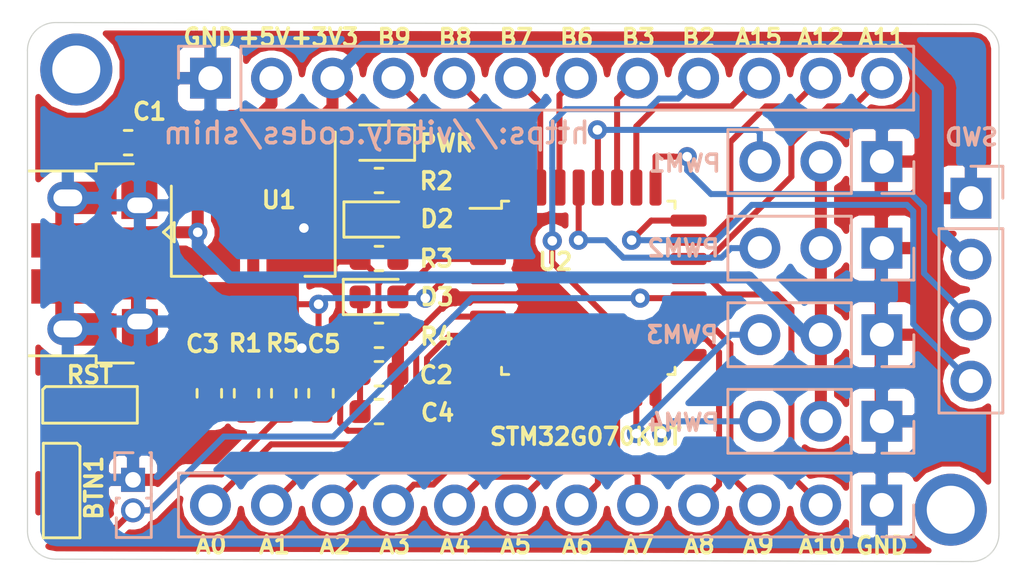
<source format=kicad_pcb>
(kicad_pcb (version 20171130) (host pcbnew "(6.0.0-rc1-dev-1437-gc6527c8af)")

  (general
    (thickness 1)
    (drawings 33)
    (tracks 302)
    (zones 0)
    (modules 26)
    (nets 35)
  )

  (page USLetter)
  (title_block
    (title shim)
    (date 2019-05-31)
    (rev 1)
  )

  (layers
    (0 F.Cu signal)
    (31 B.Cu signal)
    (32 B.Adhes user hide)
    (33 F.Adhes user hide)
    (34 B.Paste user hide)
    (35 F.Paste user hide)
    (36 B.SilkS user hide)
    (37 F.SilkS user)
    (38 B.Mask user hide)
    (39 F.Mask user hide)
    (40 Dwgs.User user hide)
    (41 Cmts.User user hide)
    (42 Eco1.User user hide)
    (43 Eco2.User user hide)
    (44 Edge.Cuts user)
    (45 Margin user hide)
    (46 B.CrtYd user hide)
    (47 F.CrtYd user hide)
    (48 B.Fab user hide)
    (49 F.Fab user hide)
  )

  (setup
    (last_trace_width 0.25)
    (user_trace_width 0.5)
    (trace_clearance 0.2)
    (zone_clearance 0.508)
    (zone_45_only no)
    (trace_min 0.2)
    (via_size 0.8)
    (via_drill 0.4)
    (via_min_size 0.4)
    (via_min_drill 0.3)
    (uvia_size 0.3)
    (uvia_drill 0.1)
    (uvias_allowed no)
    (uvia_min_size 0.2)
    (uvia_min_drill 0.1)
    (edge_width 0.05)
    (segment_width 0.2)
    (pcb_text_width 0.3)
    (pcb_text_size 1.5 1.5)
    (mod_edge_width 0.12)
    (mod_text_size 1 1)
    (mod_text_width 0.15)
    (pad_size 3 3)
    (pad_drill 2.2)
    (pad_to_mask_clearance 0.051)
    (solder_mask_min_width 0.25)
    (aux_axis_origin 0 0)
    (visible_elements FFFFFF7F)
    (pcbplotparams
      (layerselection 0x030fc_ffffffff)
      (usegerberextensions false)
      (usegerberattributes false)
      (usegerberadvancedattributes false)
      (creategerberjobfile false)
      (excludeedgelayer true)
      (linewidth 0.100000)
      (plotframeref false)
      (viasonmask true)
      (mode 1)
      (useauxorigin false)
      (hpglpennumber 1)
      (hpglpenspeed 20)
      (hpglpendiameter 15.000000)
      (psnegative false)
      (psa4output false)
      (plotreference true)
      (plotvalue true)
      (plotinvisibletext false)
      (padsonsilk false)
      (subtractmaskfromsilk false)
      (outputformat 1)
      (mirror false)
      (drillshape 0)
      (scaleselection 1)
      (outputdirectory "gerber/"))
  )

  (net 0 "")
  (net 1 GND)
  (net 2 +5V)
  (net 3 +3V3)
  (net 4 "Net-(D1-Pad1)")
  (net 5 /LED1)
  (net 6 "Net-(D2-Pad1)")
  (net 7 /LED2)
  (net 8 "Net-(D3-Pad1)")
  (net 9 /A0)
  (net 10 /A1)
  (net 11 /A2)
  (net 12 /A3)
  (net 13 /A4)
  (net 14 /A5)
  (net 15 /A8)
  (net 16 /A9)
  (net 17 /A10)
  (net 18 /A11)
  (net 19 /A12)
  (net 20 /A15)
  (net 21 /B2)
  (net 22 /B3)
  (net 23 /B6)
  (net 24 /B7)
  (net 25 /B8)
  (net 26 /B9)
  (net 27 /SWDIO)
  (net 28 /SWDCLK)
  (net 29 /PWM1)
  (net 30 /PWM2)
  (net 31 /PWM3)
  (net 32 /PWM4)
  (net 33 /BTN1)
  (net 34 /RST)

  (net_class Default "This is the default net class."
    (clearance 0.2)
    (trace_width 0.25)
    (via_dia 0.8)
    (via_drill 0.4)
    (uvia_dia 0.3)
    (uvia_drill 0.1)
    (add_net +3V3)
    (add_net +5V)
    (add_net /A0)
    (add_net /A1)
    (add_net /A10)
    (add_net /A11)
    (add_net /A12)
    (add_net /A15)
    (add_net /A2)
    (add_net /A3)
    (add_net /A4)
    (add_net /A5)
    (add_net /A8)
    (add_net /A9)
    (add_net /B2)
    (add_net /B3)
    (add_net /B6)
    (add_net /B7)
    (add_net /B8)
    (add_net /B9)
    (add_net /BTN1)
    (add_net /LED1)
    (add_net /LED2)
    (add_net /PWM1)
    (add_net /PWM2)
    (add_net /PWM3)
    (add_net /PWM4)
    (add_net /RST)
    (add_net /SWDCLK)
    (add_net /SWDIO)
    (add_net GND)
    (add_net "Net-(D1-Pad1)")
    (add_net "Net-(D2-Pad1)")
    (add_net "Net-(D3-Pad1)")
  )

  (module Connector_PinHeader_1.27mm:PinHeader_2x01_P1.27mm_Vertical (layer B.Cu) (tedit 59FED6E3) (tstamp 5D1BFBAF)
    (at 111.0742 79.8576 270)
    (descr "Through hole straight pin header, 2x01, 1.27mm pitch, double rows")
    (tags "Through hole pin header THT 2x01 1.27mm double row")
    (path /5D1BBA50)
    (fp_text reference J9 (at 0.635 1.695 270) (layer B.SilkS) hide
      (effects (font (size 1 1) (thickness 0.15)) (justify mirror))
    )
    (fp_text value Button (at 0.635 -1.695 270) (layer B.Fab)
      (effects (font (size 1 1) (thickness 0.15)) (justify mirror))
    )
    (fp_text user %R (at 0.635 0 180) (layer B.Fab)
      (effects (font (size 1 1) (thickness 0.15)) (justify mirror))
    )
    (fp_line (start 2.85 1.15) (end -1.6 1.15) (layer B.CrtYd) (width 0.05))
    (fp_line (start 2.85 -1.15) (end 2.85 1.15) (layer B.CrtYd) (width 0.05))
    (fp_line (start -1.6 -1.15) (end 2.85 -1.15) (layer B.CrtYd) (width 0.05))
    (fp_line (start -1.6 1.15) (end -1.6 -1.15) (layer B.CrtYd) (width 0.05))
    (fp_line (start -1.13 0.76) (end 0 0.76) (layer B.SilkS) (width 0.12))
    (fp_line (start -1.13 0) (end -1.13 0.76) (layer B.SilkS) (width 0.12))
    (fp_line (start 1.57753 0.695) (end 2.4 0.695) (layer B.SilkS) (width 0.12))
    (fp_line (start 0.76 0.695) (end 0.96247 0.695) (layer B.SilkS) (width 0.12))
    (fp_line (start 0.76 0.563471) (end 0.76 0.695) (layer B.SilkS) (width 0.12))
    (fp_line (start 0.76 -0.706529) (end 0.76 -0.563471) (layer B.SilkS) (width 0.12))
    (fp_line (start 0.563471 -0.76) (end 0.706529 -0.76) (layer B.SilkS) (width 0.12))
    (fp_line (start -1.13 -0.76) (end -0.563471 -0.76) (layer B.SilkS) (width 0.12))
    (fp_line (start 2.4 0.695) (end 2.4 -0.695) (layer B.SilkS) (width 0.12))
    (fp_line (start -1.13 -0.76) (end -1.13 -0.695) (layer B.SilkS) (width 0.12))
    (fp_line (start -1.13 -0.76) (end 2.4 -0.76) (layer B.SilkS) (width 0.12))
    (fp_line (start -1.07 -0.2175) (end -0.2175 0.635) (layer B.Fab) (width 0.1))
    (fp_line (start -1.07 -0.635) (end -1.07 -0.2175) (layer B.Fab) (width 0.1))
    (fp_line (start 2.34 -0.635) (end -1.07 -0.635) (layer B.Fab) (width 0.1))
    (fp_line (start 2.34 0.635) (end 2.34 -0.635) (layer B.Fab) (width 0.1))
    (fp_line (start -0.2175 0.635) (end 2.34 0.635) (layer B.Fab) (width 0.1))
    (pad 2 thru_hole oval (at 1.27 0 270) (size 1 1) (drill 0.65) (layers *.Cu *.Mask)
      (net 33 /BTN1))
    (pad 1 thru_hole rect (at 0 0 270) (size 1 1) (drill 0.65) (layers *.Cu *.Mask)
      (net 1 GND))
    (model ${KISYS3DMOD}/Connector_PinHeader_1.27mm.3dshapes/PinHeader_2x01_P1.27mm_Vertical.wrl
      (at (xyz 0 0 0))
      (scale (xyz 1 1 1))
      (rotate (xyz 0 0 0))
    )
  )

  (module Capacitor_SMD:C_0603_1608Metric (layer F.Cu) (tedit 5B301BBE) (tstamp 5CF6062F)
    (at 114.2492 76.2508 270)
    (descr "Capacitor SMD 0603 (1608 Metric), square (rectangular) end terminal, IPC_7351 nominal, (Body size source: http://www.tortai-tech.com/upload/download/2011102023233369053.pdf), generated with kicad-footprint-generator")
    (tags capacitor)
    (path /5CF516BA)
    (attr smd)
    (fp_text reference C3 (at -2.0574 0.2794) (layer F.SilkS)
      (effects (font (size 0.7 0.7) (thickness 0.15)))
    )
    (fp_text value 100nF (at 0 1.43 270) (layer F.Fab)
      (effects (font (size 1 1) (thickness 0.15)))
    )
    (fp_text user %R (at 0 0 270) (layer F.Fab)
      (effects (font (size 0.4 0.4) (thickness 0.06)))
    )
    (fp_line (start 1.48 0.73) (end -1.48 0.73) (layer F.CrtYd) (width 0.05))
    (fp_line (start 1.48 -0.73) (end 1.48 0.73) (layer F.CrtYd) (width 0.05))
    (fp_line (start -1.48 -0.73) (end 1.48 -0.73) (layer F.CrtYd) (width 0.05))
    (fp_line (start -1.48 0.73) (end -1.48 -0.73) (layer F.CrtYd) (width 0.05))
    (fp_line (start -0.162779 0.51) (end 0.162779 0.51) (layer F.SilkS) (width 0.12))
    (fp_line (start -0.162779 -0.51) (end 0.162779 -0.51) (layer F.SilkS) (width 0.12))
    (fp_line (start 0.8 0.4) (end -0.8 0.4) (layer F.Fab) (width 0.1))
    (fp_line (start 0.8 -0.4) (end 0.8 0.4) (layer F.Fab) (width 0.1))
    (fp_line (start -0.8 -0.4) (end 0.8 -0.4) (layer F.Fab) (width 0.1))
    (fp_line (start -0.8 0.4) (end -0.8 -0.4) (layer F.Fab) (width 0.1))
    (pad 2 smd roundrect (at 0.7875 0 270) (size 0.875 0.95) (layers F.Cu F.Paste F.Mask) (roundrect_rratio 0.25)
      (net 34 /RST))
    (pad 1 smd roundrect (at -0.7875 0 270) (size 0.875 0.95) (layers F.Cu F.Paste F.Mask) (roundrect_rratio 0.25)
      (net 1 GND))
    (model ${KISYS3DMOD}/Capacitor_SMD.3dshapes/C_0603_1608Metric.wrl
      (at (xyz 0 0 0))
      (scale (xyz 1 1 1))
      (rotate (xyz 0 0 0))
    )
  )

  (module Connector_PinHeader_2.54mm:PinHeader_1x03_P2.54mm_Vertical (layer B.Cu) (tedit 59FED5CC) (tstamp 5CF29448)
    (at 142.242981 66.5988 90)
    (descr "Through hole straight pin header, 1x03, 2.54mm pitch, single row")
    (tags "Through hole pin header THT 1x03 2.54mm single row")
    (path /5D043416)
    (fp_text reference J5 (at 0 2.33 90) (layer B.SilkS) hide
      (effects (font (size 1 1) (thickness 0.15)) (justify mirror))
    )
    (fp_text value PWM1 (at -0.0762 -8.207181) (layer B.SilkS)
      (effects (font (size 0.7 0.7) (thickness 0.15)) (justify mirror))
    )
    (fp_text user %R (at 0 -2.54) (layer B.Fab)
      (effects (font (size 1 1) (thickness 0.15)) (justify mirror))
    )
    (fp_line (start 1.8 1.8) (end -1.8 1.8) (layer B.CrtYd) (width 0.05))
    (fp_line (start 1.8 -6.85) (end 1.8 1.8) (layer B.CrtYd) (width 0.05))
    (fp_line (start -1.8 -6.85) (end 1.8 -6.85) (layer B.CrtYd) (width 0.05))
    (fp_line (start -1.8 1.8) (end -1.8 -6.85) (layer B.CrtYd) (width 0.05))
    (fp_line (start -1.33 1.33) (end 0 1.33) (layer B.SilkS) (width 0.12))
    (fp_line (start -1.33 0) (end -1.33 1.33) (layer B.SilkS) (width 0.12))
    (fp_line (start -1.33 -1.27) (end 1.33 -1.27) (layer B.SilkS) (width 0.12))
    (fp_line (start 1.33 -1.27) (end 1.33 -6.41) (layer B.SilkS) (width 0.12))
    (fp_line (start -1.33 -1.27) (end -1.33 -6.41) (layer B.SilkS) (width 0.12))
    (fp_line (start -1.33 -6.41) (end 1.33 -6.41) (layer B.SilkS) (width 0.12))
    (fp_line (start -1.27 0.635) (end -0.635 1.27) (layer B.Fab) (width 0.1))
    (fp_line (start -1.27 -6.35) (end -1.27 0.635) (layer B.Fab) (width 0.1))
    (fp_line (start 1.27 -6.35) (end -1.27 -6.35) (layer B.Fab) (width 0.1))
    (fp_line (start 1.27 1.27) (end 1.27 -6.35) (layer B.Fab) (width 0.1))
    (fp_line (start -0.635 1.27) (end 1.27 1.27) (layer B.Fab) (width 0.1))
    (pad 3 thru_hole oval (at 0 -5.08 90) (size 1.7 1.7) (drill 1) (layers *.Cu *.Mask)
      (net 29 /PWM1))
    (pad 2 thru_hole oval (at 0 -2.54 90) (size 1.7 1.7) (drill 1) (layers *.Cu *.Mask)
      (net 2 +5V))
    (pad 1 thru_hole rect (at 0 0 90) (size 1.7 1.7) (drill 1) (layers *.Cu *.Mask)
      (net 1 GND))
    (model ${KISYS3DMOD}/Connector_PinHeader_2.54mm.3dshapes/PinHeader_1x03_P2.54mm_Vertical.wrl
      (at (xyz 0 0 0))
      (scale (xyz 1 1 1))
      (rotate (xyz 0 0 0))
    )
  )

  (module Connector_USB:USB_Micro-B_Amphenol_10103594-0001LF_Horizontal (layer F.Cu) (tedit 5A1DC0BD) (tstamp 5CF293D7)
    (at 109.474 70.866 270)
    (descr "Micro USB Type B 10103594-0001LF, http://cdn.amphenol-icc.com/media/wysiwyg/files/drawing/10103594.pdf")
    (tags "USB USB_B USB_micro USB_OTG")
    (path /5CF2BEE7)
    (attr smd)
    (fp_text reference J1 (at -4.787 2.1154) (layer F.SilkS) hide
      (effects (font (size 0.7 0.7) (thickness 0.15)))
    )
    (fp_text value USB_B_Micro (at -0.025 4.435 270) (layer F.Fab)
      (effects (font (size 1 1) (thickness 0.15)))
    )
    (fp_line (start 4.14 3.58) (end -4.13 3.58) (layer F.CrtYd) (width 0.05))
    (fp_line (start 4.14 3.58) (end 4.14 -2.88) (layer F.CrtYd) (width 0.05))
    (fp_line (start -4.13 -2.88) (end -4.13 3.58) (layer F.CrtYd) (width 0.05))
    (fp_line (start -4.13 -2.88) (end 4.14 -2.88) (layer F.CrtYd) (width 0.05))
    (fp_line (start -4.025 2.835) (end 3.975 2.835) (layer Dwgs.User) (width 0.1))
    (fp_line (start -3.775 3.335) (end -3.775 -0.865) (layer F.Fab) (width 0.12))
    (fp_line (start -2.975 -1.615) (end 3.725 -1.615) (layer F.Fab) (width 0.12))
    (fp_line (start 3.725 -1.615) (end 3.725 3.335) (layer F.Fab) (width 0.12))
    (fp_line (start 3.725 3.335) (end -3.775 3.335) (layer F.Fab) (width 0.12))
    (fp_line (start -3.775 -0.865) (end -2.975 -1.615) (layer F.Fab) (width 0.12))
    (fp_line (start -1.325 -2.865) (end -1.725 -3.315) (layer F.SilkS) (width 0.12))
    (fp_line (start -1.725 -3.315) (end -0.925 -3.315) (layer F.SilkS) (width 0.12))
    (fp_line (start -0.925 -3.315) (end -1.325 -2.865) (layer F.SilkS) (width 0.12))
    (fp_line (start 3.825 2.735) (end 3.825 -0.065) (layer F.SilkS) (width 0.12))
    (fp_line (start 3.825 -0.065) (end 4.125 -0.065) (layer F.SilkS) (width 0.12))
    (fp_line (start 4.125 -0.065) (end 4.125 -1.615) (layer F.SilkS) (width 0.12))
    (fp_line (start -3.875 2.735) (end -3.875 -0.065) (layer F.SilkS) (width 0.12))
    (fp_line (start -4.175 -0.065) (end -3.875 -0.065) (layer F.SilkS) (width 0.12))
    (fp_line (start -4.175 -0.065) (end -4.175 -1.615) (layer F.SilkS) (width 0.12))
    (fp_text user %R (at -0.025 -0.015 270) (layer F.Fab)
      (effects (font (size 1 1) (thickness 0.15)))
    )
    (fp_text user "PCB edge" (at -0.025 2.235 270) (layer Dwgs.User)
      (effects (font (size 0.5 0.5) (thickness 0.075)))
    )
    (pad 6 smd rect (at 0.935 1.385) (size 2.5 1.43) (layers F.Cu F.Paste F.Mask)
      (net 1 GND))
    (pad 6 smd rect (at -0.985 1.385) (size 2.5 1.43) (layers F.Cu F.Paste F.Mask)
      (net 1 GND))
    (pad 6 thru_hole oval (at 2.705 1.115) (size 1.7 1.35) (drill oval 1.2 0.7) (layers *.Cu *.Mask)
      (net 1 GND))
    (pad 6 thru_hole oval (at -2.755 1.115) (size 1.7 1.35) (drill oval 1.2 0.7) (layers *.Cu *.Mask)
      (net 1 GND))
    (pad 6 thru_hole oval (at 2.395 -1.885) (size 1.5 1.1) (drill oval 1.05 0.65) (layers *.Cu *.Mask)
      (net 1 GND))
    (pad 6 thru_hole oval (at -2.445 -1.885) (size 1.5 1.1) (drill oval 1.05 0.65) (layers *.Cu *.Mask)
      (net 1 GND))
    (pad 5 smd rect (at 1.275 -1.765) (size 1.65 0.4) (layers F.Cu F.Paste F.Mask)
      (net 1 GND))
    (pad 4 smd rect (at 0.625 -1.765) (size 1.65 0.4) (layers F.Cu F.Paste F.Mask))
    (pad 3 smd rect (at -0.025 -1.765) (size 1.65 0.4) (layers F.Cu F.Paste F.Mask))
    (pad 2 smd rect (at -0.675 -1.765) (size 1.65 0.4) (layers F.Cu F.Paste F.Mask))
    (pad 1 smd rect (at -1.325 -1.765) (size 1.65 0.4) (layers F.Cu F.Paste F.Mask)
      (net 2 +5V))
    (pad 6 smd rect (at 2.875 -1.885 270) (size 2 1.5) (layers F.Cu F.Paste F.Mask)
      (net 1 GND))
    (pad 6 smd rect (at -2.875 -1.865 270) (size 2 1.5) (layers F.Cu F.Paste F.Mask)
      (net 1 GND))
    (pad 6 smd rect (at 2.975 -0.565 270) (size 1.825 0.7) (layers F.Cu F.Paste F.Mask)
      (net 1 GND))
    (pad 6 smd rect (at -2.975 -0.565 270) (size 1.825 0.7) (layers F.Cu F.Paste F.Mask)
      (net 1 GND))
    (pad 6 smd rect (at -2.755 0.185 270) (size 1.35 2) (layers F.Cu F.Paste F.Mask)
      (net 1 GND))
    (pad 6 smd rect (at 2.725 0.185 270) (size 1.35 2) (layers F.Cu F.Paste F.Mask)
      (net 1 GND))
    (model ${KISYS3DMOD}/Connector_USB.3dshapes/USB_Micro-B_Amphenol_10103594-0001LF_Horizontal.wrl
      (at (xyz 0 0 0))
      (scale (xyz 1 1 1))
      (rotate (xyz 0 0 0))
    )
  )

  (module Resistor_SMD:R_0603_1608Metric (layer F.Cu) (tedit 5B301BBD) (tstamp 5CF2E0E0)
    (at 117.348 76.2508 270)
    (descr "Resistor SMD 0603 (1608 Metric), square (rectangular) end terminal, IPC_7351 nominal, (Body size source: http://www.tortai-tech.com/upload/download/2011102023233369053.pdf), generated with kicad-footprint-generator")
    (tags resistor)
    (path /5CF516D8)
    (attr smd)
    (fp_text reference R5 (at -2.0828 0.0508) (layer F.SilkS)
      (effects (font (size 0.7 0.7) (thickness 0.15)))
    )
    (fp_text value 10K (at 0 1.43 270) (layer F.Fab)
      (effects (font (size 1 1) (thickness 0.15)))
    )
    (fp_text user %R (at 0 0 270) (layer F.Fab)
      (effects (font (size 0.4 0.4) (thickness 0.06)))
    )
    (fp_line (start 1.48 0.73) (end -1.48 0.73) (layer F.CrtYd) (width 0.05))
    (fp_line (start 1.48 -0.73) (end 1.48 0.73) (layer F.CrtYd) (width 0.05))
    (fp_line (start -1.48 -0.73) (end 1.48 -0.73) (layer F.CrtYd) (width 0.05))
    (fp_line (start -1.48 0.73) (end -1.48 -0.73) (layer F.CrtYd) (width 0.05))
    (fp_line (start -0.162779 0.51) (end 0.162779 0.51) (layer F.SilkS) (width 0.12))
    (fp_line (start -0.162779 -0.51) (end 0.162779 -0.51) (layer F.SilkS) (width 0.12))
    (fp_line (start 0.8 0.4) (end -0.8 0.4) (layer F.Fab) (width 0.1))
    (fp_line (start 0.8 -0.4) (end 0.8 0.4) (layer F.Fab) (width 0.1))
    (fp_line (start -0.8 -0.4) (end 0.8 -0.4) (layer F.Fab) (width 0.1))
    (fp_line (start -0.8 0.4) (end -0.8 -0.4) (layer F.Fab) (width 0.1))
    (pad 2 smd roundrect (at 0.7875 0 270) (size 0.875 0.95) (layers F.Cu F.Paste F.Mask) (roundrect_rratio 0.25)
      (net 33 /BTN1))
    (pad 1 smd roundrect (at -0.7875 0 270) (size 0.875 0.95) (layers F.Cu F.Paste F.Mask) (roundrect_rratio 0.25)
      (net 3 +3V3))
    (model ${KISYS3DMOD}/Resistor_SMD.3dshapes/R_0603_1608Metric.wrl
      (at (xyz 0 0 0))
      (scale (xyz 1 1 1))
      (rotate (xyz 0 0 0))
    )
  )

  (module Resistor_SMD:R_0603_1608Metric (layer F.Cu) (tedit 5B301BBD) (tstamp 5CF2E0D1)
    (at 121.3104 73.8378 180)
    (descr "Resistor SMD 0603 (1608 Metric), square (rectangular) end terminal, IPC_7351 nominal, (Body size source: http://www.tortai-tech.com/upload/download/2011102023233369053.pdf), generated with kicad-footprint-generator")
    (tags resistor)
    (path /5D0BCBC0)
    (attr smd)
    (fp_text reference R4 (at -2.413 -0.0508 180) (layer F.SilkS)
      (effects (font (size 0.7 0.7) (thickness 0.15)))
    )
    (fp_text value 330R (at 0 1.43 180) (layer F.Fab)
      (effects (font (size 1 1) (thickness 0.15)))
    )
    (fp_text user %R (at 0 0 180) (layer F.Fab)
      (effects (font (size 0.4 0.4) (thickness 0.06)))
    )
    (fp_line (start 1.48 0.73) (end -1.48 0.73) (layer F.CrtYd) (width 0.05))
    (fp_line (start 1.48 -0.73) (end 1.48 0.73) (layer F.CrtYd) (width 0.05))
    (fp_line (start -1.48 -0.73) (end 1.48 -0.73) (layer F.CrtYd) (width 0.05))
    (fp_line (start -1.48 0.73) (end -1.48 -0.73) (layer F.CrtYd) (width 0.05))
    (fp_line (start -0.162779 0.51) (end 0.162779 0.51) (layer F.SilkS) (width 0.12))
    (fp_line (start -0.162779 -0.51) (end 0.162779 -0.51) (layer F.SilkS) (width 0.12))
    (fp_line (start 0.8 0.4) (end -0.8 0.4) (layer F.Fab) (width 0.1))
    (fp_line (start 0.8 -0.4) (end 0.8 0.4) (layer F.Fab) (width 0.1))
    (fp_line (start -0.8 -0.4) (end 0.8 -0.4) (layer F.Fab) (width 0.1))
    (fp_line (start -0.8 0.4) (end -0.8 -0.4) (layer F.Fab) (width 0.1))
    (pad 2 smd roundrect (at 0.7875 0 180) (size 0.875 0.95) (layers F.Cu F.Paste F.Mask) (roundrect_rratio 0.25)
      (net 8 "Net-(D3-Pad1)"))
    (pad 1 smd roundrect (at -0.7875 0 180) (size 0.875 0.95) (layers F.Cu F.Paste F.Mask) (roundrect_rratio 0.25)
      (net 1 GND))
    (model ${KISYS3DMOD}/Resistor_SMD.3dshapes/R_0603_1608Metric.wrl
      (at (xyz 0 0 0))
      (scale (xyz 1 1 1))
      (rotate (xyz 0 0 0))
    )
  )

  (module Resistor_SMD:R_0603_1608Metric (layer F.Cu) (tedit 5B301BBD) (tstamp 5CF2E0C2)
    (at 121.3105 70.6374)
    (descr "Resistor SMD 0603 (1608 Metric), square (rectangular) end terminal, IPC_7351 nominal, (Body size source: http://www.tortai-tech.com/upload/download/2011102023233369053.pdf), generated with kicad-footprint-generator")
    (tags resistor)
    (path /5D0BC32E)
    (attr smd)
    (fp_text reference R3 (at 2.3875 0) (layer F.SilkS)
      (effects (font (size 0.7 0.7) (thickness 0.15)))
    )
    (fp_text value 330R (at 0 1.43) (layer F.Fab)
      (effects (font (size 1 1) (thickness 0.15)))
    )
    (fp_text user %R (at 0 0) (layer F.Fab)
      (effects (font (size 0.4 0.4) (thickness 0.06)))
    )
    (fp_line (start 1.48 0.73) (end -1.48 0.73) (layer F.CrtYd) (width 0.05))
    (fp_line (start 1.48 -0.73) (end 1.48 0.73) (layer F.CrtYd) (width 0.05))
    (fp_line (start -1.48 -0.73) (end 1.48 -0.73) (layer F.CrtYd) (width 0.05))
    (fp_line (start -1.48 0.73) (end -1.48 -0.73) (layer F.CrtYd) (width 0.05))
    (fp_line (start -0.162779 0.51) (end 0.162779 0.51) (layer F.SilkS) (width 0.12))
    (fp_line (start -0.162779 -0.51) (end 0.162779 -0.51) (layer F.SilkS) (width 0.12))
    (fp_line (start 0.8 0.4) (end -0.8 0.4) (layer F.Fab) (width 0.1))
    (fp_line (start 0.8 -0.4) (end 0.8 0.4) (layer F.Fab) (width 0.1))
    (fp_line (start -0.8 -0.4) (end 0.8 -0.4) (layer F.Fab) (width 0.1))
    (fp_line (start -0.8 0.4) (end -0.8 -0.4) (layer F.Fab) (width 0.1))
    (pad 2 smd roundrect (at 0.7875 0) (size 0.875 0.95) (layers F.Cu F.Paste F.Mask) (roundrect_rratio 0.25)
      (net 6 "Net-(D2-Pad1)"))
    (pad 1 smd roundrect (at -0.7875 0) (size 0.875 0.95) (layers F.Cu F.Paste F.Mask) (roundrect_rratio 0.25)
      (net 1 GND))
    (model ${KISYS3DMOD}/Resistor_SMD.3dshapes/R_0603_1608Metric.wrl
      (at (xyz 0 0 0))
      (scale (xyz 1 1 1))
      (rotate (xyz 0 0 0))
    )
  )

  (module Resistor_SMD:R_0603_1608Metric (layer F.Cu) (tedit 5B301BBD) (tstamp 5CF2E0B3)
    (at 121.3104 67.3862)
    (descr "Resistor SMD 0603 (1608 Metric), square (rectangular) end terminal, IPC_7351 nominal, (Body size source: http://www.tortai-tech.com/upload/download/2011102023233369053.pdf), generated with kicad-footprint-generator")
    (tags resistor)
    (path /5CF414CD)
    (attr smd)
    (fp_text reference R2 (at 2.3876 0.0254) (layer F.SilkS)
      (effects (font (size 0.7 0.7) (thickness 0.15)))
    )
    (fp_text value 330R (at 0 1.43) (layer F.Fab)
      (effects (font (size 1 1) (thickness 0.15)))
    )
    (fp_text user %R (at 0 0) (layer F.Fab)
      (effects (font (size 0.4 0.4) (thickness 0.06)))
    )
    (fp_line (start 1.48 0.73) (end -1.48 0.73) (layer F.CrtYd) (width 0.05))
    (fp_line (start 1.48 -0.73) (end 1.48 0.73) (layer F.CrtYd) (width 0.05))
    (fp_line (start -1.48 -0.73) (end 1.48 -0.73) (layer F.CrtYd) (width 0.05))
    (fp_line (start -1.48 0.73) (end -1.48 -0.73) (layer F.CrtYd) (width 0.05))
    (fp_line (start -0.162779 0.51) (end 0.162779 0.51) (layer F.SilkS) (width 0.12))
    (fp_line (start -0.162779 -0.51) (end 0.162779 -0.51) (layer F.SilkS) (width 0.12))
    (fp_line (start 0.8 0.4) (end -0.8 0.4) (layer F.Fab) (width 0.1))
    (fp_line (start 0.8 -0.4) (end 0.8 0.4) (layer F.Fab) (width 0.1))
    (fp_line (start -0.8 -0.4) (end 0.8 -0.4) (layer F.Fab) (width 0.1))
    (fp_line (start -0.8 0.4) (end -0.8 -0.4) (layer F.Fab) (width 0.1))
    (pad 2 smd roundrect (at 0.7875 0) (size 0.875 0.95) (layers F.Cu F.Paste F.Mask) (roundrect_rratio 0.25)
      (net 4 "Net-(D1-Pad1)"))
    (pad 1 smd roundrect (at -0.7875 0) (size 0.875 0.95) (layers F.Cu F.Paste F.Mask) (roundrect_rratio 0.25)
      (net 1 GND))
    (model ${KISYS3DMOD}/Resistor_SMD.3dshapes/R_0603_1608Metric.wrl
      (at (xyz 0 0 0))
      (scale (xyz 1 1 1))
      (rotate (xyz 0 0 0))
    )
  )

  (module Resistor_SMD:R_0603_1608Metric (layer F.Cu) (tedit 5B301BBD) (tstamp 5CF60659)
    (at 115.7986 76.2508 270)
    (descr "Resistor SMD 0603 (1608 Metric), square (rectangular) end terminal, IPC_7351 nominal, (Body size source: http://www.tortai-tech.com/upload/download/2011102023233369053.pdf), generated with kicad-footprint-generator")
    (tags resistor)
    (path /5CF516B4)
    (attr smd)
    (fp_text reference R1 (at -2.0828 0.0508) (layer F.SilkS)
      (effects (font (size 0.7 0.7) (thickness 0.15)))
    )
    (fp_text value 10K (at 0 1.43 270) (layer F.Fab)
      (effects (font (size 1 1) (thickness 0.15)))
    )
    (fp_text user %R (at 0 0 270) (layer F.Fab)
      (effects (font (size 0.4 0.4) (thickness 0.06)))
    )
    (fp_line (start 1.48 0.73) (end -1.48 0.73) (layer F.CrtYd) (width 0.05))
    (fp_line (start 1.48 -0.73) (end 1.48 0.73) (layer F.CrtYd) (width 0.05))
    (fp_line (start -1.48 -0.73) (end 1.48 -0.73) (layer F.CrtYd) (width 0.05))
    (fp_line (start -1.48 0.73) (end -1.48 -0.73) (layer F.CrtYd) (width 0.05))
    (fp_line (start -0.162779 0.51) (end 0.162779 0.51) (layer F.SilkS) (width 0.12))
    (fp_line (start -0.162779 -0.51) (end 0.162779 -0.51) (layer F.SilkS) (width 0.12))
    (fp_line (start 0.8 0.4) (end -0.8 0.4) (layer F.Fab) (width 0.1))
    (fp_line (start 0.8 -0.4) (end 0.8 0.4) (layer F.Fab) (width 0.1))
    (fp_line (start -0.8 -0.4) (end 0.8 -0.4) (layer F.Fab) (width 0.1))
    (fp_line (start -0.8 0.4) (end -0.8 -0.4) (layer F.Fab) (width 0.1))
    (pad 2 smd roundrect (at 0.7875 0 270) (size 0.875 0.95) (layers F.Cu F.Paste F.Mask) (roundrect_rratio 0.25)
      (net 34 /RST))
    (pad 1 smd roundrect (at -0.7875 0 270) (size 0.875 0.95) (layers F.Cu F.Paste F.Mask) (roundrect_rratio 0.25)
      (net 3 +3V3))
    (model ${KISYS3DMOD}/Resistor_SMD.3dshapes/R_0603_1608Metric.wrl
      (at (xyz 0 0 0))
      (scale (xyz 1 1 1))
      (rotate (xyz 0 0 0))
    )
  )

  (module LED_SMD:LED_0603_1608Metric (layer F.Cu) (tedit 5B301BBE) (tstamp 5CF2DEF9)
    (at 121.3104 72.2376)
    (descr "LED SMD 0603 (1608 Metric), square (rectangular) end terminal, IPC_7351 nominal, (Body size source: http://www.tortai-tech.com/upload/download/2011102023233369053.pdf), generated with kicad-footprint-generator")
    (tags diode)
    (path /5D0C7F7F)
    (attr smd)
    (fp_text reference D3 (at 2.413 0) (layer F.SilkS)
      (effects (font (size 0.7 0.7) (thickness 0.15)))
    )
    (fp_text value LD2 (at 2.9718 0.1016) (layer F.SilkS) hide
      (effects (font (size 1 1) (thickness 0.15)))
    )
    (fp_text user %R (at 0 0) (layer F.Fab)
      (effects (font (size 0.4 0.4) (thickness 0.06)))
    )
    (fp_line (start 1.48 0.73) (end -1.48 0.73) (layer F.CrtYd) (width 0.05))
    (fp_line (start 1.48 -0.73) (end 1.48 0.73) (layer F.CrtYd) (width 0.05))
    (fp_line (start -1.48 -0.73) (end 1.48 -0.73) (layer F.CrtYd) (width 0.05))
    (fp_line (start -1.48 0.73) (end -1.48 -0.73) (layer F.CrtYd) (width 0.05))
    (fp_line (start -1.485 0.735) (end 0.8 0.735) (layer F.SilkS) (width 0.12))
    (fp_line (start -1.485 -0.735) (end -1.485 0.735) (layer F.SilkS) (width 0.12))
    (fp_line (start 0.8 -0.735) (end -1.485 -0.735) (layer F.SilkS) (width 0.12))
    (fp_line (start 0.8 0.4) (end 0.8 -0.4) (layer F.Fab) (width 0.1))
    (fp_line (start -0.8 0.4) (end 0.8 0.4) (layer F.Fab) (width 0.1))
    (fp_line (start -0.8 -0.1) (end -0.8 0.4) (layer F.Fab) (width 0.1))
    (fp_line (start -0.5 -0.4) (end -0.8 -0.1) (layer F.Fab) (width 0.1))
    (fp_line (start 0.8 -0.4) (end -0.5 -0.4) (layer F.Fab) (width 0.1))
    (pad 2 smd roundrect (at 0.7875 0) (size 0.875 0.95) (layers F.Cu F.Paste F.Mask) (roundrect_rratio 0.25)
      (net 7 /LED2))
    (pad 1 smd roundrect (at -0.7875 0) (size 0.875 0.95) (layers F.Cu F.Paste F.Mask) (roundrect_rratio 0.25)
      (net 8 "Net-(D3-Pad1)"))
    (model ${KISYS3DMOD}/LED_SMD.3dshapes/LED_0603_1608Metric.wrl
      (at (xyz 0 0 0))
      (scale (xyz 1 1 1))
      (rotate (xyz 0 0 0))
    )
  )

  (module LED_SMD:LED_0603_1608Metric (layer F.Cu) (tedit 5B301BBE) (tstamp 5CF3FD86)
    (at 121.3358 69.0118)
    (descr "LED SMD 0603 (1608 Metric), square (rectangular) end terminal, IPC_7351 nominal, (Body size source: http://www.tortai-tech.com/upload/download/2011102023233369053.pdf), generated with kicad-footprint-generator")
    (tags diode)
    (path /5D0C1978)
    (attr smd)
    (fp_text reference D2 (at 2.3876 -0.0254) (layer F.SilkS)
      (effects (font (size 0.7 0.7) (thickness 0.15)))
    )
    (fp_text value LD1 (at 0 1.43) (layer F.Fab)
      (effects (font (size 1 1) (thickness 0.15)))
    )
    (fp_text user %R (at 0 0) (layer F.Fab)
      (effects (font (size 0.4 0.4) (thickness 0.06)))
    )
    (fp_line (start 1.48 0.73) (end -1.48 0.73) (layer F.CrtYd) (width 0.05))
    (fp_line (start 1.48 -0.73) (end 1.48 0.73) (layer F.CrtYd) (width 0.05))
    (fp_line (start -1.48 -0.73) (end 1.48 -0.73) (layer F.CrtYd) (width 0.05))
    (fp_line (start -1.48 0.73) (end -1.48 -0.73) (layer F.CrtYd) (width 0.05))
    (fp_line (start -1.485 0.735) (end 0.8 0.735) (layer F.SilkS) (width 0.12))
    (fp_line (start -1.485 -0.735) (end -1.485 0.735) (layer F.SilkS) (width 0.12))
    (fp_line (start 0.8 -0.735) (end -1.485 -0.735) (layer F.SilkS) (width 0.12))
    (fp_line (start 0.8 0.4) (end 0.8 -0.4) (layer F.Fab) (width 0.1))
    (fp_line (start -0.8 0.4) (end 0.8 0.4) (layer F.Fab) (width 0.1))
    (fp_line (start -0.8 -0.1) (end -0.8 0.4) (layer F.Fab) (width 0.1))
    (fp_line (start -0.5 -0.4) (end -0.8 -0.1) (layer F.Fab) (width 0.1))
    (fp_line (start 0.8 -0.4) (end -0.5 -0.4) (layer F.Fab) (width 0.1))
    (pad 2 smd roundrect (at 0.7875 0) (size 0.875 0.95) (layers F.Cu F.Paste F.Mask) (roundrect_rratio 0.25)
      (net 5 /LED1))
    (pad 1 smd roundrect (at -0.7875 0) (size 0.875 0.95) (layers F.Cu F.Paste F.Mask) (roundrect_rratio 0.25)
      (net 6 "Net-(D2-Pad1)"))
    (model ${KISYS3DMOD}/LED_SMD.3dshapes/LED_0603_1608Metric.wrl
      (at (xyz 0 0 0))
      (scale (xyz 1 1 1))
      (rotate (xyz 0 0 0))
    )
  )

  (module LED_SMD:LED_0603_1608Metric (layer F.Cu) (tedit 5B301BBE) (tstamp 5CF390A9)
    (at 121.3104 65.8114 180)
    (descr "LED SMD 0603 (1608 Metric), square (rectangular) end terminal, IPC_7351 nominal, (Body size source: http://www.tortai-tech.com/upload/download/2011102023233369053.pdf), generated with kicad-footprint-generator")
    (tags diode)
    (path /5CF41EE4)
    (attr smd)
    (fp_text reference D1 (at 0.0508 -1.6764 180) (layer F.SilkS) hide
      (effects (font (size 1 1) (thickness 0.15)))
    )
    (fp_text value PWR (at -2.794 -0.0254 180) (layer F.SilkS)
      (effects (font (size 0.7 0.7) (thickness 0.15)))
    )
    (fp_text user %R (at 0 0 180) (layer F.Fab)
      (effects (font (size 0.4 0.4) (thickness 0.06)))
    )
    (fp_line (start 1.48 0.73) (end -1.48 0.73) (layer F.CrtYd) (width 0.05))
    (fp_line (start 1.48 -0.73) (end 1.48 0.73) (layer F.CrtYd) (width 0.05))
    (fp_line (start -1.48 -0.73) (end 1.48 -0.73) (layer F.CrtYd) (width 0.05))
    (fp_line (start -1.48 0.73) (end -1.48 -0.73) (layer F.CrtYd) (width 0.05))
    (fp_line (start -1.485 0.735) (end 0.8 0.735) (layer F.SilkS) (width 0.12))
    (fp_line (start -1.485 -0.735) (end -1.485 0.735) (layer F.SilkS) (width 0.12))
    (fp_line (start 0.8 -0.735) (end -1.485 -0.735) (layer F.SilkS) (width 0.12))
    (fp_line (start 0.8 0.4) (end 0.8 -0.4) (layer F.Fab) (width 0.1))
    (fp_line (start -0.8 0.4) (end 0.8 0.4) (layer F.Fab) (width 0.1))
    (fp_line (start -0.8 -0.1) (end -0.8 0.4) (layer F.Fab) (width 0.1))
    (fp_line (start -0.5 -0.4) (end -0.8 -0.1) (layer F.Fab) (width 0.1))
    (fp_line (start 0.8 -0.4) (end -0.5 -0.4) (layer F.Fab) (width 0.1))
    (pad 2 smd roundrect (at 0.7875 0 180) (size 0.875 0.95) (layers F.Cu F.Paste F.Mask) (roundrect_rratio 0.25)
      (net 3 +3V3))
    (pad 1 smd roundrect (at -0.7875 0 180) (size 0.875 0.95) (layers F.Cu F.Paste F.Mask) (roundrect_rratio 0.25)
      (net 4 "Net-(D1-Pad1)"))
    (model ${KISYS3DMOD}/LED_SMD.3dshapes/LED_0603_1608Metric.wrl
      (at (xyz 0 0 0))
      (scale (xyz 1 1 1))
      (rotate (xyz 0 0 0))
    )
  )

  (module Capacitor_SMD:C_0603_1608Metric (layer F.Cu) (tedit 5B301BBE) (tstamp 5CF2DEC3)
    (at 118.8974 76.2508 270)
    (descr "Capacitor SMD 0603 (1608 Metric), square (rectangular) end terminal, IPC_7351 nominal, (Body size source: http://www.tortai-tech.com/upload/download/2011102023233369053.pdf), generated with kicad-footprint-generator")
    (tags capacitor)
    (path /5CF516DE)
    (attr smd)
    (fp_text reference C5 (at -2.0574 -0.127) (layer F.SilkS)
      (effects (font (size 0.7 0.7) (thickness 0.15)))
    )
    (fp_text value 100nF (at 0 1.43 270) (layer F.Fab)
      (effects (font (size 1 1) (thickness 0.15)))
    )
    (fp_text user %R (at 0 0 270) (layer F.Fab)
      (effects (font (size 0.4 0.4) (thickness 0.06)))
    )
    (fp_line (start 1.48 0.73) (end -1.48 0.73) (layer F.CrtYd) (width 0.05))
    (fp_line (start 1.48 -0.73) (end 1.48 0.73) (layer F.CrtYd) (width 0.05))
    (fp_line (start -1.48 -0.73) (end 1.48 -0.73) (layer F.CrtYd) (width 0.05))
    (fp_line (start -1.48 0.73) (end -1.48 -0.73) (layer F.CrtYd) (width 0.05))
    (fp_line (start -0.162779 0.51) (end 0.162779 0.51) (layer F.SilkS) (width 0.12))
    (fp_line (start -0.162779 -0.51) (end 0.162779 -0.51) (layer F.SilkS) (width 0.12))
    (fp_line (start 0.8 0.4) (end -0.8 0.4) (layer F.Fab) (width 0.1))
    (fp_line (start 0.8 -0.4) (end 0.8 0.4) (layer F.Fab) (width 0.1))
    (fp_line (start -0.8 -0.4) (end 0.8 -0.4) (layer F.Fab) (width 0.1))
    (fp_line (start -0.8 0.4) (end -0.8 -0.4) (layer F.Fab) (width 0.1))
    (pad 2 smd roundrect (at 0.7875 0 270) (size 0.875 0.95) (layers F.Cu F.Paste F.Mask) (roundrect_rratio 0.25)
      (net 33 /BTN1))
    (pad 1 smd roundrect (at -0.7875 0 270) (size 0.875 0.95) (layers F.Cu F.Paste F.Mask) (roundrect_rratio 0.25)
      (net 1 GND))
    (model ${KISYS3DMOD}/Capacitor_SMD.3dshapes/C_0603_1608Metric.wrl
      (at (xyz 0 0 0))
      (scale (xyz 1 1 1))
      (rotate (xyz 0 0 0))
    )
  )

  (module Capacitor_SMD:C_0603_1608Metric (layer F.Cu) (tedit 5B301BBE) (tstamp 5CF2DEB4)
    (at 121.3104 77.0128)
    (descr "Capacitor SMD 0603 (1608 Metric), square (rectangular) end terminal, IPC_7351 nominal, (Body size source: http://www.tortai-tech.com/upload/download/2011102023233369053.pdf), generated with kicad-footprint-generator")
    (tags capacitor)
    (path /5D11C9BB)
    (attr smd)
    (fp_text reference C4 (at 2.4384 0.0508) (layer F.SilkS)
      (effects (font (size 0.7 0.7) (thickness 0.15)))
    )
    (fp_text value 100nF (at 0 1.43) (layer F.Fab)
      (effects (font (size 1 1) (thickness 0.15)))
    )
    (fp_text user %R (at 0 0) (layer F.Fab)
      (effects (font (size 0.4 0.4) (thickness 0.06)))
    )
    (fp_line (start 1.48 0.73) (end -1.48 0.73) (layer F.CrtYd) (width 0.05))
    (fp_line (start 1.48 -0.73) (end 1.48 0.73) (layer F.CrtYd) (width 0.05))
    (fp_line (start -1.48 -0.73) (end 1.48 -0.73) (layer F.CrtYd) (width 0.05))
    (fp_line (start -1.48 0.73) (end -1.48 -0.73) (layer F.CrtYd) (width 0.05))
    (fp_line (start -0.162779 0.51) (end 0.162779 0.51) (layer F.SilkS) (width 0.12))
    (fp_line (start -0.162779 -0.51) (end 0.162779 -0.51) (layer F.SilkS) (width 0.12))
    (fp_line (start 0.8 0.4) (end -0.8 0.4) (layer F.Fab) (width 0.1))
    (fp_line (start 0.8 -0.4) (end 0.8 0.4) (layer F.Fab) (width 0.1))
    (fp_line (start -0.8 -0.4) (end 0.8 -0.4) (layer F.Fab) (width 0.1))
    (fp_line (start -0.8 0.4) (end -0.8 -0.4) (layer F.Fab) (width 0.1))
    (pad 2 smd roundrect (at 0.7875 0) (size 0.875 0.95) (layers F.Cu F.Paste F.Mask) (roundrect_rratio 0.25)
      (net 1 GND))
    (pad 1 smd roundrect (at -0.7875 0) (size 0.875 0.95) (layers F.Cu F.Paste F.Mask) (roundrect_rratio 0.25)
      (net 3 +3V3))
    (model ${KISYS3DMOD}/Capacitor_SMD.3dshapes/C_0603_1608Metric.wrl
      (at (xyz 0 0 0))
      (scale (xyz 1 1 1))
      (rotate (xyz 0 0 0))
    )
  )

  (module Capacitor_SMD:C_0603_1608Metric (layer F.Cu) (tedit 5B301BBE) (tstamp 5CF2DE96)
    (at 121.3104 75.438)
    (descr "Capacitor SMD 0603 (1608 Metric), square (rectangular) end terminal, IPC_7351 nominal, (Body size source: http://www.tortai-tech.com/upload/download/2011102023233369053.pdf), generated with kicad-footprint-generator")
    (tags capacitor)
    (path /5CF26BE6)
    (attr smd)
    (fp_text reference C2 (at 2.3876 0.0508) (layer F.SilkS)
      (effects (font (size 0.7 0.7) (thickness 0.15)))
    )
    (fp_text value 10uF (at 0 1.43) (layer F.Fab)
      (effects (font (size 1 1) (thickness 0.15)))
    )
    (fp_text user %R (at 0 0) (layer F.Fab)
      (effects (font (size 0.4 0.4) (thickness 0.06)))
    )
    (fp_line (start 1.48 0.73) (end -1.48 0.73) (layer F.CrtYd) (width 0.05))
    (fp_line (start 1.48 -0.73) (end 1.48 0.73) (layer F.CrtYd) (width 0.05))
    (fp_line (start -1.48 -0.73) (end 1.48 -0.73) (layer F.CrtYd) (width 0.05))
    (fp_line (start -1.48 0.73) (end -1.48 -0.73) (layer F.CrtYd) (width 0.05))
    (fp_line (start -0.162779 0.51) (end 0.162779 0.51) (layer F.SilkS) (width 0.12))
    (fp_line (start -0.162779 -0.51) (end 0.162779 -0.51) (layer F.SilkS) (width 0.12))
    (fp_line (start 0.8 0.4) (end -0.8 0.4) (layer F.Fab) (width 0.1))
    (fp_line (start 0.8 -0.4) (end 0.8 0.4) (layer F.Fab) (width 0.1))
    (fp_line (start -0.8 -0.4) (end 0.8 -0.4) (layer F.Fab) (width 0.1))
    (fp_line (start -0.8 0.4) (end -0.8 -0.4) (layer F.Fab) (width 0.1))
    (pad 2 smd roundrect (at 0.7875 0) (size 0.875 0.95) (layers F.Cu F.Paste F.Mask) (roundrect_rratio 0.25)
      (net 1 GND))
    (pad 1 smd roundrect (at -0.7875 0) (size 0.875 0.95) (layers F.Cu F.Paste F.Mask) (roundrect_rratio 0.25)
      (net 3 +3V3))
    (model ${KISYS3DMOD}/Capacitor_SMD.3dshapes/C_0603_1608Metric.wrl
      (at (xyz 0 0 0))
      (scale (xyz 1 1 1))
      (rotate (xyz 0 0 0))
    )
  )

  (module Capacitor_SMD:C_0603_1608Metric (layer F.Cu) (tedit 5B301BBE) (tstamp 5CF2DE87)
    (at 110.871 65.8114 180)
    (descr "Capacitor SMD 0603 (1608 Metric), square (rectangular) end terminal, IPC_7351 nominal, (Body size source: http://www.tortai-tech.com/upload/download/2011102023233369053.pdf), generated with kicad-footprint-generator")
    (tags capacitor)
    (path /5CF26172)
    (attr smd)
    (fp_text reference C1 (at -0.889 1.2954 180) (layer F.SilkS)
      (effects (font (size 0.7 0.7) (thickness 0.15)))
    )
    (fp_text value 100nF (at 0 1.43 180) (layer F.Fab)
      (effects (font (size 1 1) (thickness 0.15)))
    )
    (fp_text user %R (at 0 0 180) (layer F.Fab)
      (effects (font (size 0.4 0.4) (thickness 0.06)))
    )
    (fp_line (start 1.48 0.73) (end -1.48 0.73) (layer F.CrtYd) (width 0.05))
    (fp_line (start 1.48 -0.73) (end 1.48 0.73) (layer F.CrtYd) (width 0.05))
    (fp_line (start -1.48 -0.73) (end 1.48 -0.73) (layer F.CrtYd) (width 0.05))
    (fp_line (start -1.48 0.73) (end -1.48 -0.73) (layer F.CrtYd) (width 0.05))
    (fp_line (start -0.162779 0.51) (end 0.162779 0.51) (layer F.SilkS) (width 0.12))
    (fp_line (start -0.162779 -0.51) (end 0.162779 -0.51) (layer F.SilkS) (width 0.12))
    (fp_line (start 0.8 0.4) (end -0.8 0.4) (layer F.Fab) (width 0.1))
    (fp_line (start 0.8 -0.4) (end 0.8 0.4) (layer F.Fab) (width 0.1))
    (fp_line (start -0.8 -0.4) (end 0.8 -0.4) (layer F.Fab) (width 0.1))
    (fp_line (start -0.8 0.4) (end -0.8 -0.4) (layer F.Fab) (width 0.1))
    (pad 2 smd roundrect (at 0.7875 0 180) (size 0.875 0.95) (layers F.Cu F.Paste F.Mask) (roundrect_rratio 0.25)
      (net 1 GND))
    (pad 1 smd roundrect (at -0.7875 0 180) (size 0.875 0.95) (layers F.Cu F.Paste F.Mask) (roundrect_rratio 0.25)
      (net 2 +5V))
    (model ${KISYS3DMOD}/Capacitor_SMD.3dshapes/C_0603_1608Metric.wrl
      (at (xyz 0 0 0))
      (scale (xyz 1 1 1))
      (rotate (xyz 0 0 0))
    )
  )

  (module shim:SW (layer F.Cu) (tedit 5CF2447A) (tstamp 5CF2E0F6)
    (at 108.1024 80.3656 270)
    (path /5CF516E4)
    (fp_text reference SW2 (at 0 1.905 270) (layer F.SilkS) hide
      (effects (font (size 1 1) (thickness 0.15)))
    )
    (fp_text value BTN1 (at -0.1778 -1.3462 270) (layer F.SilkS)
      (effects (font (size 0.7 0.7) (thickness 0.15)))
    )
    (fp_line (start -1.905 -0.762) (end -2.032 -0.635) (layer F.SilkS) (width 0.12))
    (fp_line (start 1.905 -0.762) (end -1.905 -0.762) (layer F.SilkS) (width 0.12))
    (fp_line (start 1.905 0.762) (end 1.905 -0.762) (layer F.SilkS) (width 0.12))
    (fp_line (start -2.032 0.762) (end 1.905 0.762) (layer F.SilkS) (width 0.12))
    (fp_line (start -2.032 -0.635) (end -2.032 0.762) (layer F.SilkS) (width 0.12))
    (pad 2 smd rect (at 1.524 0 270) (size 0.6 1.524) (layers F.Cu F.Paste F.Mask)
      (net 33 /BTN1))
    (pad 1 smd rect (at -1.651 0 270) (size 0.6 1.524) (layers F.Cu F.Paste F.Mask)
      (net 1 GND))
  )

  (module shim:SW (layer F.Cu) (tedit 5CF2447A) (tstamp 5CF2E0EB)
    (at 109.347 76.7334)
    (path /5CF516C0)
    (fp_text reference SW1 (at 0 -1.397) (layer F.SilkS) hide
      (effects (font (size 1 1) (thickness 0.15)))
    )
    (fp_text value RST (at -0.0762 -1.2446) (layer F.SilkS)
      (effects (font (size 0.7 0.7) (thickness 0.15)))
    )
    (fp_line (start -1.905 -0.762) (end -2.032 -0.635) (layer F.SilkS) (width 0.12))
    (fp_line (start 1.905 -0.762) (end -1.905 -0.762) (layer F.SilkS) (width 0.12))
    (fp_line (start 1.905 0.762) (end 1.905 -0.762) (layer F.SilkS) (width 0.12))
    (fp_line (start -2.032 0.762) (end 1.905 0.762) (layer F.SilkS) (width 0.12))
    (fp_line (start -2.032 -0.635) (end -2.032 0.762) (layer F.SilkS) (width 0.12))
    (pad 2 smd rect (at 1.524 0) (size 0.6 1.524) (layers F.Cu F.Paste F.Mask)
      (net 34 /RST))
    (pad 1 smd rect (at -1.651 0) (size 0.6 1.524) (layers F.Cu F.Paste F.Mask)
      (net 1 GND))
  )

  (module Connector_PinHeader_2.54mm:PinHeader_1x12_P2.54mm_Vertical locked (layer B.Cu) (tedit 59FED5CC) (tstamp 5CF2AEC5)
    (at 114.295776 63.124286 270)
    (descr "Through hole straight pin header, 1x12, 2.54mm pitch, single row")
    (tags "Through hole pin header THT 1x12 2.54mm single row")
    (path /5CFAAFA7)
    (fp_text reference J3 (at 0.005286 -31.627224 270) (layer B.SilkS) hide
      (effects (font (size 1 1) (thickness 0.15)) (justify mirror))
    )
    (fp_text value PORT2 (at 0 2.662776 270) (layer B.Fab) hide
      (effects (font (size 1 1) (thickness 0.15)) (justify mirror))
    )
    (fp_text user %R (at 0 -13.97 180) (layer B.Fab)
      (effects (font (size 1 1) (thickness 0.15)) (justify mirror))
    )
    (fp_line (start 1.8 1.8) (end -1.8 1.8) (layer B.CrtYd) (width 0.05))
    (fp_line (start 1.8 -29.75) (end 1.8 1.8) (layer B.CrtYd) (width 0.05))
    (fp_line (start -1.8 -29.75) (end 1.8 -29.75) (layer B.CrtYd) (width 0.05))
    (fp_line (start -1.8 1.8) (end -1.8 -29.75) (layer B.CrtYd) (width 0.05))
    (fp_line (start -1.33 1.33) (end 0 1.33) (layer B.SilkS) (width 0.12))
    (fp_line (start -1.33 0) (end -1.33 1.33) (layer B.SilkS) (width 0.12))
    (fp_line (start -1.33 -1.27) (end 1.33 -1.27) (layer B.SilkS) (width 0.12))
    (fp_line (start 1.33 -1.27) (end 1.33 -29.27) (layer B.SilkS) (width 0.12))
    (fp_line (start -1.33 -1.27) (end -1.33 -29.27) (layer B.SilkS) (width 0.12))
    (fp_line (start -1.33 -29.27) (end 1.33 -29.27) (layer B.SilkS) (width 0.12))
    (fp_line (start -1.27 0.635) (end -0.635 1.27) (layer B.Fab) (width 0.1))
    (fp_line (start -1.27 -29.21) (end -1.27 0.635) (layer B.Fab) (width 0.1))
    (fp_line (start 1.27 -29.21) (end -1.27 -29.21) (layer B.Fab) (width 0.1))
    (fp_line (start 1.27 1.27) (end 1.27 -29.21) (layer B.Fab) (width 0.1))
    (fp_line (start -0.635 1.27) (end 1.27 1.27) (layer B.Fab) (width 0.1))
    (pad 12 thru_hole oval (at 0 -27.94 270) (size 1.7 1.7) (drill 1) (layers *.Cu *.Mask)
      (net 18 /A11))
    (pad 11 thru_hole oval (at 0 -25.4 270) (size 1.7 1.7) (drill 1) (layers *.Cu *.Mask)
      (net 19 /A12))
    (pad 10 thru_hole oval (at 0 -22.86 270) (size 1.7 1.7) (drill 1) (layers *.Cu *.Mask)
      (net 20 /A15))
    (pad 9 thru_hole oval (at 0 -20.32 270) (size 1.7 1.7) (drill 1) (layers *.Cu *.Mask)
      (net 21 /B2))
    (pad 8 thru_hole oval (at 0 -17.78 270) (size 1.7 1.7) (drill 1) (layers *.Cu *.Mask)
      (net 22 /B3))
    (pad 7 thru_hole oval (at 0 -15.24 270) (size 1.7 1.7) (drill 1) (layers *.Cu *.Mask)
      (net 23 /B6))
    (pad 6 thru_hole oval (at 0 -12.7 270) (size 1.7 1.7) (drill 1) (layers *.Cu *.Mask)
      (net 24 /B7))
    (pad 5 thru_hole oval (at 0 -10.16 270) (size 1.7 1.7) (drill 1) (layers *.Cu *.Mask)
      (net 25 /B8))
    (pad 4 thru_hole oval (at 0 -7.62 270) (size 1.7 1.7) (drill 1) (layers *.Cu *.Mask)
      (net 26 /B9))
    (pad 3 thru_hole oval (at 0 -5.08 270) (size 1.7 1.7) (drill 1) (layers *.Cu *.Mask)
      (net 3 +3V3))
    (pad 2 thru_hole oval (at 0 -2.54 270) (size 1.7 1.7) (drill 1) (layers *.Cu *.Mask)
      (net 2 +5V))
    (pad 1 thru_hole rect (at 0 0 270) (size 1.7 1.7) (drill 1) (layers *.Cu *.Mask)
      (net 1 GND))
    (model ${KISYS3DMOD}/Connector_PinHeader_2.54mm.3dshapes/PinHeader_1x12_P2.54mm_Vertical.wrl
      (at (xyz 0 0 0))
      (scale (xyz 1 1 1))
      (rotate (xyz 0 0 0))
    )
  )

  (module Connector_PinHeader_2.54mm:PinHeader_1x12_P2.54mm_Vertical locked (layer B.Cu) (tedit 59FED5CC) (tstamp 5CF2AEA5)
    (at 142.235776 80.904286 90)
    (descr "Through hole straight pin header, 1x12, 2.54mm pitch, single row")
    (tags "Through hole pin header THT 1x12 2.54mm single row")
    (path /5CFAD305)
    (fp_text reference J2 (at -0.005286 3.687224 90) (layer B.SilkS) hide
      (effects (font (size 1 1) (thickness 0.15)) (justify mirror))
    )
    (fp_text value PORT1 (at -0.005286 -30.602776 90) (layer B.Fab) hide
      (effects (font (size 1 1) (thickness 0.15)) (justify mirror))
    )
    (fp_text user %R (at 0 -13.97) (layer B.Fab)
      (effects (font (size 1 1) (thickness 0.15)) (justify mirror))
    )
    (fp_line (start 1.8 1.8) (end -1.8 1.8) (layer B.CrtYd) (width 0.05))
    (fp_line (start 1.8 -29.75) (end 1.8 1.8) (layer B.CrtYd) (width 0.05))
    (fp_line (start -1.8 -29.75) (end 1.8 -29.75) (layer B.CrtYd) (width 0.05))
    (fp_line (start -1.8 1.8) (end -1.8 -29.75) (layer B.CrtYd) (width 0.05))
    (fp_line (start -1.33 1.33) (end 0 1.33) (layer B.SilkS) (width 0.12))
    (fp_line (start -1.33 0) (end -1.33 1.33) (layer B.SilkS) (width 0.12))
    (fp_line (start -1.33 -1.27) (end 1.33 -1.27) (layer B.SilkS) (width 0.12))
    (fp_line (start 1.33 -1.27) (end 1.33 -29.27) (layer B.SilkS) (width 0.12))
    (fp_line (start -1.33 -1.27) (end -1.33 -29.27) (layer B.SilkS) (width 0.12))
    (fp_line (start -1.33 -29.27) (end 1.33 -29.27) (layer B.SilkS) (width 0.12))
    (fp_line (start -1.27 0.635) (end -0.635 1.27) (layer B.Fab) (width 0.1))
    (fp_line (start -1.27 -29.21) (end -1.27 0.635) (layer B.Fab) (width 0.1))
    (fp_line (start 1.27 -29.21) (end -1.27 -29.21) (layer B.Fab) (width 0.1))
    (fp_line (start 1.27 1.27) (end 1.27 -29.21) (layer B.Fab) (width 0.1))
    (fp_line (start -0.635 1.27) (end 1.27 1.27) (layer B.Fab) (width 0.1))
    (pad 12 thru_hole oval (at 0 -27.94 90) (size 1.7 1.7) (drill 1) (layers *.Cu *.Mask)
      (net 9 /A0))
    (pad 11 thru_hole oval (at 0 -25.4 90) (size 1.7 1.7) (drill 1) (layers *.Cu *.Mask)
      (net 10 /A1))
    (pad 10 thru_hole oval (at 0 -22.86 90) (size 1.7 1.7) (drill 1) (layers *.Cu *.Mask)
      (net 11 /A2))
    (pad 9 thru_hole oval (at 0 -20.32 90) (size 1.7 1.7) (drill 1) (layers *.Cu *.Mask)
      (net 12 /A3))
    (pad 8 thru_hole oval (at 0 -17.78 90) (size 1.7 1.7) (drill 1) (layers *.Cu *.Mask)
      (net 13 /A4))
    (pad 7 thru_hole oval (at 0 -15.24 90) (size 1.7 1.7) (drill 1) (layers *.Cu *.Mask)
      (net 14 /A5))
    (pad 6 thru_hole oval (at 0 -12.7 90) (size 1.7 1.7) (drill 1) (layers *.Cu *.Mask))
    (pad 5 thru_hole oval (at 0 -10.16 90) (size 1.7 1.7) (drill 1) (layers *.Cu *.Mask))
    (pad 4 thru_hole oval (at 0 -7.62 90) (size 1.7 1.7) (drill 1) (layers *.Cu *.Mask)
      (net 15 /A8))
    (pad 3 thru_hole oval (at 0 -5.08 90) (size 1.7 1.7) (drill 1) (layers *.Cu *.Mask)
      (net 16 /A9))
    (pad 2 thru_hole oval (at 0 -2.54 90) (size 1.7 1.7) (drill 1) (layers *.Cu *.Mask)
      (net 17 /A10))
    (pad 1 thru_hole rect (at 0 0 90) (size 1.7 1.7) (drill 1) (layers *.Cu *.Mask)
      (net 1 GND))
    (model ${KISYS3DMOD}/Connector_PinHeader_2.54mm.3dshapes/PinHeader_1x12_P2.54mm_Vertical.wrl
      (at (xyz 0 0 0))
      (scale (xyz 1 1 1))
      (rotate (xyz 0 0 0))
    )
  )

  (module Package_QFP:LQFP-32_7x7mm_P0.8mm (layer F.Cu) (tedit 5C1823C9) (tstamp 5CF2953F)
    (at 130.0226 71.8566)
    (descr "LQFP, 32 Pin (https://www.nxp.com/docs/en/package-information/SOT358-1.pdf), generated with kicad-footprint-generator ipc_gullwing_generator.py")
    (tags "LQFP QFP")
    (path /5CF25CD1)
    (attr smd)
    (fp_text reference U2 (at -1.3716 -1.0922) (layer F.SilkS)
      (effects (font (size 0.7 0.7) (thickness 0.15)))
    )
    (fp_text value STM32G070KBT (at -0.1016 6.1976) (layer F.SilkS)
      (effects (font (size 0.7 0.7) (thickness 0.15)))
    )
    (fp_text user %R (at 0 0) (layer F.Fab)
      (effects (font (size 1 1) (thickness 0.15)))
    )
    (fp_line (start 5.18 3.3) (end 5.18 0) (layer F.CrtYd) (width 0.05))
    (fp_line (start 3.75 3.3) (end 5.18 3.3) (layer F.CrtYd) (width 0.05))
    (fp_line (start 3.75 3.75) (end 3.75 3.3) (layer F.CrtYd) (width 0.05))
    (fp_line (start 3.3 3.75) (end 3.75 3.75) (layer F.CrtYd) (width 0.05))
    (fp_line (start 3.3 5.18) (end 3.3 3.75) (layer F.CrtYd) (width 0.05))
    (fp_line (start 0 5.18) (end 3.3 5.18) (layer F.CrtYd) (width 0.05))
    (fp_line (start -5.18 3.3) (end -5.18 0) (layer F.CrtYd) (width 0.05))
    (fp_line (start -3.75 3.3) (end -5.18 3.3) (layer F.CrtYd) (width 0.05))
    (fp_line (start -3.75 3.75) (end -3.75 3.3) (layer F.CrtYd) (width 0.05))
    (fp_line (start -3.3 3.75) (end -3.75 3.75) (layer F.CrtYd) (width 0.05))
    (fp_line (start -3.3 5.18) (end -3.3 3.75) (layer F.CrtYd) (width 0.05))
    (fp_line (start 0 5.18) (end -3.3 5.18) (layer F.CrtYd) (width 0.05))
    (fp_line (start 5.18 -3.3) (end 5.18 0) (layer F.CrtYd) (width 0.05))
    (fp_line (start 3.75 -3.3) (end 5.18 -3.3) (layer F.CrtYd) (width 0.05))
    (fp_line (start 3.75 -3.75) (end 3.75 -3.3) (layer F.CrtYd) (width 0.05))
    (fp_line (start 3.3 -3.75) (end 3.75 -3.75) (layer F.CrtYd) (width 0.05))
    (fp_line (start 3.3 -5.18) (end 3.3 -3.75) (layer F.CrtYd) (width 0.05))
    (fp_line (start 0 -5.18) (end 3.3 -5.18) (layer F.CrtYd) (width 0.05))
    (fp_line (start -5.18 -3.3) (end -5.18 0) (layer F.CrtYd) (width 0.05))
    (fp_line (start -3.75 -3.3) (end -5.18 -3.3) (layer F.CrtYd) (width 0.05))
    (fp_line (start -3.75 -3.75) (end -3.75 -3.3) (layer F.CrtYd) (width 0.05))
    (fp_line (start -3.3 -3.75) (end -3.75 -3.75) (layer F.CrtYd) (width 0.05))
    (fp_line (start -3.3 -5.18) (end -3.3 -3.75) (layer F.CrtYd) (width 0.05))
    (fp_line (start 0 -5.18) (end -3.3 -5.18) (layer F.CrtYd) (width 0.05))
    (fp_line (start -3.5 -2.5) (end -2.5 -3.5) (layer F.Fab) (width 0.1))
    (fp_line (start -3.5 3.5) (end -3.5 -2.5) (layer F.Fab) (width 0.1))
    (fp_line (start 3.5 3.5) (end -3.5 3.5) (layer F.Fab) (width 0.1))
    (fp_line (start 3.5 -3.5) (end 3.5 3.5) (layer F.Fab) (width 0.1))
    (fp_line (start -2.5 -3.5) (end 3.5 -3.5) (layer F.Fab) (width 0.1))
    (fp_line (start -3.61 -3.31) (end -4.925 -3.31) (layer F.SilkS) (width 0.12))
    (fp_line (start -3.61 -3.61) (end -3.61 -3.31) (layer F.SilkS) (width 0.12))
    (fp_line (start -3.31 -3.61) (end -3.61 -3.61) (layer F.SilkS) (width 0.12))
    (fp_line (start 3.61 -3.61) (end 3.61 -3.31) (layer F.SilkS) (width 0.12))
    (fp_line (start 3.31 -3.61) (end 3.61 -3.61) (layer F.SilkS) (width 0.12))
    (fp_line (start -3.61 3.61) (end -3.61 3.31) (layer F.SilkS) (width 0.12))
    (fp_line (start -3.31 3.61) (end -3.61 3.61) (layer F.SilkS) (width 0.12))
    (fp_line (start 3.61 3.61) (end 3.61 3.31) (layer F.SilkS) (width 0.12))
    (fp_line (start 3.31 3.61) (end 3.61 3.61) (layer F.SilkS) (width 0.12))
    (pad 32 smd roundrect (at -2.8 -4.175) (size 0.5 1.5) (layers F.Cu F.Paste F.Mask) (roundrect_rratio 0.25)
      (net 25 /B8))
    (pad 31 smd roundrect (at -2 -4.175) (size 0.5 1.5) (layers F.Cu F.Paste F.Mask) (roundrect_rratio 0.25)
      (net 24 /B7))
    (pad 30 smd roundrect (at -1.2 -4.175) (size 0.5 1.5) (layers F.Cu F.Paste F.Mask) (roundrect_rratio 0.25)
      (net 23 /B6))
    (pad 29 smd roundrect (at -0.4 -4.175) (size 0.5 1.5) (layers F.Cu F.Paste F.Mask) (roundrect_rratio 0.25)
      (net 30 /PWM2))
    (pad 28 smd roundrect (at 0.4 -4.175) (size 0.5 1.5) (layers F.Cu F.Paste F.Mask) (roundrect_rratio 0.25)
      (net 29 /PWM1))
    (pad 27 smd roundrect (at 1.2 -4.175) (size 0.5 1.5) (layers F.Cu F.Paste F.Mask) (roundrect_rratio 0.25)
      (net 22 /B3))
    (pad 26 smd roundrect (at 2 -4.175) (size 0.5 1.5) (layers F.Cu F.Paste F.Mask) (roundrect_rratio 0.25)
      (net 20 /A15))
    (pad 25 smd roundrect (at 2.8 -4.175) (size 0.5 1.5) (layers F.Cu F.Paste F.Mask) (roundrect_rratio 0.25)
      (net 28 /SWDCLK))
    (pad 24 smd roundrect (at 4.175 -2.8) (size 1.5 0.5) (layers F.Cu F.Paste F.Mask) (roundrect_rratio 0.25)
      (net 27 /SWDIO))
    (pad 23 smd roundrect (at 4.175 -2) (size 1.5 0.5) (layers F.Cu F.Paste F.Mask) (roundrect_rratio 0.25)
      (net 19 /A12))
    (pad 22 smd roundrect (at 4.175 -1.2) (size 1.5 0.5) (layers F.Cu F.Paste F.Mask) (roundrect_rratio 0.25)
      (net 18 /A11))
    (pad 21 smd roundrect (at 4.175 -0.4) (size 1.5 0.5) (layers F.Cu F.Paste F.Mask) (roundrect_rratio 0.25)
      (net 17 /A10))
    (pad 20 smd roundrect (at 4.175 0.4) (size 1.5 0.5) (layers F.Cu F.Paste F.Mask) (roundrect_rratio 0.25)
      (net 33 /BTN1))
    (pad 19 smd roundrect (at 4.175 1.2) (size 1.5 0.5) (layers F.Cu F.Paste F.Mask) (roundrect_rratio 0.25)
      (net 16 /A9))
    (pad 18 smd roundrect (at 4.175 2) (size 1.5 0.5) (layers F.Cu F.Paste F.Mask) (roundrect_rratio 0.25)
      (net 15 /A8))
    (pad 17 smd roundrect (at 4.175 2.8) (size 1.5 0.5) (layers F.Cu F.Paste F.Mask) (roundrect_rratio 0.25)
      (net 21 /B2))
    (pad 16 smd roundrect (at 2.8 4.175) (size 0.5 1.5) (layers F.Cu F.Paste F.Mask) (roundrect_rratio 0.25)
      (net 32 /PWM4))
    (pad 15 smd roundrect (at 2 4.175) (size 0.5 1.5) (layers F.Cu F.Paste F.Mask) (roundrect_rratio 0.25)
      (net 31 /PWM3))
    (pad 14 smd roundrect (at 1.2 4.175) (size 0.5 1.5) (layers F.Cu F.Paste F.Mask) (roundrect_rratio 0.25))
    (pad 13 smd roundrect (at 0.4 4.175) (size 0.5 1.5) (layers F.Cu F.Paste F.Mask) (roundrect_rratio 0.25))
    (pad 12 smd roundrect (at -0.4 4.175) (size 0.5 1.5) (layers F.Cu F.Paste F.Mask) (roundrect_rratio 0.25)
      (net 14 /A5))
    (pad 11 smd roundrect (at -1.2 4.175) (size 0.5 1.5) (layers F.Cu F.Paste F.Mask) (roundrect_rratio 0.25)
      (net 13 /A4))
    (pad 10 smd roundrect (at -2 4.175) (size 0.5 1.5) (layers F.Cu F.Paste F.Mask) (roundrect_rratio 0.25)
      (net 12 /A3))
    (pad 9 smd roundrect (at -2.8 4.175) (size 0.5 1.5) (layers F.Cu F.Paste F.Mask) (roundrect_rratio 0.25)
      (net 11 /A2))
    (pad 8 smd roundrect (at -4.175 2.8) (size 1.5 0.5) (layers F.Cu F.Paste F.Mask) (roundrect_rratio 0.25)
      (net 10 /A1))
    (pad 7 smd roundrect (at -4.175 2) (size 1.5 0.5) (layers F.Cu F.Paste F.Mask) (roundrect_rratio 0.25)
      (net 9 /A0))
    (pad 6 smd roundrect (at -4.175 1.2) (size 1.5 0.5) (layers F.Cu F.Paste F.Mask) (roundrect_rratio 0.25)
      (net 34 /RST))
    (pad 5 smd roundrect (at -4.175 0.4) (size 1.5 0.5) (layers F.Cu F.Paste F.Mask) (roundrect_rratio 0.25)
      (net 1 GND))
    (pad 4 smd roundrect (at -4.175 -0.4) (size 1.5 0.5) (layers F.Cu F.Paste F.Mask) (roundrect_rratio 0.25)
      (net 3 +3V3))
    (pad 3 smd roundrect (at -4.175 -1.2) (size 1.5 0.5) (layers F.Cu F.Paste F.Mask) (roundrect_rratio 0.25)
      (net 7 /LED2))
    (pad 2 smd roundrect (at -4.175 -2) (size 1.5 0.5) (layers F.Cu F.Paste F.Mask) (roundrect_rratio 0.25)
      (net 5 /LED1))
    (pad 1 smd roundrect (at -4.175 -2.8) (size 1.5 0.5) (layers F.Cu F.Paste F.Mask) (roundrect_rratio 0.25)
      (net 26 /B9))
    (model ${KISYS3DMOD}/Package_QFP.3dshapes/LQFP-32_7x7mm_P0.8mm.wrl
      (at (xyz 0 0 0))
      (scale (xyz 1 1 1))
      (rotate (xyz 0 0 0))
    )
  )

  (module Package_TO_SOT_SMD:SOT-223-3_TabPin2 (layer F.Cu) (tedit 5A02FF57) (tstamp 5CF294F4)
    (at 116.078 69.469 270)
    (descr "module CMS SOT223 4 pins")
    (tags "CMS SOT")
    (path /5CF250BA)
    (attr smd)
    (fp_text reference U1 (at -1.27 -1.0668) (layer F.SilkS)
      (effects (font (size 0.7 0.7) (thickness 0.15)))
    )
    (fp_text value LD1117S33TR (at 0 4.5 270) (layer F.Fab) hide
      (effects (font (size 1 1) (thickness 0.15)))
    )
    (fp_line (start 1.85 -3.35) (end 1.85 3.35) (layer F.Fab) (width 0.1))
    (fp_line (start -1.85 3.35) (end 1.85 3.35) (layer F.Fab) (width 0.1))
    (fp_line (start -4.1 -3.41) (end 1.91 -3.41) (layer F.SilkS) (width 0.12))
    (fp_line (start -0.85 -3.35) (end 1.85 -3.35) (layer F.Fab) (width 0.1))
    (fp_line (start -1.85 3.41) (end 1.91 3.41) (layer F.SilkS) (width 0.12))
    (fp_line (start -1.85 -2.35) (end -1.85 3.35) (layer F.Fab) (width 0.1))
    (fp_line (start -1.85 -2.35) (end -0.85 -3.35) (layer F.Fab) (width 0.1))
    (fp_line (start -4.4 -3.6) (end -4.4 3.6) (layer F.CrtYd) (width 0.05))
    (fp_line (start -4.4 3.6) (end 4.4 3.6) (layer F.CrtYd) (width 0.05))
    (fp_line (start 4.4 3.6) (end 4.4 -3.6) (layer F.CrtYd) (width 0.05))
    (fp_line (start 4.4 -3.6) (end -4.4 -3.6) (layer F.CrtYd) (width 0.05))
    (fp_line (start 1.91 -3.41) (end 1.91 -2.15) (layer F.SilkS) (width 0.12))
    (fp_line (start 1.91 3.41) (end 1.91 2.15) (layer F.SilkS) (width 0.12))
    (fp_text user %R (at 0 0) (layer F.Fab)
      (effects (font (size 0.8 0.8) (thickness 0.12)))
    )
    (pad 1 smd rect (at -3.15 -2.3 270) (size 2 1.5) (layers F.Cu F.Paste F.Mask)
      (net 1 GND))
    (pad 3 smd rect (at -3.15 2.3 270) (size 2 1.5) (layers F.Cu F.Paste F.Mask)
      (net 2 +5V))
    (pad 2 smd rect (at -3.15 0 270) (size 2 1.5) (layers F.Cu F.Paste F.Mask)
      (net 3 +3V3))
    (pad 2 smd rect (at 3.15 0 270) (size 2 3.8) (layers F.Cu F.Paste F.Mask)
      (net 3 +3V3))
    (model ${KISYS3DMOD}/Package_TO_SOT_SMD.3dshapes/SOT-223.wrl
      (at (xyz 0 0 0))
      (scale (xyz 1 1 1))
      (rotate (xyz 0 0 0))
    )
  )

  (module Connector_PinHeader_2.54mm:PinHeader_1x03_P2.54mm_Vertical (layer B.Cu) (tedit 59FED5CC) (tstamp 5CF2948D)
    (at 142.242973 77.417951 90)
    (descr "Through hole straight pin header, 1x03, 2.54mm pitch, single row")
    (tags "Through hole pin header THT 1x03 2.54mm single row")
    (path /5D04626C)
    (fp_text reference J8 (at 0 2.33 90) (layer F.SilkS) hide
      (effects (font (size 1 1) (thickness 0.15)))
    )
    (fp_text value PWM4 (at -0.052049 -8.257973) (layer B.SilkS)
      (effects (font (size 0.7 0.7) (thickness 0.15)) (justify mirror))
    )
    (fp_text user %R (at 0 -2.54) (layer B.Fab)
      (effects (font (size 1 1) (thickness 0.15)) (justify mirror))
    )
    (fp_line (start 1.8 1.8) (end -1.8 1.8) (layer B.CrtYd) (width 0.05))
    (fp_line (start 1.8 -6.85) (end 1.8 1.8) (layer B.CrtYd) (width 0.05))
    (fp_line (start -1.8 -6.85) (end 1.8 -6.85) (layer B.CrtYd) (width 0.05))
    (fp_line (start -1.8 1.8) (end -1.8 -6.85) (layer B.CrtYd) (width 0.05))
    (fp_line (start -1.33 1.33) (end 0 1.33) (layer B.SilkS) (width 0.12))
    (fp_line (start -1.33 0) (end -1.33 1.33) (layer B.SilkS) (width 0.12))
    (fp_line (start -1.33 -1.27) (end 1.33 -1.27) (layer B.SilkS) (width 0.12))
    (fp_line (start 1.33 -1.27) (end 1.33 -6.41) (layer B.SilkS) (width 0.12))
    (fp_line (start -1.33 -1.27) (end -1.33 -6.41) (layer B.SilkS) (width 0.12))
    (fp_line (start -1.33 -6.41) (end 1.33 -6.41) (layer B.SilkS) (width 0.12))
    (fp_line (start -1.27 0.635) (end -0.635 1.27) (layer B.Fab) (width 0.1))
    (fp_line (start -1.27 -6.35) (end -1.27 0.635) (layer B.Fab) (width 0.1))
    (fp_line (start 1.27 -6.35) (end -1.27 -6.35) (layer B.Fab) (width 0.1))
    (fp_line (start 1.27 1.27) (end 1.27 -6.35) (layer B.Fab) (width 0.1))
    (fp_line (start -0.635 1.27) (end 1.27 1.27) (layer B.Fab) (width 0.1))
    (pad 3 thru_hole oval (at 0 -5.08 90) (size 1.7 1.7) (drill 1) (layers *.Cu *.Mask)
      (net 32 /PWM4))
    (pad 2 thru_hole oval (at 0 -2.54 90) (size 1.7 1.7) (drill 1) (layers *.Cu *.Mask)
      (net 2 +5V))
    (pad 1 thru_hole rect (at 0 0 90) (size 1.7 1.7) (drill 1) (layers *.Cu *.Mask)
      (net 1 GND))
    (model ${KISYS3DMOD}/Connector_PinHeader_2.54mm.3dshapes/PinHeader_1x03_P2.54mm_Vertical.wrl
      (at (xyz 0 0 0))
      (scale (xyz 1 1 1))
      (rotate (xyz 0 0 0))
    )
  )

  (module Connector_PinHeader_2.54mm:PinHeader_1x03_P2.54mm_Vertical (layer B.Cu) (tedit 59FED5CC) (tstamp 5CF29476)
    (at 142.242973 73.811151 90)
    (descr "Through hole straight pin header, 1x03, 2.54mm pitch, single row")
    (tags "Through hole pin header THT 1x03 2.54mm single row")
    (path /5D045896)
    (fp_text reference J7 (at 0 2.33 90) (layer B.SilkS) hide
      (effects (font (size 1 1) (thickness 0.15)) (justify mirror))
    )
    (fp_text value PWM3 (at -0.001249 -8.308773) (layer B.SilkS)
      (effects (font (size 0.7 0.7) (thickness 0.15)) (justify mirror))
    )
    (fp_text user %R (at 0 -2.54) (layer B.Fab)
      (effects (font (size 1 1) (thickness 0.15)) (justify mirror))
    )
    (fp_line (start 1.8 1.8) (end -1.8 1.8) (layer B.CrtYd) (width 0.05))
    (fp_line (start 1.8 -6.85) (end 1.8 1.8) (layer B.CrtYd) (width 0.05))
    (fp_line (start -1.8 -6.85) (end 1.8 -6.85) (layer B.CrtYd) (width 0.05))
    (fp_line (start -1.8 1.8) (end -1.8 -6.85) (layer B.CrtYd) (width 0.05))
    (fp_line (start -1.33 1.33) (end 0 1.33) (layer B.SilkS) (width 0.12))
    (fp_line (start -1.33 0) (end -1.33 1.33) (layer B.SilkS) (width 0.12))
    (fp_line (start -1.33 -1.27) (end 1.33 -1.27) (layer B.SilkS) (width 0.12))
    (fp_line (start 1.33 -1.27) (end 1.33 -6.41) (layer B.SilkS) (width 0.12))
    (fp_line (start -1.33 -1.27) (end -1.33 -6.41) (layer B.SilkS) (width 0.12))
    (fp_line (start -1.33 -6.41) (end 1.33 -6.41) (layer B.SilkS) (width 0.12))
    (fp_line (start -1.27 0.635) (end -0.635 1.27) (layer B.Fab) (width 0.1))
    (fp_line (start -1.27 -6.35) (end -1.27 0.635) (layer B.Fab) (width 0.1))
    (fp_line (start 1.27 -6.35) (end -1.27 -6.35) (layer B.Fab) (width 0.1))
    (fp_line (start 1.27 1.27) (end 1.27 -6.35) (layer B.Fab) (width 0.1))
    (fp_line (start -0.635 1.27) (end 1.27 1.27) (layer B.Fab) (width 0.1))
    (pad 3 thru_hole oval (at 0 -5.08 90) (size 1.7 1.7) (drill 1) (layers *.Cu *.Mask)
      (net 31 /PWM3))
    (pad 2 thru_hole oval (at 0 -2.54 90) (size 1.7 1.7) (drill 1) (layers *.Cu *.Mask)
      (net 2 +5V))
    (pad 1 thru_hole rect (at 0 0 90) (size 1.7 1.7) (drill 1) (layers *.Cu *.Mask)
      (net 1 GND))
    (model ${KISYS3DMOD}/Connector_PinHeader_2.54mm.3dshapes/PinHeader_1x03_P2.54mm_Vertical.wrl
      (at (xyz 0 0 0))
      (scale (xyz 1 1 1))
      (rotate (xyz 0 0 0))
    )
  )

  (module Connector_PinHeader_2.54mm:PinHeader_1x03_P2.54mm_Vertical (layer B.Cu) (tedit 59FED5CC) (tstamp 5CF2945F)
    (at 142.242973 70.204351 90)
    (descr "Through hole straight pin header, 1x03, 2.54mm pitch, single row")
    (tags "Through hole pin header THT 1x03 2.54mm single row")
    (path /5D044DBB)
    (fp_text reference J6 (at 0 2.33 90) (layer B.SilkS) hide
      (effects (font (size 1 1) (thickness 0.15)) (justify mirror))
    )
    (fp_text value PWM2 (at -0.001249 -8.257973) (layer B.SilkS)
      (effects (font (size 0.7 0.7) (thickness 0.15)) (justify mirror))
    )
    (fp_text user %R (at 0 -2.54) (layer B.Fab)
      (effects (font (size 1 1) (thickness 0.15)) (justify mirror))
    )
    (fp_line (start 1.8 1.8) (end -1.8 1.8) (layer B.CrtYd) (width 0.05))
    (fp_line (start 1.8 -6.85) (end 1.8 1.8) (layer B.CrtYd) (width 0.05))
    (fp_line (start -1.8 -6.85) (end 1.8 -6.85) (layer B.CrtYd) (width 0.05))
    (fp_line (start -1.8 1.8) (end -1.8 -6.85) (layer B.CrtYd) (width 0.05))
    (fp_line (start -1.33 1.33) (end 0 1.33) (layer B.SilkS) (width 0.12))
    (fp_line (start -1.33 0) (end -1.33 1.33) (layer B.SilkS) (width 0.12))
    (fp_line (start -1.33 -1.27) (end 1.33 -1.27) (layer B.SilkS) (width 0.12))
    (fp_line (start 1.33 -1.27) (end 1.33 -6.41) (layer B.SilkS) (width 0.12))
    (fp_line (start -1.33 -1.27) (end -1.33 -6.41) (layer B.SilkS) (width 0.12))
    (fp_line (start -1.33 -6.41) (end 1.33 -6.41) (layer B.SilkS) (width 0.12))
    (fp_line (start -1.27 0.635) (end -0.635 1.27) (layer B.Fab) (width 0.1))
    (fp_line (start -1.27 -6.35) (end -1.27 0.635) (layer B.Fab) (width 0.1))
    (fp_line (start 1.27 -6.35) (end -1.27 -6.35) (layer B.Fab) (width 0.1))
    (fp_line (start 1.27 1.27) (end 1.27 -6.35) (layer B.Fab) (width 0.1))
    (fp_line (start -0.635 1.27) (end 1.27 1.27) (layer B.Fab) (width 0.1))
    (pad 3 thru_hole oval (at 0 -5.08 90) (size 1.7 1.7) (drill 1) (layers *.Cu *.Mask)
      (net 30 /PWM2))
    (pad 2 thru_hole oval (at 0 -2.54 90) (size 1.7 1.7) (drill 1) (layers *.Cu *.Mask)
      (net 2 +5V))
    (pad 1 thru_hole rect (at 0 0 90) (size 1.7 1.7) (drill 1) (layers *.Cu *.Mask)
      (net 1 GND))
    (model ${KISYS3DMOD}/Connector_PinHeader_2.54mm.3dshapes/PinHeader_1x03_P2.54mm_Vertical.wrl
      (at (xyz 0 0 0))
      (scale (xyz 1 1 1))
      (rotate (xyz 0 0 0))
    )
  )

  (module Connector_PinHeader_2.54mm:PinHeader_1x04_P2.54mm_Vertical (layer B.Cu) (tedit 59FED5CC) (tstamp 5CF29431)
    (at 145.9484 68.1228 180)
    (descr "Through hole straight pin header, 1x04, 2.54mm pitch, single row")
    (tags "Through hole pin header THT 1x04 2.54mm single row")
    (path /5CFD4ECA)
    (fp_text reference J4 (at -0.127 -10.16 180) (layer B.SilkS) hide
      (effects (font (size 1 1) (thickness 0.15)) (justify mirror))
    )
    (fp_text value SWD (at -0.0254 2.54) (layer B.SilkS)
      (effects (font (size 0.7 0.7) (thickness 0.15)) (justify mirror))
    )
    (fp_text user %R (at 0 -3.81 90) (layer B.Fab)
      (effects (font (size 1 1) (thickness 0.15)) (justify mirror))
    )
    (fp_line (start 1.8 1.8) (end -1.8 1.8) (layer B.CrtYd) (width 0.05))
    (fp_line (start 1.8 -9.4) (end 1.8 1.8) (layer B.CrtYd) (width 0.05))
    (fp_line (start -1.8 -9.4) (end 1.8 -9.4) (layer B.CrtYd) (width 0.05))
    (fp_line (start -1.8 1.8) (end -1.8 -9.4) (layer B.CrtYd) (width 0.05))
    (fp_line (start -1.33 1.33) (end 0 1.33) (layer B.SilkS) (width 0.12))
    (fp_line (start -1.33 0) (end -1.33 1.33) (layer B.SilkS) (width 0.12))
    (fp_line (start -1.33 -1.27) (end 1.33 -1.27) (layer B.SilkS) (width 0.12))
    (fp_line (start 1.33 -1.27) (end 1.33 -8.95) (layer B.SilkS) (width 0.12))
    (fp_line (start -1.33 -1.27) (end -1.33 -8.95) (layer B.SilkS) (width 0.12))
    (fp_line (start -1.33 -8.95) (end 1.33 -8.95) (layer B.SilkS) (width 0.12))
    (fp_line (start -1.27 0.635) (end -0.635 1.27) (layer B.Fab) (width 0.1))
    (fp_line (start -1.27 -8.89) (end -1.27 0.635) (layer B.Fab) (width 0.1))
    (fp_line (start 1.27 -8.89) (end -1.27 -8.89) (layer B.Fab) (width 0.1))
    (fp_line (start 1.27 1.27) (end 1.27 -8.89) (layer B.Fab) (width 0.1))
    (fp_line (start -0.635 1.27) (end 1.27 1.27) (layer B.Fab) (width 0.1))
    (pad 4 thru_hole oval (at 0 -7.62 180) (size 1.7 1.7) (drill 1) (layers *.Cu *.Mask)
      (net 27 /SWDIO))
    (pad 3 thru_hole oval (at 0 -5.08 180) (size 1.7 1.7) (drill 1) (layers *.Cu *.Mask)
      (net 28 /SWDCLK))
    (pad 2 thru_hole oval (at 0 -2.54 180) (size 1.7 1.7) (drill 1) (layers *.Cu *.Mask)
      (net 3 +3V3))
    (pad 1 thru_hole rect (at 0 0 180) (size 1.7 1.7) (drill 1) (layers *.Cu *.Mask)
      (net 1 GND))
    (model ${KISYS3DMOD}/Connector_PinHeader_2.54mm.3dshapes/PinHeader_1x04_P2.54mm_Vertical.wrl
      (at (xyz 0 0 0))
      (scale (xyz 1 1 1))
      (rotate (xyz 0 0 0))
    )
  )

  (gr_text https://vitaly.codes/shim (at 121.2088 65.405) (layer B.SilkS)
    (effects (font (size 0.9 0.9) (thickness 0.15)) (justify mirror))
  )
  (gr_text GND (at 142.24 82.6008) (layer F.SilkS) (tstamp 5CF735BF)
    (effects (font (size 0.7 0.7) (thickness 0.15)))
  )
  (gr_text A10 (at 139.7508 82.5754) (layer F.SilkS) (tstamp 5CF735BF)
    (effects (font (size 0.7 0.7) (thickness 0.15)))
  )
  (gr_text A9 (at 137.1092 82.5754) (layer F.SilkS) (tstamp 5CF735BF)
    (effects (font (size 0.7 0.7) (thickness 0.15)))
  )
  (gr_text A8 (at 134.6454 82.5754) (layer F.SilkS) (tstamp 5CF735BF)
    (effects (font (size 0.7 0.7) (thickness 0.15)))
  )
  (gr_text A7 (at 132.1308 82.5754) (layer F.SilkS) (tstamp 5CF735BF)
    (effects (font (size 0.7 0.7) (thickness 0.15)))
  )
  (gr_text A6 (at 129.5654 82.5754) (layer F.SilkS) (tstamp 5CF735BF)
    (effects (font (size 0.7 0.7) (thickness 0.15)))
  )
  (gr_text "A5\n" (at 127 82.5754) (layer F.SilkS) (tstamp 5CF735BF)
    (effects (font (size 0.7 0.7) (thickness 0.15)))
  )
  (gr_text A4 (at 124.4854 82.5754) (layer F.SilkS) (tstamp 5CF735BF)
    (effects (font (size 0.7 0.7) (thickness 0.15)))
  )
  (gr_text "A3\n" (at 121.9708 82.5754) (layer F.SilkS) (tstamp 5CF735BF)
    (effects (font (size 0.7 0.7) (thickness 0.15)))
  )
  (gr_text A2 (at 119.4816 82.5754) (layer F.SilkS) (tstamp 5CF735BF)
    (effects (font (size 0.7 0.7) (thickness 0.15)))
  )
  (gr_text "A1\n" (at 116.967 82.5754) (layer F.SilkS) (tstamp 5CF735BF)
    (effects (font (size 0.7 0.7) (thickness 0.15)))
  )
  (gr_text A0 (at 114.3254 82.5754) (layer F.SilkS) (tstamp 5CF735BF)
    (effects (font (size 0.7 0.7) (thickness 0.15)))
  )
  (gr_text A11 (at 142.24 61.4426) (layer F.SilkS) (tstamp 5CF721A2)
    (effects (font (size 0.7 0.7) (thickness 0.15)))
  )
  (gr_text A12 (at 139.7 61.4426) (layer F.SilkS) (tstamp 5CF721A2)
    (effects (font (size 0.7 0.7) (thickness 0.15)))
  )
  (gr_text A15 (at 137.1092 61.4426) (layer F.SilkS) (tstamp 5CF721A2)
    (effects (font (size 0.7 0.7) (thickness 0.15)))
  )
  (gr_text B2 (at 134.62 61.4426) (layer F.SilkS) (tstamp 5CF721A2)
    (effects (font (size 0.7 0.7) (thickness 0.15)))
  )
  (gr_text "B3\n" (at 132.1054 61.4426) (layer F.SilkS) (tstamp 5CF721A2)
    (effects (font (size 0.7 0.7) (thickness 0.15)))
  )
  (gr_text B6 (at 129.54 61.4426) (layer F.SilkS) (tstamp 5CF721A2)
    (effects (font (size 0.7 0.7) (thickness 0.15)))
  )
  (gr_text B7 (at 127.0254 61.4426) (layer F.SilkS) (tstamp 5CF721A2)
    (effects (font (size 0.7 0.7) (thickness 0.15)))
  )
  (gr_text "B8\n" (at 124.4854 61.4426) (layer F.SilkS) (tstamp 5CF721A2)
    (effects (font (size 0.7 0.7) (thickness 0.15)))
  )
  (gr_text B9 (at 121.9454 61.4426) (layer F.SilkS) (tstamp 5CF71DA3)
    (effects (font (size 0.7 0.7) (thickness 0.15)))
  )
  (gr_text +3V3 (at 119.0498 61.4172) (layer F.SilkS) (tstamp 5CF6FA6A)
    (effects (font (size 0.7 0.7) (thickness 0.15)))
  )
  (gr_text +5V (at 116.5352 61.4172) (layer F.SilkS) (tstamp 5CF6FA6A)
    (effects (font (size 0.7 0.7) (thickness 0.15)))
  )
  (gr_text GND (at 114.2492 61.4172) (layer F.SilkS) (tstamp 5CF6FA6A)
    (effects (font (size 0.7 0.7) (thickness 0.15)))
  )
  (gr_arc (start 107.8484 61.977103) (end 107.8484 60.8076) (angle -90) (layer Edge.Cuts) (width 0.05))
  (gr_arc (start 107.849503 81.9912) (end 106.681103 81.9912) (angle -90) (layer Edge.Cuts) (width 0.05))
  (gr_arc (start 145.9484 82.0928) (end 145.9484 83.2612) (angle -90) (layer Edge.Cuts) (width 0.05))
  (gr_arc (start 146.1008 61.901069) (end 147.1168 61.850269) (angle -87.13759477) (layer Edge.Cuts) (width 0.05))
  (gr_line (start 107.8738 60.8076) (end 146.1008 60.8838) (layer Edge.Cuts) (width 0.05) (tstamp 5CF2EC8C))
  (gr_line (start 106.681103 81.9912) (end 106.68 61.976) (layer Edge.Cuts) (width 0.05) (tstamp 5CF2EA0B))
  (gr_line (start 147.1168 82.0928) (end 147.1168 61.850269) (layer Edge.Cuts) (width 0.05))
  (gr_line (start 107.849503 83.1596) (end 145.9484 83.2612) (layer Edge.Cuts) (width 0.05))

  (via (at 108.712 62.7634) (size 3) (drill 2) (layers F.Cu B.Cu) (net 0))
  (via (at 145.1102 81.1022) (size 3) (drill 2) (layers F.Cu B.Cu) (net 0) (tstamp 5D1698DA))
  (segment (start 130.4226 80.017462) (end 130.4226 76.0316) (width 0.25) (layer F.Cu) (net 0))
  (segment (start 129.535776 80.904286) (end 130.4226 80.017462) (width 0.25) (layer F.Cu) (net 0))
  (segment (start 131.2226 76.8816) (end 131.2226 76.0316) (width 0.25) (layer F.Cu) (net 0))
  (segment (start 131.2226 78.849029) (end 131.2226 76.8816) (width 0.25) (layer F.Cu) (net 0))
  (segment (start 132.075776 79.702205) (end 131.2226 78.849029) (width 0.25) (layer F.Cu) (net 0))
  (segment (start 132.075776 80.904286) (end 132.075776 79.702205) (width 0.25) (layer F.Cu) (net 0))
  (segment (start 142.192181 69.950343) (end 142.192173 69.950351) (width 0.5) (layer F.Cu) (net 1))
  (segment (start 142.192181 66.3448) (end 142.192181 69.950343) (width 0.5) (layer F.Cu) (net 1))
  (segment (start 142.192173 69.950351) (end 142.192173 73.557151) (width 0.5) (layer F.Cu) (net 1))
  (segment (start 142.192173 73.557151) (end 142.192173 77.163951) (width 0.5) (layer F.Cu) (net 1))
  (segment (start 142.192181 67.6948) (end 142.192181 66.3448) (width 0.5) (layer F.Cu) (net 1))
  (segment (start 118.378 67.047) (end 118.378 66.319) (width 0.25) (layer F.Cu) (net 1))
  (via (at 118.0984 74.3712) (size 0.8) (drill 0.4) (layers F.Cu B.Cu) (net 1) (tstamp 5D1762C3))
  (segment (start 118.926768 75.406232) (end 118.5926 75.7404) (width 0.25) (layer F.Cu) (net 1) (tstamp 5D1762C0))
  (segment (start 118.734 66.675) (end 118.378 66.319) (width 0.25) (layer F.Cu) (net 1))
  (segment (start 118.0984 74.6643) (end 118.8974 75.4633) (width 0.25) (layer F.Cu) (net 1) (tstamp 5D17629F))
  (segment (start 118.0984 74.3712) (end 118.0984 74.6643) (width 0.25) (layer F.Cu) (net 1) (tstamp 5D176299))
  (segment (start 119.4557 66.319) (end 120.5229 67.3862) (width 0.25) (layer F.Cu) (net 1))
  (segment (start 118.378 66.319) (end 119.4557 66.319) (width 0.25) (layer F.Cu) (net 1))
  (segment (start 120.061388 70.175788) (end 120.523 70.6374) (width 0.25) (layer F.Cu) (net 1))
  (segment (start 119.3038 69.4182) (end 120.061388 70.175788) (width 0.25) (layer F.Cu) (net 1))
  (segment (start 119.3038 68.6053) (end 119.3038 69.4182) (width 0.25) (layer F.Cu) (net 1))
  (segment (start 120.5229 67.3862) (end 119.3038 68.6053) (width 0.25) (layer F.Cu) (net 1))
  (segment (start 122.0979 77.0128) (end 122.0979 75.438) (width 0.25) (layer F.Cu) (net 1))
  (segment (start 122.0979 75.438) (end 122.0979 73.8378) (width 0.25) (layer F.Cu) (net 1))
  (segment (start 121.28541 73.02531) (end 121.636288 73.376188) (width 0.25) (layer F.Cu) (net 1))
  (segment (start 121.636288 73.376188) (end 122.0979 73.8378) (width 0.25) (layer F.Cu) (net 1))
  (segment (start 121.28541 71.39981) (end 121.28541 73.02531) (width 0.25) (layer F.Cu) (net 1))
  (segment (start 120.523 70.6374) (end 121.28541 71.39981) (width 0.25) (layer F.Cu) (net 1))
  (segment (start 108.089 69.881) (end 108.089 71.801) (width 0.5) (layer F.Cu) (net 1))
  (segment (start 108.089 73.301) (end 108.359 73.571) (width 0.5) (layer F.Cu) (net 1))
  (segment (start 108.089 71.801) (end 108.089 73.301) (width 0.5) (layer F.Cu) (net 1))
  (segment (start 108.089 68.381) (end 108.359 68.111) (width 0.5) (layer F.Cu) (net 1))
  (segment (start 108.089 69.881) (end 108.089 68.381) (width 0.5) (layer F.Cu) (net 1))
  (segment (start 110.0835 67.3165) (end 109.289 68.111) (width 0.5) (layer F.Cu) (net 1))
  (segment (start 111.239 73.141) (end 111.359 73.261) (width 0.5) (layer F.Cu) (net 1))
  (segment (start 111.239 72.141) (end 111.239 73.141) (width 0.5) (layer F.Cu) (net 1))
  (via (at 118.1862 69.3674) (size 0.8) (drill 0.4) (layers F.Cu B.Cu) (net 1))
  (segment (start 113.778 66.319) (end 113.778 66.569) (width 0.5) (layer F.Cu) (net 2))
  (segment (start 113.778 66.319) (end 113.778 66.182062) (width 0.5) (layer F.Cu) (net 2))
  (segment (start 139.652181 69.950343) (end 139.652173 69.950351) (width 0.5) (layer F.Cu) (net 2))
  (via (at 113.7666 69.5452) (size 0.8) (drill 0.4) (layers F.Cu B.Cu) (net 2))
  (segment (start 112.564 69.541) (end 111.239 69.541) (width 0.5) (layer F.Cu) (net 2))
  (segment (start 113.778 66.319) (end 113.778 68.327) (width 0.5) (layer F.Cu) (net 2))
  (segment (start 139.702981 70.204343) (end 139.702973 70.204351) (width 0.5) (layer F.Cu) (net 2))
  (segment (start 139.702981 66.5988) (end 139.702981 70.204343) (width 0.5) (layer F.Cu) (net 2))
  (segment (start 139.702973 70.204351) (end 139.702973 73.811151) (width 0.5) (layer F.Cu) (net 2))
  (segment (start 139.702973 73.811151) (end 139.702973 77.417951) (width 0.5) (layer F.Cu) (net 2))
  (segment (start 116.835776 63.124286) (end 116.835776 64.190024) (width 0.5) (layer F.Cu) (net 2))
  (segment (start 116.835776 64.190024) (end 116.332 64.6938) (width 0.5) (layer F.Cu) (net 2))
  (segment (start 113.778 66.058998) (end 113.778 66.319) (width 0.5) (layer F.Cu) (net 2))
  (segment (start 115.143198 64.6938) (end 113.778 66.058998) (width 0.5) (layer F.Cu) (net 2))
  (segment (start 116.332 64.6938) (end 115.143198 64.6938) (width 0.5) (layer F.Cu) (net 2))
  (segment (start 113.2704 65.8114) (end 113.778 66.319) (width 0.25) (layer F.Cu) (net 2))
  (segment (start 111.6585 65.8114) (end 113.2704 65.8114) (width 0.25) (layer F.Cu) (net 2))
  (segment (start 113.7666 68.3384) (end 113.7666 69.5452) (width 0.5) (layer F.Cu) (net 2))
  (segment (start 113.778 68.327) (end 113.7666 68.3384) (width 0.5) (layer F.Cu) (net 2))
  (segment (start 112.5682 69.5452) (end 113.7666 69.5452) (width 0.5) (layer F.Cu) (net 2))
  (segment (start 112.564 69.541) (end 112.5682 69.5452) (width 0.5) (layer F.Cu) (net 2))
  (segment (start 116.078 66.319) (end 116.078 72.619) (width 0.5) (layer F.Cu) (net 3))
  (segment (start 116.8396 73.3806) (end 116.078 72.619) (width 0.25) (layer F.Cu) (net 3))
  (segment (start 115.178 72.619) (end 116.078 72.619) (width 0.25) (layer F.Cu) (net 3))
  (segment (start 119.375776 63.124286) (end 120.675777 61.824285) (width 0.5) (layer B.Cu) (net 3))
  (segment (start 117.348 75.7658) (end 117.3734 75.7404) (width 0.25) (layer F.Cu) (net 3) (tstamp 5D1762B4))
  (segment (start 116.2558 72.7968) (end 116.078 72.619) (width 0.25) (layer F.Cu) (net 3))
  (via (at 118.7958 72.5424) (size 0.8) (drill 0.4) (layers F.Cu B.Cu) (net 3))
  (segment (start 116.1546 72.5424) (end 116.078 72.619) (width 0.25) (layer F.Cu) (net 3))
  (segment (start 118.7958 72.5424) (end 116.1546 72.5424) (width 0.25) (layer F.Cu) (net 3))
  (segment (start 117.348 75.4633) (end 115.7986 75.4633) (width 0.25) (layer F.Cu) (net 3) (tstamp 5D17629C))
  (segment (start 116.078 66.069) (end 116.078 66.319) (width 0.25) (layer F.Cu) (net 3))
  (via (at 123.2408 72.2884) (size 0.8) (drill 0.4) (layers F.Cu B.Cu) (net 3))
  (segment (start 118.8466 72.5932) (end 118.7958 72.5424) (width 0.25) (layer B.Cu) (net 3))
  (segment (start 118.7958 73.7109) (end 118.7958 72.5424) (width 0.25) (layer F.Cu) (net 3))
  (segment (start 120.5229 75.438) (end 118.7958 73.7109) (width 0.25) (layer F.Cu) (net 3))
  (segment (start 120.5229 77.0128) (end 120.5229 75.438) (width 0.25) (layer F.Cu) (net 3))
  (segment (start 117.348 74.9258) (end 117.348 75.4633) (width 0.25) (layer F.Cu) (net 3))
  (segment (start 116.078 72.790198) (end 117.348 74.060198) (width 0.25) (layer F.Cu) (net 3))
  (segment (start 117.348 74.060198) (end 117.348 74.9258) (width 0.25) (layer F.Cu) (net 3))
  (segment (start 116.078 72.619) (end 116.078 72.790198) (width 0.25) (layer F.Cu) (net 3))
  (segment (start 120.675777 61.824285) (end 142.859777 61.824285) (width 0.5) (layer B.Cu) (net 3))
  (segment (start 144.572199 63.536707) (end 142.859777 61.824285) (width 0.5) (layer B.Cu) (net 3))
  (segment (start 144.572199 69.388199) (end 144.572199 63.536707) (width 0.5) (layer B.Cu) (net 3))
  (segment (start 145.8722 70.6882) (end 144.572199 69.388199) (width 0.5) (layer B.Cu) (net 3))
  (segment (start 120.5229 64.27141) (end 119.375776 63.124286) (width 0.25) (layer F.Cu) (net 3))
  (segment (start 120.5229 65.8114) (end 120.5229 64.27141) (width 0.25) (layer F.Cu) (net 3))
  (segment (start 116.078 65.937762) (end 116.078 66.319) (width 0.5) (layer F.Cu) (net 3))
  (segment (start 118.957543 64.7446) (end 117.271162 64.7446) (width 0.5) (layer F.Cu) (net 3))
  (segment (start 117.271162 64.7446) (end 116.078 65.937762) (width 0.5) (layer F.Cu) (net 3))
  (segment (start 119.375776 64.326367) (end 118.957543 64.7446) (width 0.5) (layer F.Cu) (net 3))
  (segment (start 119.375776 63.124286) (end 119.375776 64.326367) (width 0.5) (layer F.Cu) (net 3))
  (segment (start 122.0979 65.8114) (end 122.0979 67.3862) (width 0.25) (layer F.Cu) (net 4))
  (segment (start 122.9681 69.8566) (end 122.1233 69.0118) (width 0.25) (layer F.Cu) (net 5))
  (segment (start 125.8476 69.8566) (end 122.9681 69.8566) (width 0.25) (layer F.Cu) (net 5))
  (segment (start 120.5483 69.0877) (end 122.098 70.6374) (width 0.25) (layer F.Cu) (net 6))
  (segment (start 120.5483 69.0118) (end 120.5483 69.0877) (width 0.25) (layer F.Cu) (net 6))
  (segment (start 125.803 70.612) (end 125.8476 70.6566) (width 0.25) (layer F.Cu) (net 7))
  (segment (start 123.6789 70.6566) (end 122.0979 72.2376) (width 0.25) (layer F.Cu) (net 7))
  (segment (start 125.8476 70.6566) (end 123.6789 70.6566) (width 0.25) (layer F.Cu) (net 7))
  (segment (start 120.5229 72.2376) (end 120.5229 73.8378) (width 0.25) (layer F.Cu) (net 8))
  (segment (start 115.145775 80.054287) (end 114.295776 80.904286) (width 0.25) (layer F.Cu) (net 9))
  (segment (start 116.820807 78.379255) (end 115.145775 80.054287) (width 0.25) (layer F.Cu) (net 9))
  (segment (start 124.245612 73.8566) (end 123.31042 74.791792) (width 0.25) (layer F.Cu) (net 9))
  (segment (start 122.611849 78.379255) (end 116.820807 78.379255) (width 0.25) (layer F.Cu) (net 9))
  (segment (start 123.31042 74.791792) (end 123.310419 77.680685) (width 0.25) (layer F.Cu) (net 9))
  (segment (start 123.310419 77.680685) (end 122.611849 78.379255) (width 0.25) (layer F.Cu) (net 9))
  (segment (start 125.8476 73.8566) (end 124.245612 73.8566) (width 0.25) (layer F.Cu) (net 9))
  (segment (start 124.082022 74.6566) (end 125.8476 74.6566) (width 0.25) (layer F.Cu) (net 10))
  (segment (start 123.760428 74.978194) (end 124.082022 74.6566) (width 0.25) (layer F.Cu) (net 10))
  (segment (start 122.79825 78.829264) (end 123.760428 77.867084) (width 0.25) (layer F.Cu) (net 10))
  (segment (start 123.760428 77.867084) (end 123.760428 74.978194) (width 0.25) (layer F.Cu) (net 10))
  (segment (start 118.910797 78.829265) (end 122.79825 78.829264) (width 0.25) (layer F.Cu) (net 10))
  (segment (start 116.835776 80.904286) (end 118.910797 78.829265) (width 0.25) (layer F.Cu) (net 10))
  (segment (start 121.000787 79.279275) (end 119.375776 80.904286) (width 0.25) (layer F.Cu) (net 11))
  (segment (start 122.984648 79.279275) (end 121.000787 79.279275) (width 0.25) (layer F.Cu) (net 11))
  (segment (start 126.934725 78.829265) (end 123.434658 78.829265) (width 0.25) (layer F.Cu) (net 11))
  (segment (start 123.434658 78.829265) (end 122.984648 79.279275) (width 0.25) (layer F.Cu) (net 11))
  (segment (start 127.2226 78.54139) (end 126.934725 78.829265) (width 0.25) (layer F.Cu) (net 11))
  (segment (start 127.2226 76.0316) (end 127.2226 78.54139) (width 0.25) (layer F.Cu) (net 11))
  (segment (start 128.0226 76.0316) (end 128.0226 76.618012) (width 0.25) (layer F.Cu) (net 12))
  (segment (start 128.0226 76.8816) (end 128.0226 76.0316) (width 0.25) (layer F.Cu) (net 12))
  (segment (start 128.016 76.8882) (end 128.0226 76.8816) (width 0.25) (layer F.Cu) (net 12))
  (segment (start 127.121125 79.279275) (end 128.016 78.3844) (width 0.25) (layer F.Cu) (net 12))
  (segment (start 124.341785 79.279275) (end 127.121125 79.279275) (width 0.25) (layer F.Cu) (net 12))
  (segment (start 128.016 78.3844) (end 128.016 76.8882) (width 0.25) (layer F.Cu) (net 12))
  (segment (start 122.765775 80.054287) (end 123.566773 80.054287) (width 0.25) (layer F.Cu) (net 12))
  (segment (start 123.566773 80.054287) (end 124.341785 79.279275) (width 0.25) (layer F.Cu) (net 12))
  (segment (start 121.915776 80.904286) (end 122.765775 80.054287) (width 0.25) (layer F.Cu) (net 12))
  (segment (start 128.8226 76.0316) (end 128.8226 78.3652) (width 0.25) (layer F.Cu) (net 13))
  (segment (start 125.305775 80.054287) (end 124.455776 80.904286) (width 0.25) (layer F.Cu) (net 13))
  (segment (start 125.630777 79.729285) (end 125.305775 80.054287) (width 0.25) (layer F.Cu) (net 13))
  (segment (start 127.458515 79.729285) (end 125.630777 79.729285) (width 0.25) (layer F.Cu) (net 13))
  (segment (start 128.8226 78.3652) (end 127.458515 79.729285) (width 0.25) (layer F.Cu) (net 13))
  (segment (start 129.6226 78.277462) (end 126.995776 80.904286) (width 0.25) (layer F.Cu) (net 14))
  (segment (start 129.6226 76.0316) (end 129.6226 78.277462) (width 0.25) (layer F.Cu) (net 14))
  (segment (start 122.1995 73.9394) (end 122.0979 73.8378) (width 0.25) (layer F.Cu) (net 1))
  (segment (start 122.662802 73.9394) (end 122.1995 73.9394) (width 0.25) (layer F.Cu) (net 1))
  (segment (start 124.120612 72.48159) (end 122.662802 73.9394) (width 0.25) (layer F.Cu) (net 1))
  (segment (start 125.3046 72.2566) (end 125.07961 72.48159) (width 0.25) (layer F.Cu) (net 1))
  (segment (start 125.07961 72.48159) (end 124.120612 72.48159) (width 0.25) (layer F.Cu) (net 1))
  (segment (start 125.8476 72.2566) (end 125.3046 72.2566) (width 0.25) (layer F.Cu) (net 1))
  (segment (start 136.700624 71.4248) (end 139.086975 73.811151) (width 0.5) (layer B.Cu) (net 2))
  (segment (start 115.080515 71.4248) (end 136.700624 71.4248) (width 0.5) (layer B.Cu) (net 2))
  (segment (start 139.086975 73.811151) (end 139.702973 73.811151) (width 0.5) (layer B.Cu) (net 2))
  (segment (start 113.7666 70.110885) (end 115.080515 71.4248) (width 0.5) (layer B.Cu) (net 2))
  (segment (start 113.7666 69.5452) (end 113.7666 70.110885) (width 0.5) (layer B.Cu) (net 2))
  (segment (start 124.0726 71.4566) (end 123.2408 72.2884) (width 0.25) (layer F.Cu) (net 3))
  (segment (start 125.8476 71.4566) (end 124.0726 71.4566) (width 0.25) (layer F.Cu) (net 3))
  (segment (start 119.0498 72.2884) (end 118.7958 72.5424) (width 0.25) (layer B.Cu) (net 3))
  (segment (start 123.2408 72.2884) (end 119.0498 72.2884) (width 0.25) (layer B.Cu) (net 3))
  (segment (start 135.465775 74.538363) (end 135.465775 80.054287) (width 0.25) (layer F.Cu) (net 15))
  (segment (start 135.465775 80.054287) (end 134.615776 80.904286) (width 0.25) (layer F.Cu) (net 15))
  (segment (start 134.1976 73.8566) (end 134.784012 73.8566) (width 0.25) (layer F.Cu) (net 15))
  (segment (start 134.784012 73.8566) (end 135.465775 74.538363) (width 0.25) (layer F.Cu) (net 15))
  (segment (start 136.305777 80.054287) (end 137.155776 80.904286) (width 0.25) (layer F.Cu) (net 16))
  (segment (start 135.937172 74.20976) (end 135.937172 79.685682) (width 0.25) (layer F.Cu) (net 16))
  (segment (start 134.784012 73.0566) (end 135.937172 74.20976) (width 0.25) (layer F.Cu) (net 16))
  (segment (start 135.937172 79.685682) (end 136.305777 80.054287) (width 0.25) (layer F.Cu) (net 16))
  (segment (start 134.1976 73.0566) (end 134.784012 73.0566) (width 0.25) (layer F.Cu) (net 16))
  (segment (start 135.0476 71.4566) (end 134.1976 71.4566) (width 0.25) (layer F.Cu) (net 17))
  (segment (start 137.8712 72.136) (end 135.727 72.136) (width 0.25) (layer F.Cu) (net 17))
  (segment (start 138.477172 72.741972) (end 137.8712 72.136) (width 0.25) (layer F.Cu) (net 17))
  (segment (start 138.477172 79.685682) (end 138.477172 72.741972) (width 0.25) (layer F.Cu) (net 17))
  (segment (start 135.727 72.136) (end 135.0476 71.4566) (width 0.25) (layer F.Cu) (net 17))
  (segment (start 139.695776 80.904286) (end 138.477172 79.685682) (width 0.25) (layer F.Cu) (net 17))
  (segment (start 141.385777 63.974285) (end 142.235776 63.124286) (width 0.25) (layer F.Cu) (net 18))
  (segment (start 141.060775 64.299287) (end 141.385777 63.974285) (width 0.25) (layer F.Cu) (net 18))
  (segment (start 140.018313 64.299287) (end 141.060775 64.299287) (width 0.25) (layer F.Cu) (net 18))
  (segment (start 138.477172 65.840428) (end 140.018313 64.299287) (width 0.25) (layer F.Cu) (net 18))
  (segment (start 138.477172 67.227028) (end 138.477172 65.840428) (width 0.25) (layer F.Cu) (net 18))
  (segment (start 135.0476 70.6566) (end 138.477172 67.227028) (width 0.25) (layer F.Cu) (net 18))
  (segment (start 134.1976 70.6566) (end 135.0476 70.6566) (width 0.25) (layer F.Cu) (net 18))
  (segment (start 139.670366 63.124286) (end 139.695776 63.124286) (width 0.25) (layer F.Cu) (net 19))
  (segment (start 134.1976 69.8566) (end 134.784012 69.8566) (width 0.25) (layer F.Cu) (net 19))
  (segment (start 138.845777 63.974285) (end 139.695776 63.124286) (width 0.25) (layer F.Cu) (net 19))
  (segment (start 137.418692 64.299287) (end 138.520775 64.299287) (width 0.25) (layer F.Cu) (net 19))
  (segment (start 135.93718 65.780799) (end 137.418692 64.299287) (width 0.25) (layer F.Cu) (net 19))
  (segment (start 135.93718 68.96702) (end 135.93718 65.780799) (width 0.25) (layer F.Cu) (net 19))
  (segment (start 135.0476 69.8566) (end 135.93718 68.96702) (width 0.25) (layer F.Cu) (net 19))
  (segment (start 138.520775 64.299287) (end 138.845777 63.974285) (width 0.25) (layer F.Cu) (net 19))
  (segment (start 134.1976 69.8566) (end 135.0476 69.8566) (width 0.25) (layer F.Cu) (net 19))
  (segment (start 132.0226 67.6816) (end 132.0226 65.1322) (width 0.25) (layer F.Cu) (net 20))
  (segment (start 136.305777 63.974285) (end 137.155776 63.124286) (width 0.25) (layer F.Cu) (net 20))
  (segment (start 135.980775 64.299287) (end 136.305777 63.974285) (width 0.25) (layer F.Cu) (net 20))
  (segment (start 132.855513 64.299287) (end 135.980775 64.299287) (width 0.25) (layer F.Cu) (net 20))
  (segment (start 132.0226 65.1322) (end 132.855513 64.299287) (width 0.25) (layer F.Cu) (net 20))
  (via (at 128.524 69.9008) (size 0.8) (drill 0.4) (layers F.Cu B.Cu) (net 21))
  (segment (start 128.543198 69.9008) (end 128.524 69.9008) (width 0.25) (layer F.Cu) (net 21))
  (segment (start 128.524 69.9008) (end 128.524 66.871998) (width 0.25) (layer B.Cu) (net 21))
  (segment (start 128.524 69.9008) (end 128.524 70.7898) (width 0.25) (layer F.Cu) (net 21))
  (segment (start 132.3908 74.6566) (end 134.1976 74.6566) (width 0.25) (layer F.Cu) (net 21))
  (segment (start 128.524 70.7898) (end 132.3908 74.6566) (width 0.25) (layer F.Cu) (net 21))
  (segment (start 132.964779 63.974285) (end 132.524664 64.4144) (width 0.25) (layer B.Cu) (net 21))
  (segment (start 133.765777 63.974285) (end 132.964779 63.974285) (width 0.25) (layer B.Cu) (net 21))
  (segment (start 134.615776 63.124286) (end 133.765777 63.974285) (width 0.25) (layer B.Cu) (net 21))
  (segment (start 132.524664 64.4144) (end 129.0828 64.4144) (width 0.25) (layer B.Cu) (net 21))
  (segment (start 128.524 64.9732) (end 128.524 66.871998) (width 0.25) (layer B.Cu) (net 21))
  (segment (start 129.0828 64.4144) (end 128.524 64.9732) (width 0.25) (layer B.Cu) (net 21))
  (segment (start 131.2226 63.977462) (end 132.075776 63.124286) (width 0.25) (layer F.Cu) (net 22))
  (segment (start 131.2226 67.6816) (end 131.2226 63.977462) (width 0.25) (layer F.Cu) (net 22))
  (segment (start 128.8226 63.837462) (end 129.535776 63.124286) (width 0.25) (layer F.Cu) (net 23))
  (segment (start 128.8226 67.6816) (end 128.8226 63.837462) (width 0.25) (layer F.Cu) (net 23))
  (segment (start 128.0226 64.15111) (end 128.0226 67.6816) (width 0.25) (layer F.Cu) (net 24))
  (segment (start 126.995776 63.124286) (end 128.0226 64.15111) (width 0.25) (layer F.Cu) (net 24))
  (segment (start 127.2226 65.89111) (end 124.455776 63.124286) (width 0.25) (layer F.Cu) (net 25))
  (segment (start 127.2226 67.6816) (end 127.2226 65.89111) (width 0.25) (layer F.Cu) (net 25))
  (segment (start 125.8476 69.0566) (end 123.9968 69.0566) (width 0.25) (layer F.Cu) (net 26))
  (segment (start 123.9968 69.0566) (end 123.19 68.2498) (width 0.25) (layer F.Cu) (net 26))
  (segment (start 123.19 64.39851) (end 121.915776 63.124286) (width 0.25) (layer F.Cu) (net 26))
  (segment (start 123.19 68.2498) (end 123.19 64.39851) (width 0.25) (layer F.Cu) (net 26))
  (via (at 131.826 69.8754) (size 0.8) (drill 0.4) (layers F.Cu B.Cu) (net 27))
  (segment (start 143.547179 68.667979) (end 143.2814 68.4022) (width 0.25) (layer B.Cu) (net 27))
  (segment (start 143.547179 73.366979) (end 143.547179 68.667979) (width 0.25) (layer B.Cu) (net 27))
  (segment (start 145.9484 75.7682) (end 143.547179 73.366979) (width 0.25) (layer B.Cu) (net 27))
  (segment (start 132.391685 69.8754) (end 131.826 69.8754) (width 0.25) (layer B.Cu) (net 27))
  (segment (start 135.348633 69.8754) (end 132.391685 69.8754) (width 0.25) (layer B.Cu) (net 27))
  (segment (start 135.723691 69.500342) (end 135.348633 69.8754) (width 0.25) (layer B.Cu) (net 27))
  (segment (start 136.8298 68.4022) (end 135.731659 69.500341) (width 0.25) (layer B.Cu) (net 27))
  (segment (start 135.731659 69.500341) (end 135.723691 69.500342) (width 0.25) (layer B.Cu) (net 27))
  (segment (start 143.2814 68.4022) (end 136.8298 68.4022) (width 0.25) (layer B.Cu) (net 27))
  (segment (start 132.6448 69.0566) (end 131.826 69.8754) (width 0.25) (layer F.Cu) (net 27))
  (segment (start 134.1976 69.0566) (end 132.6448 69.0566) (width 0.25) (layer F.Cu) (net 27))
  (via (at 134.1374 66.3956) (size 0.8) (drill 0.4) (layers F.Cu B.Cu) (net 28))
  (segment (start 132.8166 67.6756) (end 132.8226 67.6816) (width 0.25) (layer F.Cu) (net 28))
  (segment (start 132.8226 67.6816) (end 132.8226 66.3896) (width 0.25) (layer F.Cu) (net 28))
  (segment (start 133.565715 66.3896) (end 132.8226 66.3896) (width 0.25) (layer F.Cu) (net 28))
  (segment (start 133.571715 66.3956) (end 133.565715 66.3896) (width 0.25) (layer F.Cu) (net 28))
  (segment (start 134.1374 66.3956) (end 133.571715 66.3956) (width 0.25) (layer F.Cu) (net 28))
  (segment (start 145.098401 72.352801) (end 145.9484 73.2028) (width 0.25) (layer B.Cu) (net 28))
  (segment (start 143.997189 71.251589) (end 145.098401 72.352801) (width 0.25) (layer B.Cu) (net 28))
  (segment (start 143.997189 68.481579) (end 143.997189 71.251589) (width 0.25) (layer B.Cu) (net 28))
  (segment (start 143.467801 67.952191) (end 143.997189 68.481579) (width 0.25) (layer B.Cu) (net 28))
  (segment (start 134.1374 66.961285) (end 135.128305 67.95219) (width 0.25) (layer B.Cu) (net 28))
  (segment (start 135.128305 67.95219) (end 143.467801 67.952191) (width 0.25) (layer B.Cu) (net 28))
  (segment (start 134.1374 66.3956) (end 134.1374 66.961285) (width 0.25) (layer B.Cu) (net 28))
  (via (at 130.4036 65.278) (size 0.8) (drill 0.4) (layers F.Cu B.Cu) (net 29))
  (segment (start 136.832781 66.0654) (end 137.112181 66.3448) (width 0.25) (layer B.Cu) (net 29))
  (segment (start 130.4226 65.297) (end 130.4036 65.278) (width 0.25) (layer F.Cu) (net 29))
  (segment (start 130.4226 67.6816) (end 130.4226 65.297) (width 0.25) (layer F.Cu) (net 29))
  (segment (start 130.969285 65.278) (end 130.4036 65.278) (width 0.25) (layer B.Cu) (net 29))
  (segment (start 137.162981 65.396719) (end 137.044262 65.278) (width 0.25) (layer B.Cu) (net 29))
  (segment (start 137.044262 65.278) (end 130.969285 65.278) (width 0.25) (layer B.Cu) (net 29))
  (segment (start 137.162981 66.5988) (end 137.162981 65.396719) (width 0.25) (layer B.Cu) (net 29))
  (segment (start 129.6226 69.9072) (end 129.6416 69.9262) (width 0.25) (layer F.Cu) (net 30))
  (via (at 129.6162 69.8754) (size 0.8) (drill 0.4) (layers F.Cu B.Cu) (net 30))
  (segment (start 129.6226 67.6816) (end 129.6226 69.9072) (width 0.25) (layer F.Cu) (net 30))
  (segment (start 137.088022 69.9262) (end 137.112173 69.950351) (width 0.25) (layer B.Cu) (net 30))
  (segment (start 131.477999 70.600401) (end 135.564842 70.600401) (width 0.25) (layer B.Cu) (net 30))
  (segment (start 131.100999 70.223401) (end 131.477999 70.600401) (width 0.25) (layer B.Cu) (net 30))
  (segment (start 135.960892 70.204351) (end 137.162973 70.204351) (width 0.25) (layer B.Cu) (net 30))
  (segment (start 135.564842 70.600401) (end 135.960892 70.204351) (width 0.25) (layer B.Cu) (net 30))
  (segment (start 131.100999 70.204351) (end 131.100999 70.223401) (width 0.25) (layer B.Cu) (net 30))
  (segment (start 131.081949 70.204351) (end 131.100999 70.204351) (width 0.25) (layer B.Cu) (net 30))
  (segment (start 130.752998 69.8754) (end 131.081949 70.204351) (width 0.25) (layer B.Cu) (net 30))
  (segment (start 129.6162 69.8754) (end 130.752998 69.8754) (width 0.25) (layer B.Cu) (net 30))
  (via (at 132.0292 77.9272) (size 0.8) (drill 0.4) (layers F.Cu B.Cu) (net 31))
  (segment (start 137.112173 73.606227) (end 137.112173 73.557151) (width 0.25) (layer B.Cu) (net 31))
  (segment (start 132.0226 77.9206) (end 132.0292 77.9272) (width 0.25) (layer F.Cu) (net 31))
  (segment (start 132.0226 76.0316) (end 132.0226 77.9206) (width 0.25) (layer F.Cu) (net 31))
  (segment (start 132.0292 77.742843) (end 132.0292 77.9272) (width 0.25) (layer B.Cu) (net 31))
  (segment (start 135.960892 73.811151) (end 132.0292 77.742843) (width 0.25) (layer B.Cu) (net 31))
  (segment (start 137.162973 73.811151) (end 135.960892 73.811151) (width 0.25) (layer B.Cu) (net 31))
  (via (at 133.0706 77.9272) (size 0.8) (drill 0.4) (layers F.Cu B.Cu) (net 32))
  (segment (start 132.8226 76.0316) (end 132.8226 76.2568) (width 0.25) (layer F.Cu) (net 32))
  (segment (start 137.110924 77.1652) (end 137.112173 77.163951) (width 0.25) (layer B.Cu) (net 32))
  (segment (start 132.8226 77.6792) (end 133.0706 77.9272) (width 0.25) (layer F.Cu) (net 32))
  (segment (start 132.8226 76.0316) (end 132.8226 77.6792) (width 0.25) (layer F.Cu) (net 32))
  (segment (start 133.579849 77.417951) (end 137.162973 77.417951) (width 0.25) (layer B.Cu) (net 32))
  (segment (start 133.0706 77.9272) (end 133.579849 77.417951) (width 0.25) (layer B.Cu) (net 32))
  (via (at 132.1816 72.2884) (size 0.8) (drill 0.4) (layers F.Cu B.Cu) (net 33))
  (segment (start 134.1658 72.2884) (end 134.1976 72.2566) (width 0.25) (layer F.Cu) (net 33))
  (segment (start 132.1816 72.2884) (end 134.1658 72.2884) (width 0.25) (layer F.Cu) (net 33))
  (segment (start 118.8974 77.0383) (end 117.348 77.0383) (width 0.25) (layer F.Cu) (net 33) (tstamp 5D176296))
  (segment (start 125.177402 72.2884) (end 119.411602 78.0542) (width 0.25) (layer B.Cu) (net 33))
  (segment (start 132.1816 72.2884) (end 125.177402 72.2884) (width 0.25) (layer B.Cu) (net 33))
  (segment (start 117.348 77.0383) (end 114.7573 79.629) (width 0.25) (layer F.Cu) (net 33))
  (segment (start 111.781306 81.1276) (end 111.0742 81.1276) (width 0.25) (layer F.Cu) (net 33))
  (segment (start 113.279906 79.629) (end 111.781306 81.1276) (width 0.25) (layer F.Cu) (net 33))
  (segment (start 114.7573 79.629) (end 113.279906 79.629) (width 0.25) (layer F.Cu) (net 33))
  (segment (start 110.3122 81.8896) (end 111.0742 81.1276) (width 0.25) (layer F.Cu) (net 33))
  (segment (start 108.1024 81.8896) (end 110.3122 81.8896) (width 0.25) (layer F.Cu) (net 33))
  (segment (start 111.781306 81.1276) (end 111.0742 81.1276) (width 0.25) (layer B.Cu) (net 33))
  (segment (start 114.854706 78.0542) (end 111.781306 81.1276) (width 0.25) (layer B.Cu) (net 33))
  (segment (start 119.411602 78.0542) (end 114.854706 78.0542) (width 0.25) (layer B.Cu) (net 33))
  (segment (start 115.9002 76.7358) (end 115.694632 76.7358) (width 0.25) (layer F.Cu) (net 34) (tstamp 5D1762AE))
  (segment (start 114.1221 76.9112) (end 114.2492 77.0383) (width 0.25) (layer F.Cu) (net 34) (tstamp 5D176293))
  (segment (start 114.2492 77.0383) (end 115.7986 77.0383) (width 0.25) (layer F.Cu) (net 34) (tstamp 5D1762A2))
  (segment (start 116.260212 76.576688) (end 115.7986 77.0383) (width 0.25) (layer F.Cu) (net 34))
  (segment (start 116.56111 76.27579) (end 116.260212 76.576688) (width 0.25) (layer F.Cu) (net 34))
  (segment (start 119.378884 76.27579) (end 116.56111 76.27579) (width 0.25) (layer F.Cu) (net 34))
  (segment (start 119.69741 77.482284) (end 119.69741 76.594316) (width 0.25) (layer F.Cu) (net 34))
  (segment (start 120.027936 77.81281) (end 119.69741 77.482284) (width 0.25) (layer F.Cu) (net 34))
  (segment (start 119.69741 76.594316) (end 119.378884 76.27579) (width 0.25) (layer F.Cu) (net 34))
  (segment (start 122.86041 77.494284) (end 122.541884 77.81281) (width 0.25) (layer F.Cu) (net 34))
  (segment (start 122.541884 77.81281) (end 120.027936 77.81281) (width 0.25) (layer F.Cu) (net 34))
  (segment (start 122.86041 74.605392) (end 122.86041 77.494284) (width 0.25) (layer F.Cu) (net 34))
  (segment (start 124.409202 73.0566) (end 122.86041 74.605392) (width 0.25) (layer F.Cu) (net 34))
  (segment (start 125.8476 73.0566) (end 124.409202 73.0566) (width 0.25) (layer F.Cu) (net 34))
  (segment (start 113.9951 76.7842) (end 114.2492 77.0383) (width 0.25) (layer F.Cu) (net 34))
  (segment (start 111.1759 77.0383) (end 110.871 76.7334) (width 0.25) (layer F.Cu) (net 34))
  (segment (start 114.2492 77.0383) (end 111.1759 77.0383) (width 0.25) (layer F.Cu) (net 34))

  (zone (net 1) (net_name GND) (layer F.Cu) (tstamp 5D1CB20B) (hatch edge 0.508)
    (priority 1)
    (connect_pads (clearance 0.3))
    (min_thickness 0.254)
    (fill yes (arc_segments 16) (thermal_gap 0.508) (thermal_bridge_width 0.508) (smoothing fillet) (radius 1))
    (polygon
      (pts
        (xy 105.6132 59.99325) (xy 148.1582 59.8678) (xy 148.1582 84.328) (xy 105.537 84.2518)
      )
    )
    (filled_polygon
      (pts
        (xy 146.055831 61.33571) (xy 146.313732 61.38701) (xy 146.494245 61.507626) (xy 146.618112 61.693006) (xy 146.664801 61.900498)
        (xy 146.664801 66.6378) (xy 146.23415 66.6378) (xy 146.0754 66.79655) (xy 146.0754 67.9958) (xy 146.0954 67.9958)
        (xy 146.0954 68.2498) (xy 146.0754 68.2498) (xy 146.0754 68.2698) (xy 145.8214 68.2698) (xy 145.8214 68.2498)
        (xy 144.62215 68.2498) (xy 144.4634 68.40855) (xy 144.4634 69.09911) (xy 144.560073 69.332499) (xy 144.738702 69.511127)
        (xy 144.972091 69.6078) (xy 145.228782 69.6078) (xy 145.027735 69.742135) (xy 144.745493 70.16454) (xy 144.646383 70.6628)
        (xy 144.745493 71.16106) (xy 145.027735 71.583465) (xy 145.45014 71.865707) (xy 145.78744 71.9328) (xy 145.45014 71.999893)
        (xy 145.027735 72.282135) (xy 144.745493 72.70454) (xy 144.646383 73.2028) (xy 144.745493 73.70106) (xy 145.027735 74.123465)
        (xy 145.45014 74.405707) (xy 145.78744 74.4728) (xy 145.45014 74.539893) (xy 145.027735 74.822135) (xy 144.745493 75.24454)
        (xy 144.646383 75.7428) (xy 144.745493 76.24106) (xy 145.027735 76.663465) (xy 145.45014 76.945707) (xy 145.822631 77.0198)
        (xy 146.074169 77.0198) (xy 146.44666 76.945707) (xy 146.6648 76.79995) (xy 146.6648 79.93161) (xy 146.201758 79.468568)
        (xy 145.493504 79.1752) (xy 144.726896 79.1752) (xy 144.018642 79.468568) (xy 143.673461 79.813749) (xy 143.624103 79.694588)
        (xy 143.445475 79.515959) (xy 143.212086 79.419286) (xy 142.521526 79.419286) (xy 142.362776 79.578036) (xy 142.362776 80.777286)
        (xy 142.382776 80.777286) (xy 142.382776 81.031286) (xy 142.362776 81.031286) (xy 142.362776 82.230536) (xy 142.521526 82.389286)
        (xy 143.212086 82.389286) (xy 143.445475 82.292613) (xy 143.510449 82.227639) (xy 144.018642 82.735832) (xy 144.184409 82.804495)
        (xy 107.891833 82.707711) (xy 107.594401 82.652317) (xy 107.550028 82.624965) (xy 108.8644 82.624965) (xy 109.031007 82.591825)
        (xy 109.17225 82.49745) (xy 109.209568 82.4416) (xy 110.257835 82.4416) (xy 110.3122 82.452414) (xy 110.366565 82.4416)
        (xy 110.52758 82.409572) (xy 110.71017 82.28757) (xy 110.740969 82.241476) (xy 110.936979 82.045466) (xy 110.982898 82.0546)
        (xy 111.165502 82.0546) (xy 111.435897 82.000815) (xy 111.74253 81.79593) (xy 111.817897 81.683136) (xy 111.835671 81.6796)
        (xy 111.996686 81.647572) (xy 112.179276 81.52557) (xy 112.210074 81.479477) (xy 113.045528 80.644023) (xy 112.993759 80.904286)
        (xy 113.092869 81.402546) (xy 113.375111 81.824951) (xy 113.797516 82.107193) (xy 114.170007 82.181286) (xy 114.421545 82.181286)
        (xy 114.794036 82.107193) (xy 115.216441 81.824951) (xy 115.498683 81.402546) (xy 115.565776 81.065246) (xy 115.632869 81.402546)
        (xy 115.915111 81.824951) (xy 116.337516 82.107193) (xy 116.710007 82.181286) (xy 116.961545 82.181286) (xy 117.334036 82.107193)
        (xy 117.756441 81.824951) (xy 118.038683 81.402546) (xy 118.105776 81.065246) (xy 118.172869 81.402546) (xy 118.455111 81.824951)
        (xy 118.877516 82.107193) (xy 119.250007 82.181286) (xy 119.501545 82.181286) (xy 119.874036 82.107193) (xy 120.296441 81.824951)
        (xy 120.578683 81.402546) (xy 120.645776 81.065246) (xy 120.712869 81.402546) (xy 120.995111 81.824951) (xy 121.417516 82.107193)
        (xy 121.790007 82.181286) (xy 122.041545 82.181286) (xy 122.414036 82.107193) (xy 122.836441 81.824951) (xy 123.118683 81.402546)
        (xy 123.185776 81.065246) (xy 123.252869 81.402546) (xy 123.535111 81.824951) (xy 123.957516 82.107193) (xy 124.330007 82.181286)
        (xy 124.581545 82.181286) (xy 124.954036 82.107193) (xy 125.376441 81.824951) (xy 125.658683 81.402546) (xy 125.725776 81.065246)
        (xy 125.792869 81.402546) (xy 126.075111 81.824951) (xy 126.497516 82.107193) (xy 126.870007 82.181286) (xy 127.121545 82.181286)
        (xy 127.494036 82.107193) (xy 127.916441 81.824951) (xy 128.198683 81.402546) (xy 128.265776 81.065246) (xy 128.332869 81.402546)
        (xy 128.615111 81.824951) (xy 129.037516 82.107193) (xy 129.410007 82.181286) (xy 129.661545 82.181286) (xy 130.034036 82.107193)
        (xy 130.456441 81.824951) (xy 130.738683 81.402546) (xy 130.805776 81.065246) (xy 130.872869 81.402546) (xy 131.155111 81.824951)
        (xy 131.577516 82.107193) (xy 131.950007 82.181286) (xy 132.201545 82.181286) (xy 132.574036 82.107193) (xy 132.996441 81.824951)
        (xy 133.278683 81.402546) (xy 133.345776 81.065246) (xy 133.412869 81.402546) (xy 133.695111 81.824951) (xy 134.117516 82.107193)
        (xy 134.490007 82.181286) (xy 134.741545 82.181286) (xy 135.114036 82.107193) (xy 135.536441 81.824951) (xy 135.818683 81.402546)
        (xy 135.885776 81.065246) (xy 135.952869 81.402546) (xy 136.235111 81.824951) (xy 136.657516 82.107193) (xy 137.030007 82.181286)
        (xy 137.281545 82.181286) (xy 137.654036 82.107193) (xy 138.076441 81.824951) (xy 138.358683 81.402546) (xy 138.425776 81.065246)
        (xy 138.492869 81.402546) (xy 138.775111 81.824951) (xy 139.197516 82.107193) (xy 139.570007 82.181286) (xy 139.821545 82.181286)
        (xy 140.194036 82.107193) (xy 140.616441 81.824951) (xy 140.750776 81.623904) (xy 140.750776 81.880595) (xy 140.847449 82.113984)
        (xy 141.026077 82.292613) (xy 141.259466 82.389286) (xy 141.950026 82.389286) (xy 142.108776 82.230536) (xy 142.108776 81.031286)
        (xy 142.088776 81.031286) (xy 142.088776 80.777286) (xy 142.108776 80.777286) (xy 142.108776 79.578036) (xy 141.950026 79.419286)
        (xy 141.259466 79.419286) (xy 141.026077 79.515959) (xy 140.847449 79.694588) (xy 140.750776 79.927977) (xy 140.750776 80.184668)
        (xy 140.616441 79.983621) (xy 140.194036 79.701379) (xy 139.821545 79.627286) (xy 139.570007 79.627286) (xy 139.260905 79.68877)
        (xy 139.029172 79.457037) (xy 139.029172 78.503565) (xy 139.204713 78.620858) (xy 139.577204 78.694951) (xy 139.828742 78.694951)
        (xy 140.201233 78.620858) (xy 140.623638 78.338616) (xy 140.757973 78.137569) (xy 140.757973 78.39426) (xy 140.854646 78.627649)
        (xy 141.033274 78.806278) (xy 141.266663 78.902951) (xy 141.957223 78.902951) (xy 142.115973 78.744201) (xy 142.115973 77.544951)
        (xy 142.369973 77.544951) (xy 142.369973 78.744201) (xy 142.528723 78.902951) (xy 143.219283 78.902951) (xy 143.452672 78.806278)
        (xy 143.6313 78.627649) (xy 143.727973 78.39426) (xy 143.727973 77.703701) (xy 143.569223 77.544951) (xy 142.369973 77.544951)
        (xy 142.115973 77.544951) (xy 142.095973 77.544951) (xy 142.095973 77.290951) (xy 142.115973 77.290951) (xy 142.115973 76.091701)
        (xy 142.369973 76.091701) (xy 142.369973 77.290951) (xy 143.569223 77.290951) (xy 143.727973 77.132201) (xy 143.727973 76.441642)
        (xy 143.6313 76.208253) (xy 143.452672 76.029624) (xy 143.219283 75.932951) (xy 142.528723 75.932951) (xy 142.369973 76.091701)
        (xy 142.115973 76.091701) (xy 141.957223 75.932951) (xy 141.266663 75.932951) (xy 141.033274 76.029624) (xy 140.854646 76.208253)
        (xy 140.757973 76.441642) (xy 140.757973 76.698333) (xy 140.623638 76.497286) (xy 140.379973 76.334474) (xy 140.379973 74.894628)
        (xy 140.623638 74.731816) (xy 140.757973 74.530769) (xy 140.757973 74.78746) (xy 140.854646 75.020849) (xy 141.033274 75.199478)
        (xy 141.266663 75.296151) (xy 141.957223 75.296151) (xy 142.115973 75.137401) (xy 142.115973 73.938151) (xy 142.369973 73.938151)
        (xy 142.369973 75.137401) (xy 142.528723 75.296151) (xy 143.219283 75.296151) (xy 143.452672 75.199478) (xy 143.6313 75.020849)
        (xy 143.727973 74.78746) (xy 143.727973 74.096901) (xy 143.569223 73.938151) (xy 142.369973 73.938151) (xy 142.115973 73.938151)
        (xy 142.095973 73.938151) (xy 142.095973 73.684151) (xy 142.115973 73.684151) (xy 142.115973 72.484901) (xy 142.369973 72.484901)
        (xy 142.369973 73.684151) (xy 143.569223 73.684151) (xy 143.727973 73.525401) (xy 143.727973 72.834842) (xy 143.6313 72.601453)
        (xy 143.452672 72.422824) (xy 143.219283 72.326151) (xy 142.528723 72.326151) (xy 142.369973 72.484901) (xy 142.115973 72.484901)
        (xy 141.957223 72.326151) (xy 141.266663 72.326151) (xy 141.033274 72.422824) (xy 140.854646 72.601453) (xy 140.757973 72.834842)
        (xy 140.757973 73.091533) (xy 140.623638 72.890486) (xy 140.379973 72.727674) (xy 140.379973 71.287828) (xy 140.623638 71.125016)
        (xy 140.757973 70.923969) (xy 140.757973 71.18066) (xy 140.854646 71.414049) (xy 141.033274 71.592678) (xy 141.266663 71.689351)
        (xy 141.957223 71.689351) (xy 142.115973 71.530601) (xy 142.115973 70.331351) (xy 142.369973 70.331351) (xy 142.369973 71.530601)
        (xy 142.528723 71.689351) (xy 143.219283 71.689351) (xy 143.452672 71.592678) (xy 143.6313 71.414049) (xy 143.727973 71.18066)
        (xy 143.727973 70.490101) (xy 143.569223 70.331351) (xy 142.369973 70.331351) (xy 142.115973 70.331351) (xy 142.095973 70.331351)
        (xy 142.095973 70.077351) (xy 142.115973 70.077351) (xy 142.115973 68.878101) (xy 142.369973 68.878101) (xy 142.369973 70.077351)
        (xy 143.569223 70.077351) (xy 143.727973 69.918601) (xy 143.727973 69.228042) (xy 143.6313 68.994653) (xy 143.452672 68.816024)
        (xy 143.219283 68.719351) (xy 142.528723 68.719351) (xy 142.369973 68.878101) (xy 142.115973 68.878101) (xy 141.957223 68.719351)
        (xy 141.266663 68.719351) (xy 141.033274 68.816024) (xy 140.854646 68.994653) (xy 140.757973 69.228042) (xy 140.757973 69.484733)
        (xy 140.623638 69.283686) (xy 140.379981 69.12088) (xy 140.379981 67.682277) (xy 140.623646 67.519465) (xy 140.757981 67.318418)
        (xy 140.757981 67.575109) (xy 140.854654 67.808498) (xy 141.033282 67.987127) (xy 141.266671 68.0838) (xy 141.957231 68.0838)
        (xy 142.115981 67.92505) (xy 142.115981 66.7258) (xy 142.369981 66.7258) (xy 142.369981 67.92505) (xy 142.528731 68.0838)
        (xy 143.219291 68.0838) (xy 143.45268 67.987127) (xy 143.631308 67.808498) (xy 143.727981 67.575109) (xy 143.727981 67.14649)
        (xy 144.4634 67.14649) (xy 144.4634 67.83705) (xy 144.62215 67.9958) (xy 145.8214 67.9958) (xy 145.8214 66.79655)
        (xy 145.66265 66.6378) (xy 144.972091 66.6378) (xy 144.738702 66.734473) (xy 144.560073 66.913101) (xy 144.4634 67.14649)
        (xy 143.727981 67.14649) (xy 143.727981 66.88455) (xy 143.569231 66.7258) (xy 142.369981 66.7258) (xy 142.115981 66.7258)
        (xy 142.095981 66.7258) (xy 142.095981 66.4718) (xy 142.115981 66.4718) (xy 142.115981 65.27255) (xy 142.369981 65.27255)
        (xy 142.369981 66.4718) (xy 143.569231 66.4718) (xy 143.727981 66.31305) (xy 143.727981 65.622491) (xy 143.631308 65.389102)
        (xy 143.45268 65.210473) (xy 143.219291 65.1138) (xy 142.528731 65.1138) (xy 142.369981 65.27255) (xy 142.115981 65.27255)
        (xy 141.957231 65.1138) (xy 141.266671 65.1138) (xy 141.033282 65.210473) (xy 140.854654 65.389102) (xy 140.757981 65.622491)
        (xy 140.757981 65.879182) (xy 140.623646 65.678135) (xy 140.201241 65.395893) (xy 139.82875 65.3218) (xy 139.776446 65.3218)
        (xy 140.246959 64.851287) (xy 141.00641 64.851287) (xy 141.060775 64.862101) (xy 141.11514 64.851287) (xy 141.276155 64.819259)
        (xy 141.458745 64.697257) (xy 141.489544 64.651163) (xy 141.800905 64.339802) (xy 142.110007 64.401286) (xy 142.361545 64.401286)
        (xy 142.734036 64.327193) (xy 143.156441 64.044951) (xy 143.438683 63.622546) (xy 143.537793 63.124286) (xy 143.438683 62.626026)
        (xy 143.156441 62.203621) (xy 142.734036 61.921379) (xy 142.361545 61.847286) (xy 142.110007 61.847286) (xy 141.737516 61.921379)
        (xy 141.315111 62.203621) (xy 141.032869 62.626026) (xy 140.965776 62.963326) (xy 140.898683 62.626026) (xy 140.616441 62.203621)
        (xy 140.194036 61.921379) (xy 139.821545 61.847286) (xy 139.570007 61.847286) (xy 139.197516 61.921379) (xy 138.775111 62.203621)
        (xy 138.492869 62.626026) (xy 138.425776 62.963326) (xy 138.358683 62.626026) (xy 138.076441 62.203621) (xy 137.654036 61.921379)
        (xy 137.281545 61.847286) (xy 137.030007 61.847286) (xy 136.657516 61.921379) (xy 136.235111 62.203621) (xy 135.952869 62.626026)
        (xy 135.885776 62.963326) (xy 135.818683 62.626026) (xy 135.536441 62.203621) (xy 135.114036 61.921379) (xy 134.741545 61.847286)
        (xy 134.490007 61.847286) (xy 134.117516 61.921379) (xy 133.695111 62.203621) (xy 133.412869 62.626026) (xy 133.345776 62.963326)
        (xy 133.278683 62.626026) (xy 132.996441 62.203621) (xy 132.574036 61.921379) (xy 132.201545 61.847286) (xy 131.950007 61.847286)
        (xy 131.577516 61.921379) (xy 131.155111 62.203621) (xy 130.872869 62.626026) (xy 130.805776 62.963326) (xy 130.738683 62.626026)
        (xy 130.456441 62.203621) (xy 130.034036 61.921379) (xy 129.661545 61.847286) (xy 129.410007 61.847286) (xy 129.037516 61.921379)
        (xy 128.615111 62.203621) (xy 128.332869 62.626026) (xy 128.265776 62.963326) (xy 128.198683 62.626026) (xy 127.916441 62.203621)
        (xy 127.494036 61.921379) (xy 127.121545 61.847286) (xy 126.870007 61.847286) (xy 126.497516 61.921379) (xy 126.075111 62.203621)
        (xy 125.792869 62.626026) (xy 125.725776 62.963326) (xy 125.658683 62.626026) (xy 125.376441 62.203621) (xy 124.954036 61.921379)
        (xy 124.581545 61.847286) (xy 124.330007 61.847286) (xy 123.957516 61.921379) (xy 123.535111 62.203621) (xy 123.252869 62.626026)
        (xy 123.185776 62.963326) (xy 123.118683 62.626026) (xy 122.836441 62.203621) (xy 122.414036 61.921379) (xy 122.041545 61.847286)
        (xy 121.790007 61.847286) (xy 121.417516 61.921379) (xy 120.995111 62.203621) (xy 120.712869 62.626026) (xy 120.645776 62.963326)
        (xy 120.578683 62.626026) (xy 120.296441 62.203621) (xy 119.874036 61.921379) (xy 119.501545 61.847286) (xy 119.250007 61.847286)
        (xy 118.877516 61.921379) (xy 118.455111 62.203621) (xy 118.172869 62.626026) (xy 118.105776 62.963326) (xy 118.038683 62.626026)
        (xy 117.756441 62.203621) (xy 117.334036 61.921379) (xy 116.961545 61.847286) (xy 116.710007 61.847286) (xy 116.337516 61.921379)
        (xy 115.915111 62.203621) (xy 115.780776 62.404668) (xy 115.780776 62.147977) (xy 115.684103 61.914588) (xy 115.505475 61.735959)
        (xy 115.272086 61.639286) (xy 114.581526 61.639286) (xy 114.422776 61.798036) (xy 114.422776 62.997286) (xy 114.442776 62.997286)
        (xy 114.442776 63.251286) (xy 114.422776 63.251286) (xy 114.422776 63.271286) (xy 114.168776 63.271286) (xy 114.168776 63.251286)
        (xy 112.969526 63.251286) (xy 112.810776 63.410036) (xy 112.810776 64.100595) (xy 112.907449 64.333984) (xy 113.086077 64.512613)
        (xy 113.319466 64.609286) (xy 114.010026 64.609286) (xy 114.168774 64.450538) (xy 114.168774 64.609286) (xy 114.27029 64.609286)
        (xy 113.995941 64.883635) (xy 113.028 64.883635) (xy 112.861393 64.916775) (xy 112.72015 65.01115) (xy 112.625775 65.152393)
        (xy 112.60449 65.2594) (xy 112.451217 65.2594) (xy 112.339779 65.092621) (xy 112.127569 64.950827) (xy 111.87725 64.901035)
        (xy 111.43975 64.901035) (xy 111.189431 64.950827) (xy 111.079136 65.024524) (xy 111.059327 64.976701) (xy 110.880698 64.798073)
        (xy 110.647309 64.7014) (xy 110.36925 64.7014) (xy 110.2105 64.86015) (xy 110.2105 65.6844) (xy 110.2305 65.6844)
        (xy 110.2305 65.9384) (xy 110.2105 65.9384) (xy 110.2105 65.9584) (xy 109.9565 65.9584) (xy 109.9565 65.9384)
        (xy 109.16975 65.9384) (xy 109.011 66.09715) (xy 109.011 66.41271) (xy 109.107673 66.646099) (xy 109.130084 66.668509)
        (xy 109.054129 66.851879) (xy 109.00325 66.801) (xy 108.16269 66.801) (xy 108.070064 66.839367) (xy 108.026117 66.807327)
        (xy 107.539241 66.966982) (xy 107.150524 67.300804) (xy 107.132295 67.336822) (xy 107.132178 65.21009) (xy 109.011 65.21009)
        (xy 109.011 65.52565) (xy 109.16975 65.6844) (xy 109.9565 65.6844) (xy 109.9565 64.86015) (xy 109.79775 64.7014)
        (xy 109.519691 64.7014) (xy 109.286302 64.798073) (xy 109.107673 64.976701) (xy 109.011 65.21009) (xy 107.132178 65.21009)
        (xy 107.132106 63.908696) (xy 107.620442 64.397032) (xy 108.328696 64.6904) (xy 109.095304 64.6904) (xy 109.803558 64.397032)
        (xy 110.345632 63.854958) (xy 110.639 63.146704) (xy 110.639 62.380096) (xy 110.542854 62.147977) (xy 112.810776 62.147977)
        (xy 112.810776 62.838536) (xy 112.969526 62.997286) (xy 114.168776 62.997286) (xy 114.168776 61.798036) (xy 114.010026 61.639286)
        (xy 113.319466 61.639286) (xy 113.086077 61.735959) (xy 112.907449 61.914588) (xy 112.810776 62.147977) (xy 110.542854 62.147977)
        (xy 110.345632 61.671842) (xy 109.937504 61.263714)
      )
    )
    (filled_polygon
      (pts
        (xy 115.02015 67.62685) (xy 115.161393 67.721225) (xy 115.328 67.754365) (xy 115.401 67.754365) (xy 115.401001 71.183635)
        (xy 114.178 71.183635) (xy 114.011393 71.216775) (xy 113.87015 71.31115) (xy 113.775775 71.452393) (xy 113.742635 71.619)
        (xy 113.742635 73.619) (xy 113.775775 73.785607) (xy 113.87015 73.92685) (xy 114.011393 74.021225) (xy 114.178 74.054365)
        (xy 116.561521 74.054365) (xy 116.796 74.288844) (xy 116.796 74.670583) (xy 116.629221 74.782021) (xy 116.5733 74.865713)
        (xy 116.517379 74.782021) (xy 116.305169 74.640227) (xy 116.05485 74.590435) (xy 115.54235 74.590435) (xy 115.292031 74.640227)
        (xy 115.258834 74.662409) (xy 115.083899 74.487473) (xy 114.85051 74.3908) (xy 114.53495 74.3908) (xy 114.3762 74.54955)
        (xy 114.3762 75.3363) (xy 114.3962 75.3363) (xy 114.3962 75.5903) (xy 114.3762 75.5903) (xy 114.3762 75.6103)
        (xy 114.1222 75.6103) (xy 114.1222 75.5903) (xy 113.29795 75.5903) (xy 113.1392 75.74905) (xy 113.1392 76.027109)
        (xy 113.235873 76.260498) (xy 113.414501 76.439127) (xy 113.462324 76.458936) (xy 113.44404 76.4863) (xy 111.606365 76.4863)
        (xy 111.606365 75.9714) (xy 111.573225 75.804793) (xy 111.47885 75.66355) (xy 111.337607 75.569175) (xy 111.171 75.536035)
        (xy 110.571 75.536035) (xy 110.404393 75.569175) (xy 110.26315 75.66355) (xy 110.168775 75.804793) (xy 110.135635 75.9714)
        (xy 110.135635 77.4954) (xy 110.168775 77.662007) (xy 110.26315 77.80325) (xy 110.404393 77.897625) (xy 110.571 77.930765)
        (xy 111.171 77.930765) (xy 111.337607 77.897625) (xy 111.47885 77.80325) (xy 111.573225 77.662007) (xy 111.587488 77.5903)
        (xy 113.44404 77.5903) (xy 113.530421 77.719579) (xy 113.742631 77.861373) (xy 113.99295 77.911165) (xy 114.50545 77.911165)
        (xy 114.755769 77.861373) (xy 114.967979 77.719579) (xy 115.0239 77.635887) (xy 115.079821 77.719579) (xy 115.292031 77.861373)
        (xy 115.54235 77.911165) (xy 115.694489 77.911165) (xy 114.528655 79.077) (xy 113.33427 79.077) (xy 113.279905 79.066186)
        (xy 113.088778 79.104204) (xy 113.064526 79.109028) (xy 112.881936 79.23103) (xy 112.851141 79.277119) (xy 112.097055 80.031205)
        (xy 112.05045 79.9846) (xy 111.2012 79.9846) (xy 111.2012 80.0046) (xy 110.9472 80.0046) (xy 110.9472 79.9846)
        (xy 110.09795 79.9846) (xy 109.9392 80.14335) (xy 109.9392 80.483909) (xy 110.035873 80.717298) (xy 110.181655 80.863081)
        (xy 110.129039 81.1276) (xy 110.156334 81.264821) (xy 110.083555 81.3376) (xy 109.209568 81.3376) (xy 109.17225 81.28175)
        (xy 109.031007 81.187375) (xy 108.8644 81.154235) (xy 107.3404 81.154235) (xy 107.173793 81.187375) (xy 107.13306 81.214592)
        (xy 107.132972 79.616) (xy 107.21409 79.6496) (xy 107.81665 79.6496) (xy 107.9754 79.49085) (xy 107.9754 78.8416)
        (xy 108.2294 78.8416) (xy 108.2294 79.49085) (xy 108.38815 79.6496) (xy 108.99071 79.6496) (xy 109.224099 79.552927)
        (xy 109.402727 79.374298) (xy 109.461962 79.231291) (xy 109.9392 79.231291) (xy 109.9392 79.57185) (xy 110.09795 79.7306)
        (xy 110.9472 79.7306) (xy 110.9472 78.88135) (xy 111.2012 78.88135) (xy 111.2012 79.7306) (xy 112.05045 79.7306)
        (xy 112.2092 79.57185) (xy 112.2092 79.231291) (xy 112.112527 78.997902) (xy 111.933899 78.819273) (xy 111.70051 78.7226)
        (xy 111.35995 78.7226) (xy 111.2012 78.88135) (xy 110.9472 78.88135) (xy 110.78845 78.7226) (xy 110.44789 78.7226)
        (xy 110.214501 78.819273) (xy 110.035873 78.997902) (xy 109.9392 79.231291) (xy 109.461962 79.231291) (xy 109.4994 79.140909)
        (xy 109.4994 79.00035) (xy 109.34065 78.8416) (xy 108.2294 78.8416) (xy 107.9754 78.8416) (xy 107.9554 78.8416)
        (xy 107.9554 78.5876) (xy 107.9754 78.5876) (xy 107.9754 78.5676) (xy 108.2294 78.5676) (xy 108.2294 78.5876)
        (xy 109.34065 78.5876) (xy 109.4994 78.42885) (xy 109.4994 78.288291) (xy 109.402727 78.054902) (xy 109.224099 77.876273)
        (xy 108.99071 77.7796) (xy 108.5656 77.7796) (xy 108.631 77.62171) (xy 108.631 77.01915) (xy 108.47225 76.8604)
        (xy 107.823 76.8604) (xy 107.823 76.8804) (xy 107.569 76.8804) (xy 107.569 76.8604) (xy 107.549 76.8604)
        (xy 107.549 76.6064) (xy 107.569 76.6064) (xy 107.569 75.49515) (xy 107.823 75.49515) (xy 107.823 76.6064)
        (xy 108.47225 76.6064) (xy 108.631 76.44765) (xy 108.631 75.84509) (xy 108.534327 75.611701) (xy 108.355698 75.433073)
        (xy 108.122309 75.3364) (xy 107.98175 75.3364) (xy 107.823 75.49515) (xy 107.569 75.49515) (xy 107.41025 75.3364)
        (xy 107.269691 75.3364) (xy 107.132739 75.393127) (xy 107.132681 74.345942) (xy 107.150524 74.381196) (xy 107.539241 74.715018)
        (xy 108.026117 74.874673) (xy 108.05257 74.855387) (xy 108.16269 74.901) (xy 109.00325 74.901) (xy 109.054 74.85025)
        (xy 109.054 74.879809) (xy 109.150673 75.113198) (xy 109.329301 75.291827) (xy 109.56269 75.3885) (xy 109.75325 75.3885)
        (xy 109.912 75.22975) (xy 109.912 74.901) (xy 109.987955 74.901) (xy 110.070673 75.100698) (xy 110.166 75.196026)
        (xy 110.166 75.22975) (xy 110.32475 75.3885) (xy 110.51531 75.3885) (xy 110.545488 75.376) (xy 111.07325 75.376)
        (xy 111.232 75.21725) (xy 111.232 73.594) (xy 111.486 73.594) (xy 111.486 75.21725) (xy 111.64475 75.376)
        (xy 112.23531 75.376) (xy 112.468699 75.279327) (xy 112.647327 75.100698) (xy 112.730669 74.899491) (xy 113.1392 74.899491)
        (xy 113.1392 75.17755) (xy 113.29795 75.3363) (xy 114.1222 75.3363) (xy 114.1222 74.54955) (xy 113.96345 74.3908)
        (xy 113.64789 74.3908) (xy 113.414501 74.487473) (xy 113.235873 74.666102) (xy 113.1392 74.899491) (xy 112.730669 74.899491)
        (xy 112.744 74.867309) (xy 112.744 74.02675) (xy 112.58525 73.868) (xy 112.559043 73.868) (xy 112.698006 73.609526)
        (xy 112.702803 73.570744) (xy 112.672562 73.526688) (xy 112.744 73.45525) (xy 112.744 72.614691) (xy 112.690976 72.486681)
        (xy 112.699 72.46731) (xy 112.699 72.39975) (xy 112.54025 72.241) (xy 112.507026 72.241) (xy 112.468699 72.202673)
        (xy 112.23531 72.106) (xy 112.166382 72.106) (xy 112.230607 72.093225) (xy 112.308768 72.041) (xy 112.54025 72.041)
        (xy 112.699 71.88225) (xy 112.699 71.81469) (xy 112.602327 71.581301) (xy 112.499365 71.47834) (xy 112.499365 71.291)
        (xy 112.474501 71.166) (xy 112.499365 71.041) (xy 112.499365 70.641) (xy 112.474501 70.516) (xy 112.499365 70.391)
        (xy 112.499365 70.221771) (xy 112.5682 70.235463) (xy 112.634878 70.2222) (xy 113.274045 70.2222) (xy 113.298142 70.246297)
        (xy 113.602099 70.3722) (xy 113.931101 70.3722) (xy 114.235058 70.246297) (xy 114.467697 70.013658) (xy 114.5936 69.709701)
        (xy 114.5936 69.380699) (xy 114.467697 69.076742) (xy 114.4436 69.052645) (xy 114.4436 68.45099) (xy 114.455 68.393678)
        (xy 114.455 68.393677) (xy 114.468263 68.327001) (xy 114.455 68.260324) (xy 114.455 67.754365) (xy 114.528 67.754365)
        (xy 114.694607 67.721225) (xy 114.83585 67.62685) (xy 114.928 67.488937)
      )
    )
    (filled_polygon
      (pts
        (xy 122.2249 73.7108) (xy 122.2449 73.7108) (xy 122.2449 73.9648) (xy 122.2249 73.9648) (xy 122.2249 75.311)
        (xy 122.2449 75.311) (xy 122.2449 75.565) (xy 122.2249 75.565) (xy 122.2249 76.8858) (xy 122.2449 76.8858)
        (xy 122.2449 77.1398) (xy 122.2249 77.1398) (xy 122.2249 77.1598) (xy 121.9709 77.1598) (xy 121.9709 77.1398)
        (xy 121.9509 77.1398) (xy 121.9509 76.8858) (xy 121.9709 76.8858) (xy 121.9709 75.565) (xy 121.9509 75.565)
        (xy 121.9509 75.311) (xy 121.9709 75.311) (xy 121.9709 73.9648) (xy 121.9509 73.9648) (xy 121.9509 73.7108)
        (xy 121.9709 73.7108) (xy 121.9709 73.6908) (xy 122.2249 73.6908)
      )
    )
    (filled_polygon
      (pts
        (xy 119.0244 75.3363) (xy 119.0444 75.3363) (xy 119.0444 75.5903) (xy 119.0244 75.5903) (xy 119.0244 75.6103)
        (xy 118.7704 75.6103) (xy 118.7704 75.5903) (xy 118.7504 75.5903) (xy 118.7504 75.3363) (xy 118.7704 75.3363)
        (xy 118.7704 75.3163) (xy 119.0244 75.3163)
      )
    )
    (filled_polygon
      (pts
        (xy 128.483158 68.82431) (xy 128.6976 68.866965) (xy 128.9476 68.866965) (xy 129.070601 68.842499) (xy 129.070601 69.251444)
        (xy 129.0574 69.264645) (xy 128.992458 69.199703) (xy 128.688501 69.0738) (xy 128.359499 69.0738) (xy 128.055542 69.199703)
        (xy 127.822903 69.432342) (xy 127.697 69.736299) (xy 127.697 70.065301) (xy 127.822903 70.369258) (xy 127.972 70.518355)
        (xy 127.972 70.735435) (xy 127.961186 70.7898) (xy 128.004028 71.005179) (xy 128.027963 71.041) (xy 128.126031 71.18777)
        (xy 128.172121 71.218566) (xy 131.816017 74.862463) (xy 131.683158 74.88889) (xy 131.6226 74.929353) (xy 131.562042 74.88889)
        (xy 131.3476 74.846235) (xy 131.0976 74.846235) (xy 130.883158 74.88889) (xy 130.8226 74.929353) (xy 130.762042 74.88889)
        (xy 130.5476 74.846235) (xy 130.2976 74.846235) (xy 130.083158 74.88889) (xy 130.0226 74.929353) (xy 129.962042 74.88889)
        (xy 129.7476 74.846235) (xy 129.4976 74.846235) (xy 129.283158 74.88889) (xy 129.2226 74.929353) (xy 129.162042 74.88889)
        (xy 128.9476 74.846235) (xy 128.6976 74.846235) (xy 128.483158 74.88889) (xy 128.4226 74.929353) (xy 128.362042 74.88889)
        (xy 128.1476 74.846235) (xy 127.8976 74.846235) (xy 127.683158 74.88889) (xy 127.6226 74.929353) (xy 127.562042 74.88889)
        (xy 127.3476 74.846235) (xy 127.0976 74.846235) (xy 127.016916 74.862284) (xy 127.032965 74.7816) (xy 127.032965 74.5316)
        (xy 126.99031 74.317158) (xy 126.949847 74.2566) (xy 126.99031 74.196042) (xy 127.032965 73.9816) (xy 127.032965 73.7316)
        (xy 126.99031 73.517158) (xy 126.949847 73.4566) (xy 126.99031 73.396042) (xy 127.032965 73.1816) (xy 127.032965 72.96926)
        (xy 127.135927 72.866299) (xy 127.2326 72.63291) (xy 127.2326 72.54035) (xy 127.07385 72.3816) (xy 126.524709 72.3816)
        (xy 126.4726 72.371235) (xy 125.2226 72.371235) (xy 125.170491 72.3816) (xy 124.62135 72.3816) (xy 124.49835 72.5046)
        (xy 124.463567 72.5046) (xy 124.409202 72.493786) (xy 124.354837 72.5046) (xy 124.193822 72.536628) (xy 124.011232 72.65863)
        (xy 123.980435 72.704721) (xy 123.951513 72.733643) (xy 124.0678 72.452901) (xy 124.0678 72.242045) (xy 124.301245 72.0086)
        (xy 124.49835 72.0086) (xy 124.62135 72.1316) (xy 125.170491 72.1316) (xy 125.2226 72.141965) (xy 126.4726 72.141965)
        (xy 126.524709 72.1316) (xy 127.07385 72.1316) (xy 127.2326 71.97285) (xy 127.2326 71.88029) (xy 127.135927 71.646901)
        (xy 127.032965 71.54394) (xy 127.032965 71.3316) (xy 126.99031 71.117158) (xy 126.949847 71.0566) (xy 126.99031 70.996042)
        (xy 127.032965 70.7816) (xy 127.032965 70.5316) (xy 126.99031 70.317158) (xy 126.949847 70.2566) (xy 126.99031 70.196042)
        (xy 127.032965 69.9816) (xy 127.032965 69.7316) (xy 126.99031 69.517158) (xy 126.949847 69.4566) (xy 126.99031 69.396042)
        (xy 127.032965 69.1816) (xy 127.032965 68.9316) (xy 127.016916 68.850916) (xy 127.0976 68.866965) (xy 127.3476 68.866965)
        (xy 127.562042 68.82431) (xy 127.6226 68.783847) (xy 127.683158 68.82431) (xy 127.8976 68.866965) (xy 128.1476 68.866965)
        (xy 128.362042 68.82431) (xy 128.4226 68.783847)
      )
    )
    (filled_polygon
      (pts
        (xy 118.39783 74.10887) (xy 118.443923 74.139668) (xy 118.770398 74.466143) (xy 118.770398 74.549548) (xy 118.61165 74.3908)
        (xy 118.29609 74.3908) (xy 118.062701 74.487473) (xy 117.9 74.650175) (xy 117.9 74.114562) (xy 117.910814 74.060197)
        (xy 117.909654 74.054365) (xy 117.978 74.054365) (xy 118.144607 74.021225) (xy 118.279185 73.931303)
      )
    )
    (filled_polygon
      (pts
        (xy 118.505 66.192) (xy 118.525 66.192) (xy 118.525 66.446) (xy 118.505 66.446) (xy 118.505 67.79525)
        (xy 118.66375 67.954) (xy 119.25431 67.954) (xy 119.4504 67.872777) (xy 119.4504 67.98751) (xy 119.547073 68.220899)
        (xy 119.725702 68.399527) (xy 119.780649 68.422287) (xy 119.725227 68.505231) (xy 119.675435 68.75555) (xy 119.675435 69.26805)
        (xy 119.725227 69.518369) (xy 119.78067 69.601346) (xy 119.725802 69.624073) (xy 119.547173 69.802701) (xy 119.4505 70.03609)
        (xy 119.4505 70.35165) (xy 119.60925 70.5104) (xy 120.396 70.5104) (xy 120.396 70.4904) (xy 120.65 70.4904)
        (xy 120.65 70.5104) (xy 120.67 70.5104) (xy 120.67 70.7644) (xy 120.65 70.7644) (xy 120.65 70.7844)
        (xy 120.396 70.7844) (xy 120.396 70.7644) (xy 119.60925 70.7644) (xy 119.4505 70.92315) (xy 119.4505 71.23871)
        (xy 119.547173 71.472099) (xy 119.725802 71.650727) (xy 119.747484 71.659708) (xy 119.699827 71.731031) (xy 119.650035 71.98135)
        (xy 119.650035 72.49385) (xy 119.699827 72.744169) (xy 119.841621 72.956379) (xy 119.963327 73.0377) (xy 119.841621 73.119021)
        (xy 119.699827 73.331231) (xy 119.650035 73.58155) (xy 119.650035 73.78449) (xy 119.3478 73.482255) (xy 119.3478 73.159955)
        (xy 119.496897 73.010858) (xy 119.6228 72.706901) (xy 119.6228 72.377899) (xy 119.496897 72.073942) (xy 119.264258 71.841303)
        (xy 118.960301 71.7154) (xy 118.631299 71.7154) (xy 118.413365 71.805671) (xy 118.413365 71.619) (xy 118.380225 71.452393)
        (xy 118.28585 71.31115) (xy 118.144607 71.216775) (xy 117.978 71.183635) (xy 116.755 71.183635) (xy 116.755 67.754365)
        (xy 116.828 67.754365) (xy 116.994607 67.721225) (xy 117.082862 67.662255) (xy 117.089673 67.678698) (xy 117.268301 67.857327)
        (xy 117.50169 67.954) (xy 118.09225 67.954) (xy 118.251 67.79525) (xy 118.251 66.446) (xy 118.231 66.446)
        (xy 118.231 66.192) (xy 118.251 66.192) (xy 118.251 66.172) (xy 118.505 66.172)
      )
    )
    (filled_polygon
      (pts
        (xy 108.506 73.698) (xy 108.486 73.698) (xy 108.486 73.718) (xy 108.232 73.718) (xy 108.232 73.698)
        (xy 108.212 73.698) (xy 108.212 73.464) (xy 108.506 73.464)
      )
    )
    (filled_polygon
      (pts
        (xy 121.102264 73.050924) (xy 121.082473 73.0377) (xy 121.117411 73.014355)
      )
    )
    (filled_polygon
      (pts
        (xy 121.322462 72.81546) (xy 121.300702 72.824473) (xy 121.275429 72.849746) (xy 121.3104 72.797408)
      )
    )
    (filled_polygon
      (pts
        (xy 111.486002 72.23085) (xy 111.486002 72.126365) (xy 111.611549 72.126365)
      )
    )
    (filled_polygon
      (pts
        (xy 111.231998 72.23085) (xy 111.106451 72.126365) (xy 111.231998 72.126365)
      )
    )
    (filled_polygon
      (pts
        (xy 109.978635 69.741) (xy 110.003499 69.866) (xy 109.978635 69.991) (xy 109.978635 70.391) (xy 110.003499 70.516)
        (xy 109.978635 70.641) (xy 109.978635 71.041) (xy 110.003499 71.166) (xy 109.978635 71.291) (xy 109.978635 71.47834)
        (xy 109.974 71.482975) (xy 109.974 70.95969) (xy 109.924837 70.841) (xy 109.974 70.72231) (xy 109.974 70.16675)
        (xy 109.81525 70.008) (xy 108.216 70.008) (xy 108.216 71.674) (xy 108.236 71.674) (xy 108.236 71.928)
        (xy 108.216 71.928) (xy 108.216 71.948) (xy 107.962 71.948) (xy 107.962 71.928) (xy 107.132548 71.928)
        (xy 107.132534 71.674) (xy 107.962 71.674) (xy 107.962 70.008) (xy 107.132442 70.008) (xy 107.132428 69.754)
        (xy 107.962 69.754) (xy 107.962 69.734) (xy 108.216 69.734) (xy 108.216 69.754) (xy 109.81525 69.754)
        (xy 109.974 69.59525) (xy 109.974 69.4385) (xy 109.978635 69.4385)
      )
    )
    (filled_polygon
      (pts
        (xy 121.3104 71.677792) (xy 121.29836 71.659773) (xy 121.320198 71.650727) (xy 121.34517 71.625755)
      )
    )
    (filled_polygon
      (pts
        (xy 121.538377 71.437467) (xy 121.503527 71.460752) (xy 121.518636 71.424276)
      )
    )
    (filled_polygon
      (pts
        (xy 108.506 68.238) (xy 108.212 68.238) (xy 108.212 67.984) (xy 108.506 67.984)
      )
    )
    (filled_polygon
      (pts
        (xy 111.466 67.864) (xy 111.486 67.864) (xy 111.486 68.118) (xy 111.466 68.118) (xy 111.466 68.138)
        (xy 111.232 68.138) (xy 111.232 67.844) (xy 111.466 67.844)
      )
    )
    (filled_polygon
      (pts
        (xy 120.6499 67.2592) (xy 120.6699 67.2592) (xy 120.6699 67.5132) (xy 120.6499 67.5132) (xy 120.6499 67.5332)
        (xy 120.3959 67.5332) (xy 120.3959 67.5132) (xy 120.3759 67.5132) (xy 120.3759 67.2592) (xy 120.3959 67.2592)
        (xy 120.3959 67.2392) (xy 120.6499 67.2392)
      )
    )
    (filled_polygon
      (pts
        (xy 119.628412 66.470162) (xy 119.604252 66.446002) (xy 119.652572 66.446002)
      )
    )
    (filled_polygon
      (pts
        (xy 119.67477 66.191998) (xy 119.604252 66.191998) (xy 119.66307 66.13318)
      )
    )
  )
  (zone (net 1) (net_name GND) (layer B.Cu) (tstamp 5D1CB208) (hatch edge 0.508)
    (connect_pads (clearance 0.508))
    (min_thickness 0.254)
    (fill yes (arc_segments 16) (thermal_gap 0.508) (thermal_bridge_width 0.508) (smoothing fillet) (radius 1))
    (polygon
      (pts
        (xy 147.5486 83.058) (xy 147.5486 60.325) (xy 106.172 60.3504) (xy 106.1466 83.6676) (xy 147.5486 83.7184)
      )
    )
    (filled_polygon
      (pts
        (xy 119.757194 61.491289) (xy 119.594736 61.653748) (xy 119.522032 61.639286) (xy 119.22952 61.639286) (xy 118.796358 61.725447)
        (xy 118.305151 62.053661) (xy 118.105776 62.352047) (xy 117.906401 62.053661) (xy 117.415194 61.725447) (xy 116.982032 61.639286)
        (xy 116.68952 61.639286) (xy 116.256358 61.725447) (xy 115.765151 62.053661) (xy 115.75068 62.075319) (xy 115.684103 61.914588)
        (xy 115.505475 61.735959) (xy 115.272086 61.639286) (xy 114.581526 61.639286) (xy 114.422776 61.798036) (xy 114.422776 62.997286)
        (xy 114.442776 62.997286) (xy 114.442776 63.251286) (xy 114.422776 63.251286) (xy 114.422776 64.450536) (xy 114.581526 64.609286)
        (xy 115.272086 64.609286) (xy 115.505475 64.512613) (xy 115.684103 64.333984) (xy 115.75068 64.173253) (xy 115.765151 64.194911)
        (xy 116.256358 64.523125) (xy 116.68952 64.609286) (xy 116.982032 64.609286) (xy 117.415194 64.523125) (xy 117.906401 64.194911)
        (xy 118.105776 63.896525) (xy 118.305151 64.194911) (xy 118.796358 64.523125) (xy 119.22952 64.609286) (xy 119.522032 64.609286)
        (xy 119.955194 64.523125) (xy 120.446401 64.194911) (xy 120.645776 63.896525) (xy 120.845151 64.194911) (xy 121.336358 64.523125)
        (xy 121.76952 64.609286) (xy 122.062032 64.609286) (xy 122.495194 64.523125) (xy 122.986401 64.194911) (xy 123.185776 63.896525)
        (xy 123.385151 64.194911) (xy 123.876358 64.523125) (xy 124.30952 64.609286) (xy 124.602032 64.609286) (xy 125.035194 64.523125)
        (xy 125.526401 64.194911) (xy 125.725776 63.896525) (xy 125.925151 64.194911) (xy 126.416358 64.523125) (xy 126.84952 64.609286)
        (xy 127.142032 64.609286) (xy 127.575194 64.523125) (xy 128.066401 64.194911) (xy 128.265776 63.896525) (xy 128.369956 64.052442)
        (xy 128.03953 64.382869) (xy 127.976071 64.425271) (xy 127.808096 64.676664) (xy 127.764 64.898349) (xy 127.764 64.898353)
        (xy 127.749112 64.9732) (xy 127.764 65.048047) (xy 127.764001 66.797146) (xy 127.764 69.197089) (xy 127.646569 69.31452)
        (xy 127.489 69.694926) (xy 127.489 70.106674) (xy 127.646569 70.48708) (xy 127.699289 70.5398) (xy 115.447094 70.5398)
        (xy 114.759648 69.852355) (xy 114.8016 69.751074) (xy 114.8016 69.339326) (xy 114.644031 68.95892) (xy 114.35288 68.667769)
        (xy 113.972474 68.5102) (xy 113.560726 68.5102) (xy 113.18032 68.667769) (xy 112.889169 68.95892) (xy 112.7316 69.339326)
        (xy 112.7316 69.751074) (xy 112.869575 70.084177) (xy 112.864263 70.110885) (xy 112.8816 70.198046) (xy 112.8816 70.19805)
        (xy 112.932948 70.456195) (xy 113.128552 70.748934) (xy 113.202445 70.798308) (xy 114.393092 71.988956) (xy 114.442466 72.062849)
        (xy 114.516359 72.112223) (xy 114.51636 72.112224) (xy 114.546219 72.132175) (xy 114.735205 72.258452) (xy 114.99335 72.3098)
        (xy 114.993354 72.3098) (xy 115.080514 72.327137) (xy 115.167674 72.3098) (xy 117.77187 72.3098) (xy 117.7608 72.336526)
        (xy 117.7608 72.748274) (xy 117.918369 73.12868) (xy 118.20952 73.419831) (xy 118.589926 73.5774) (xy 119.001674 73.5774)
        (xy 119.38208 73.419831) (xy 119.673231 73.12868) (xy 119.706484 73.0484) (xy 122.537089 73.0484) (xy 122.65452 73.165831)
        (xy 123.034926 73.3234) (xy 123.0676 73.3234) (xy 119.096801 77.2942) (xy 114.929553 77.2942) (xy 114.854706 77.279312)
        (xy 114.779859 77.2942) (xy 114.779854 77.2942) (xy 114.558169 77.338296) (xy 114.306777 77.506271) (xy 114.264377 77.569727)
        (xy 112.103507 79.730598) (xy 112.050452 79.730598) (xy 112.2092 79.57185) (xy 112.2092 79.231291) (xy 112.112527 78.997902)
        (xy 111.933899 78.819273) (xy 111.70051 78.7226) (xy 111.35995 78.7226) (xy 111.2012 78.88135) (xy 111.2012 79.7306)
        (xy 111.2212 79.7306) (xy 111.2212 79.9846) (xy 111.2012 79.9846) (xy 111.2012 79.995627) (xy 111.185983 79.9926)
        (xy 110.962417 79.9926) (xy 110.9472 79.995627) (xy 110.9472 79.9846) (xy 110.09795 79.9846) (xy 109.9392 80.14335)
        (xy 109.9392 80.483909) (xy 110.015755 80.668729) (xy 110.005054 80.684745) (xy 109.916965 81.1276) (xy 110.005054 81.570455)
        (xy 110.255911 81.945889) (xy 110.631345 82.196746) (xy 110.962417 82.2626) (xy 111.185983 82.2626) (xy 111.517055 82.196746)
        (xy 111.892489 81.945889) (xy 111.942975 81.870331) (xy 112.077843 81.843504) (xy 112.329235 81.675529) (xy 112.371637 81.61207)
        (xy 112.831082 81.152626) (xy 112.896937 81.483704) (xy 113.225151 81.974911) (xy 113.716358 82.303125) (xy 114.14952 82.389286)
        (xy 114.442032 82.389286) (xy 114.875194 82.303125) (xy 115.366401 81.974911) (xy 115.565776 81.676525) (xy 115.765151 81.974911)
        (xy 116.256358 82.303125) (xy 116.68952 82.389286) (xy 116.982032 82.389286) (xy 117.415194 82.303125) (xy 117.906401 81.974911)
        (xy 118.105776 81.676525) (xy 118.305151 81.974911) (xy 118.796358 82.303125) (xy 119.22952 82.389286) (xy 119.522032 82.389286)
        (xy 119.955194 82.303125) (xy 120.446401 81.974911) (xy 120.645776 81.676525) (xy 120.845151 81.974911) (xy 121.336358 82.303125)
        (xy 121.76952 82.389286) (xy 122.062032 82.389286) (xy 122.495194 82.303125) (xy 122.986401 81.974911) (xy 123.185776 81.676525)
        (xy 123.385151 81.974911) (xy 123.876358 82.303125) (xy 124.30952 82.389286) (xy 124.602032 82.389286) (xy 125.035194 82.303125)
        (xy 125.526401 81.974911) (xy 125.725776 81.676525) (xy 125.925151 81.974911) (xy 126.416358 82.303125) (xy 126.84952 82.389286)
        (xy 127.142032 82.389286) (xy 127.575194 82.303125) (xy 128.066401 81.974911) (xy 128.265776 81.676525) (xy 128.465151 81.974911)
        (xy 128.956358 82.303125) (xy 129.38952 82.389286) (xy 129.682032 82.389286) (xy 130.115194 82.303125) (xy 130.606401 81.974911)
        (xy 130.805776 81.676525) (xy 131.005151 81.974911) (xy 131.496358 82.303125) (xy 131.92952 82.389286) (xy 132.222032 82.389286)
        (xy 132.655194 82.303125) (xy 133.146401 81.974911) (xy 133.345776 81.676525) (xy 133.545151 81.974911) (xy 134.036358 82.303125)
        (xy 134.46952 82.389286) (xy 134.762032 82.389286) (xy 135.195194 82.303125) (xy 135.686401 81.974911) (xy 135.885776 81.676525)
        (xy 136.085151 81.974911) (xy 136.576358 82.303125) (xy 137.00952 82.389286) (xy 137.302032 82.389286) (xy 137.735194 82.303125)
        (xy 138.226401 81.974911) (xy 138.425776 81.676525) (xy 138.625151 81.974911) (xy 139.116358 82.303125) (xy 139.54952 82.389286)
        (xy 139.842032 82.389286) (xy 140.275194 82.303125) (xy 140.766401 81.974911) (xy 140.780872 81.953253) (xy 140.847449 82.113984)
        (xy 141.026077 82.292613) (xy 141.259466 82.389286) (xy 141.950026 82.389286) (xy 142.108776 82.230536) (xy 142.108776 81.031286)
        (xy 142.088776 81.031286) (xy 142.088776 80.777286) (xy 142.108776 80.777286) (xy 142.108776 79.578036) (xy 141.950026 79.419286)
        (xy 141.259466 79.419286) (xy 141.026077 79.515959) (xy 140.847449 79.694588) (xy 140.780872 79.855319) (xy 140.766401 79.833661)
        (xy 140.275194 79.505447) (xy 139.842032 79.419286) (xy 139.54952 79.419286) (xy 139.116358 79.505447) (xy 138.625151 79.833661)
        (xy 138.425776 80.132047) (xy 138.226401 79.833661) (xy 137.735194 79.505447) (xy 137.302032 79.419286) (xy 137.00952 79.419286)
        (xy 136.576358 79.505447) (xy 136.085151 79.833661) (xy 135.885776 80.132047) (xy 135.686401 79.833661) (xy 135.195194 79.505447)
        (xy 134.762032 79.419286) (xy 134.46952 79.419286) (xy 134.036358 79.505447) (xy 133.545151 79.833661) (xy 133.345776 80.132047)
        (xy 133.146401 79.833661) (xy 132.655194 79.505447) (xy 132.222032 79.419286) (xy 131.92952 79.419286) (xy 131.496358 79.505447)
        (xy 131.005151 79.833661) (xy 130.805776 80.132047) (xy 130.606401 79.833661) (xy 130.115194 79.505447) (xy 129.682032 79.419286)
        (xy 129.38952 79.419286) (xy 128.956358 79.505447) (xy 128.465151 79.833661) (xy 128.265776 80.132047) (xy 128.066401 79.833661)
        (xy 127.575194 79.505447) (xy 127.142032 79.419286) (xy 126.84952 79.419286) (xy 126.416358 79.505447) (xy 125.925151 79.833661)
        (xy 125.725776 80.132047) (xy 125.526401 79.833661) (xy 125.035194 79.505447) (xy 124.602032 79.419286) (xy 124.30952 79.419286)
        (xy 123.876358 79.505447) (xy 123.385151 79.833661) (xy 123.185776 80.132047) (xy 122.986401 79.833661) (xy 122.495194 79.505447)
        (xy 122.062032 79.419286) (xy 121.76952 79.419286) (xy 121.336358 79.505447) (xy 120.845151 79.833661) (xy 120.645776 80.132047)
        (xy 120.446401 79.833661) (xy 119.955194 79.505447) (xy 119.522032 79.419286) (xy 119.22952 79.419286) (xy 118.796358 79.505447)
        (xy 118.305151 79.833661) (xy 118.105776 80.132047) (xy 117.906401 79.833661) (xy 117.415194 79.505447) (xy 116.982032 79.419286)
        (xy 116.68952 79.419286) (xy 116.256358 79.505447) (xy 115.765151 79.833661) (xy 115.565776 80.132047) (xy 115.366401 79.833661)
        (xy 114.875194 79.505447) (xy 114.544116 79.439592) (xy 115.169508 78.8142) (xy 119.336755 78.8142) (xy 119.411602 78.829088)
        (xy 119.486449 78.8142) (xy 119.486454 78.8142) (xy 119.708139 78.770104) (xy 119.959531 78.602129) (xy 120.001933 78.53867)
        (xy 125.492204 73.0484) (xy 131.477889 73.0484) (xy 131.59532 73.165831) (xy 131.975726 73.3234) (xy 132.387474 73.3234)
        (xy 132.76788 73.165831) (xy 133.059031 72.87468) (xy 133.2166 72.494274) (xy 133.2166 72.3098) (xy 136.334046 72.3098)
        (xy 136.495437 72.471191) (xy 136.092348 72.740526) (xy 135.884604 73.051437) (xy 135.664355 73.095247) (xy 135.412963 73.263222)
        (xy 135.370563 73.326678) (xy 131.792113 76.905129) (xy 131.44292 77.049769) (xy 131.151769 77.34092) (xy 130.9942 77.721326)
        (xy 130.9942 78.133074) (xy 131.151769 78.51348) (xy 131.44292 78.804631) (xy 131.823326 78.9622) (xy 132.235074 78.9622)
        (xy 132.5499 78.831795) (xy 132.864726 78.9622) (xy 133.276474 78.9622) (xy 133.65688 78.804631) (xy 133.948031 78.51348)
        (xy 134.087011 78.177951) (xy 135.884795 78.177951) (xy 136.092348 78.488576) (xy 136.583555 78.81679) (xy 137.016717 78.902951)
        (xy 137.309229 78.902951) (xy 137.742391 78.81679) (xy 138.233598 78.488576) (xy 138.432973 78.19019) (xy 138.632348 78.488576)
        (xy 139.123555 78.81679) (xy 139.556717 78.902951) (xy 139.849229 78.902951) (xy 140.282391 78.81679) (xy 140.773598 78.488576)
        (xy 140.788069 78.466918) (xy 140.854646 78.627649) (xy 141.033274 78.806278) (xy 141.266663 78.902951) (xy 141.957223 78.902951)
        (xy 142.115973 78.744201) (xy 142.115973 77.544951) (xy 142.369973 77.544951) (xy 142.369973 78.744201) (xy 142.528723 78.902951)
        (xy 143.219283 78.902951) (xy 143.452672 78.806278) (xy 143.6313 78.627649) (xy 143.727973 78.39426) (xy 143.727973 77.703701)
        (xy 143.569223 77.544951) (xy 142.369973 77.544951) (xy 142.115973 77.544951) (xy 142.095973 77.544951) (xy 142.095973 77.290951)
        (xy 142.115973 77.290951) (xy 142.115973 76.091701) (xy 142.369973 76.091701) (xy 142.369973 77.290951) (xy 143.569223 77.290951)
        (xy 143.727973 77.132201) (xy 143.727973 76.441642) (xy 143.6313 76.208253) (xy 143.452672 76.029624) (xy 143.219283 75.932951)
        (xy 142.528723 75.932951) (xy 142.369973 76.091701) (xy 142.115973 76.091701) (xy 141.957223 75.932951) (xy 141.266663 75.932951)
        (xy 141.033274 76.029624) (xy 140.854646 76.208253) (xy 140.788069 76.368984) (xy 140.773598 76.347326) (xy 140.282391 76.019112)
        (xy 139.849229 75.932951) (xy 139.556717 75.932951) (xy 139.123555 76.019112) (xy 138.632348 76.347326) (xy 138.432973 76.645712)
        (xy 138.233598 76.347326) (xy 137.742391 76.019112) (xy 137.309229 75.932951) (xy 137.016717 75.932951) (xy 136.583555 76.019112)
        (xy 136.092348 76.347326) (xy 135.884795 76.657951) (xy 134.188893 76.657951) (xy 136.041367 74.805478) (xy 136.092348 74.881776)
        (xy 136.583555 75.20999) (xy 137.016717 75.296151) (xy 137.309229 75.296151) (xy 137.742391 75.20999) (xy 138.233598 74.881776)
        (xy 138.432973 74.58339) (xy 138.632348 74.881776) (xy 139.123555 75.20999) (xy 139.556717 75.296151) (xy 139.849229 75.296151)
        (xy 140.282391 75.20999) (xy 140.773598 74.881776) (xy 140.788069 74.860118) (xy 140.854646 75.020849) (xy 141.033274 75.199478)
        (xy 141.266663 75.296151) (xy 141.957223 75.296151) (xy 142.115973 75.137401) (xy 142.115973 73.938151) (xy 142.095973 73.938151)
        (xy 142.095973 73.684151) (xy 142.115973 73.684151) (xy 142.115973 72.484901) (xy 141.957223 72.326151) (xy 141.266663 72.326151)
        (xy 141.033274 72.422824) (xy 140.854646 72.601453) (xy 140.788069 72.762184) (xy 140.773598 72.740526) (xy 140.282391 72.412312)
        (xy 139.849229 72.326151) (xy 139.556717 72.326151) (xy 139.123555 72.412312) (xy 139.013351 72.485948) (xy 137.975101 71.447698)
        (xy 138.233598 71.274976) (xy 138.432973 70.97659) (xy 138.632348 71.274976) (xy 139.123555 71.60319) (xy 139.556717 71.689351)
        (xy 139.849229 71.689351) (xy 140.282391 71.60319) (xy 140.773598 71.274976) (xy 140.788069 71.253318) (xy 140.854646 71.414049)
        (xy 141.033274 71.592678) (xy 141.266663 71.689351) (xy 141.957223 71.689351) (xy 142.115973 71.530601) (xy 142.115973 70.331351)
        (xy 142.095973 70.331351) (xy 142.095973 70.077351) (xy 142.115973 70.077351) (xy 142.115973 70.057351) (xy 142.369973 70.057351)
        (xy 142.369973 70.077351) (xy 142.389973 70.077351) (xy 142.389973 70.331351) (xy 142.369973 70.331351) (xy 142.369973 71.530601)
        (xy 142.528723 71.689351) (xy 142.787179 71.689351) (xy 142.787179 72.326151) (xy 142.528723 72.326151) (xy 142.369973 72.484901)
        (xy 142.369973 73.684151) (xy 142.389973 73.684151) (xy 142.389973 73.938151) (xy 142.369973 73.938151) (xy 142.369973 75.137401)
        (xy 142.528723 75.296151) (xy 143.219283 75.296151) (xy 143.452672 75.199478) (xy 143.6313 75.020849) (xy 143.727973 74.78746)
        (xy 143.727973 74.622575) (xy 144.502977 75.397579) (xy 144.434308 75.7428) (xy 144.549561 76.322218) (xy 144.877775 76.813425)
        (xy 145.368982 77.141639) (xy 145.802144 77.2278) (xy 146.094656 77.2278) (xy 146.4568 77.155765) (xy 146.4568 79.429454)
        (xy 146.31958 79.292234) (xy 145.534878 78.9672) (xy 144.685522 78.9672) (xy 143.90082 79.292234) (xy 143.561285 79.631769)
        (xy 143.445475 79.515959) (xy 143.212086 79.419286) (xy 142.521526 79.419286) (xy 142.362776 79.578036) (xy 142.362776 80.777286)
        (xy 142.382776 80.777286) (xy 142.382776 81.031286) (xy 142.362776 81.031286) (xy 142.362776 82.230536) (xy 142.521526 82.389286)
        (xy 143.212086 82.389286) (xy 143.329362 82.340708) (xy 143.583546 82.594892) (xy 107.911317 82.499763) (xy 107.670567 82.454926)
        (xy 107.515623 82.359417) (xy 107.405451 82.214534) (xy 107.342118 81.995827) (xy 107.341102 81.975044) (xy 107.340951 79.231291)
        (xy 109.9392 79.231291) (xy 109.9392 79.57185) (xy 110.09795 79.7306) (xy 110.9472 79.7306) (xy 110.9472 78.88135)
        (xy 110.78845 78.7226) (xy 110.44789 78.7226) (xy 110.214501 78.819273) (xy 110.035873 78.997902) (xy 109.9392 79.231291)
        (xy 107.340951 79.231291) (xy 107.340692 74.544508) (xy 107.539241 74.715018) (xy 108.026117 74.874673) (xy 108.232 74.724571)
        (xy 108.232 73.698) (xy 108.486 73.698) (xy 108.486 74.724571) (xy 108.691883 74.874673) (xy 109.178759 74.715018)
        (xy 109.567476 74.381196) (xy 109.798856 73.924029) (xy 109.80191 73.9004) (xy 109.678224 73.698) (xy 108.486 73.698)
        (xy 108.232 73.698) (xy 108.212 73.698) (xy 108.212 73.570744) (xy 110.015197 73.570744) (xy 110.019994 73.609526)
        (xy 110.240071 74.018875) (xy 110.600046 74.312844) (xy 111.045117 74.44668) (xy 111.232 74.291148) (xy 111.232 73.388)
        (xy 111.486 73.388) (xy 111.486 74.291148) (xy 111.672883 74.44668) (xy 112.117954 74.312844) (xy 112.477929 74.018875)
        (xy 112.698006 73.609526) (xy 112.702803 73.570744) (xy 112.577361 73.388) (xy 111.486 73.388) (xy 111.232 73.388)
        (xy 110.140639 73.388) (xy 110.015197 73.570744) (xy 108.212 73.570744) (xy 108.212 73.444) (xy 108.232 73.444)
        (xy 108.232 72.417429) (xy 108.486 72.417429) (xy 108.486 73.444) (xy 109.678224 73.444) (xy 109.80191 73.2416)
        (xy 109.798856 73.217971) (xy 109.663867 72.951256) (xy 110.015197 72.951256) (xy 110.140639 73.134) (xy 111.232 73.134)
        (xy 111.232 72.230852) (xy 111.486 72.230852) (xy 111.486 73.134) (xy 112.577361 73.134) (xy 112.702803 72.951256)
        (xy 112.698006 72.912474) (xy 112.477929 72.503125) (xy 112.117954 72.209156) (xy 111.672883 72.07532) (xy 111.486 72.230852)
        (xy 111.232 72.230852) (xy 111.045117 72.07532) (xy 110.600046 72.209156) (xy 110.240071 72.503125) (xy 110.019994 72.912474)
        (xy 110.015197 72.951256) (xy 109.663867 72.951256) (xy 109.567476 72.760804) (xy 109.178759 72.426982) (xy 108.691883 72.267327)
        (xy 108.486 72.417429) (xy 108.232 72.417429) (xy 108.026117 72.267327) (xy 107.539241 72.426982) (xy 107.340585 72.597584)
        (xy 107.340391 69.08425) (xy 107.539241 69.255018) (xy 108.026117 69.414673) (xy 108.232 69.264571) (xy 108.232 68.238)
        (xy 108.486 68.238) (xy 108.486 69.264571) (xy 108.691883 69.414673) (xy 109.178759 69.255018) (xy 109.567476 68.921196)
        (xy 109.663866 68.730744) (xy 110.015197 68.730744) (xy 110.019994 68.769526) (xy 110.240071 69.178875) (xy 110.600046 69.472844)
        (xy 111.045117 69.60668) (xy 111.232 69.451148) (xy 111.232 68.548) (xy 111.486 68.548) (xy 111.486 69.451148)
        (xy 111.672883 69.60668) (xy 112.117954 69.472844) (xy 112.477929 69.178875) (xy 112.698006 68.769526) (xy 112.702803 68.730744)
        (xy 112.577361 68.548) (xy 111.486 68.548) (xy 111.232 68.548) (xy 110.140639 68.548) (xy 110.015197 68.730744)
        (xy 109.663866 68.730744) (xy 109.798856 68.464029) (xy 109.80191 68.4404) (xy 109.678224 68.238) (xy 108.486 68.238)
        (xy 108.232 68.238) (xy 108.212 68.238) (xy 108.212 68.111256) (xy 110.015197 68.111256) (xy 110.140639 68.294)
        (xy 111.232 68.294) (xy 111.232 67.390852) (xy 111.486 67.390852) (xy 111.486 68.294) (xy 112.577361 68.294)
        (xy 112.702803 68.111256) (xy 112.698006 68.072474) (xy 112.477929 67.663125) (xy 112.117954 67.369156) (xy 111.672883 67.23532)
        (xy 111.486 67.390852) (xy 111.232 67.390852) (xy 111.045117 67.23532) (xy 110.600046 67.369156) (xy 110.240071 67.663125)
        (xy 110.019994 68.072474) (xy 110.015197 68.111256) (xy 108.212 68.111256) (xy 108.212 67.984) (xy 108.232 67.984)
        (xy 108.232 66.957429) (xy 108.486 66.957429) (xy 108.486 67.984) (xy 109.678224 67.984) (xy 109.80191 67.7816)
        (xy 109.798856 67.757971) (xy 109.567476 67.300804) (xy 109.178759 66.966982) (xy 108.691883 66.807327) (xy 108.486 66.957429)
        (xy 108.232 66.957429) (xy 108.026117 66.807327) (xy 107.539241 66.966982) (xy 107.340284 67.137842) (xy 107.340134 64.41088)
        (xy 107.50262 64.573366) (xy 108.287322 64.8984) (xy 109.136678 64.8984) (xy 109.92138 64.573366) (xy 110.521966 63.97278)
        (xy 110.755062 63.410036) (xy 112.810776 63.410036) (xy 112.810776 64.100595) (xy 112.907449 64.333984) (xy 113.086077 64.512613)
        (xy 113.319466 64.609286) (xy 114.010026 64.609286) (xy 114.168776 64.450536) (xy 114.168776 63.251286) (xy 112.969526 63.251286)
        (xy 112.810776 63.410036) (xy 110.755062 63.410036) (xy 110.847 63.188078) (xy 110.847 62.338722) (xy 110.767991 62.147977)
        (xy 112.810776 62.147977) (xy 112.810776 62.838536) (xy 112.969526 62.997286) (xy 114.168776 62.997286) (xy 114.168776 61.798036)
        (xy 114.010026 61.639286) (xy 113.319466 61.639286) (xy 113.086077 61.735959) (xy 112.907449 61.914588) (xy 112.810776 62.147977)
        (xy 110.767991 62.147977) (xy 110.521966 61.55402) (xy 110.440664 61.472718)
      )
    )
    (filled_polygon
      (pts
        (xy 146.035144 61.54367) (xy 146.232573 61.582941) (xy 146.344285 61.657584) (xy 146.423677 61.776404) (xy 146.456801 61.92361)
        (xy 146.456801 66.6378) (xy 146.23415 66.6378) (xy 146.0754 66.79655) (xy 146.0754 67.9958) (xy 146.0954 67.9958)
        (xy 146.0954 68.2498) (xy 146.0754 68.2498) (xy 146.0754 68.2698) (xy 145.8214 68.2698) (xy 145.8214 68.2498)
        (xy 145.8014 68.2498) (xy 145.8014 67.9958) (xy 145.8214 67.9958) (xy 145.8214 66.79655) (xy 145.66265 66.6378)
        (xy 145.457199 66.6378) (xy 145.457199 63.623866) (xy 145.474536 63.536706) (xy 145.457199 63.449546) (xy 145.457199 63.449542)
        (xy 145.405851 63.191397) (xy 145.333814 63.083587) (xy 145.259623 62.972552) (xy 145.259622 62.972551) (xy 145.210248 62.898658)
        (xy 145.136355 62.849284) (xy 143.826337 61.539267)
      )
    )
    (filled_polygon
      (pts
        (xy 143.6872 63.903287) (xy 143.6872 65.524036) (xy 143.631308 65.389102) (xy 143.45268 65.210473) (xy 143.219291 65.1138)
        (xy 142.528731 65.1138) (xy 142.369981 65.27255) (xy 142.369981 66.4718) (xy 142.389981 66.4718) (xy 142.389981 66.7258)
        (xy 142.369981 66.7258) (xy 142.369981 66.7458) (xy 142.115981 66.7458) (xy 142.115981 66.7258) (xy 142.095981 66.7258)
        (xy 142.095981 66.4718) (xy 142.115981 66.4718) (xy 142.115981 65.27255) (xy 141.957231 65.1138) (xy 141.266671 65.1138)
        (xy 141.033282 65.210473) (xy 140.854654 65.389102) (xy 140.788077 65.549833) (xy 140.773606 65.528175) (xy 140.282399 65.199961)
        (xy 139.849237 65.1138) (xy 139.556725 65.1138) (xy 139.123563 65.199961) (xy 138.632356 65.528175) (xy 138.432981 65.826561)
        (xy 138.233606 65.528175) (xy 137.922695 65.320431) (xy 137.878885 65.100182) (xy 137.71091 64.84879) (xy 137.647451 64.806388)
        (xy 137.634593 64.79353) (xy 137.592191 64.730071) (xy 137.386329 64.592518) (xy 137.735194 64.523125) (xy 138.226401 64.194911)
        (xy 138.425776 63.896525) (xy 138.625151 64.194911) (xy 139.116358 64.523125) (xy 139.54952 64.609286) (xy 139.842032 64.609286)
        (xy 140.275194 64.523125) (xy 140.766401 64.194911) (xy 140.965776 63.896525) (xy 141.165151 64.194911) (xy 141.656358 64.523125)
        (xy 142.08952 64.609286) (xy 142.382032 64.609286) (xy 142.815194 64.523125) (xy 143.306401 64.194911) (xy 143.575736 63.791823)
      )
    )
  )
)

</source>
